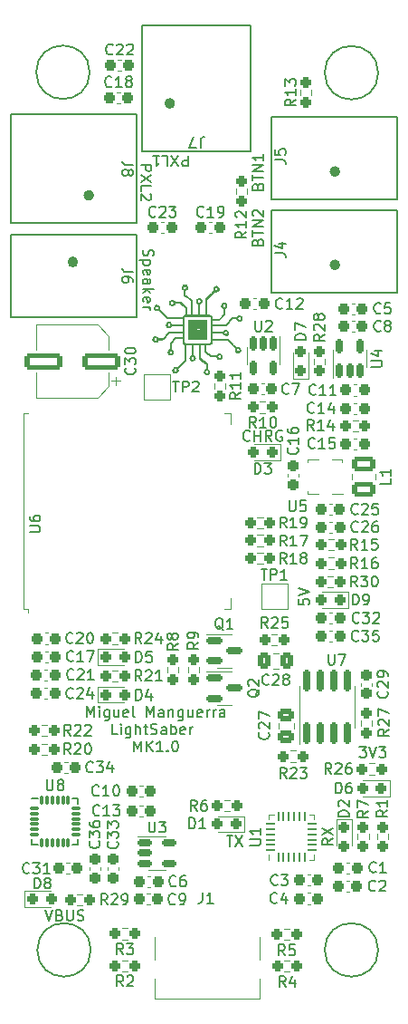
<source format=gto>
G04 #@! TF.GenerationSoftware,KiCad,Pcbnew,7.0.2*
G04 #@! TF.CreationDate,2024-01-31T20:37:37-08:00*
G04 #@! TF.ProjectId,Lightsaber,4c696768-7473-4616-9265-722e6b696361,rev?*
G04 #@! TF.SameCoordinates,Original*
G04 #@! TF.FileFunction,Legend,Top*
G04 #@! TF.FilePolarity,Positive*
%FSLAX46Y46*%
G04 Gerber Fmt 4.6, Leading zero omitted, Abs format (unit mm)*
G04 Created by KiCad (PCBNEW 7.0.2) date 2024-01-31 20:37:37*
%MOMM*%
%LPD*%
G01*
G04 APERTURE LIST*
G04 Aperture macros list*
%AMRoundRect*
0 Rectangle with rounded corners*
0 $1 Rounding radius*
0 $2 $3 $4 $5 $6 $7 $8 $9 X,Y pos of 4 corners*
0 Add a 4 corners polygon primitive as box body*
4,1,4,$2,$3,$4,$5,$6,$7,$8,$9,$2,$3,0*
0 Add four circle primitives for the rounded corners*
1,1,$1+$1,$2,$3*
1,1,$1+$1,$4,$5*
1,1,$1+$1,$6,$7*
1,1,$1+$1,$8,$9*
0 Add four rect primitives between the rounded corners*
20,1,$1+$1,$2,$3,$4,$5,0*
20,1,$1+$1,$4,$5,$6,$7,0*
20,1,$1+$1,$6,$7,$8,$9,0*
20,1,$1+$1,$8,$9,$2,$3,0*%
%AMFreePoly0*
4,1,21,-0.125000,1.200000,0.125000,1.200000,0.125000,1.700000,0.375000,1.700000,0.375000,1.200000,0.825000,1.200000,0.825000,-1.200000,0.375000,-1.200000,0.375000,-1.700000,0.125000,-1.700000,0.125000,-1.200000,-0.125000,-1.200000,-0.125000,-1.700000,-0.375000,-1.700000,-0.375000,-1.200000,-0.825000,-1.200000,-0.825000,1.200000,-0.375000,1.200000,-0.375000,1.700000,-0.125000,1.700000,
-0.125000,1.200000,-0.125000,1.200000,$1*%
G04 Aperture macros list end*
%ADD10C,0.200000*%
%ADD11C,0.150000*%
%ADD12C,0.120000*%
%ADD13C,0.152400*%
%ADD14C,0.508000*%
%ADD15C,3.200000*%
%ADD16RoundRect,0.150000X-0.150000X0.512500X-0.150000X-0.512500X0.150000X-0.512500X0.150000X0.512500X0*%
%ADD17RoundRect,0.237500X-0.237500X0.300000X-0.237500X-0.300000X0.237500X-0.300000X0.237500X0.300000X0*%
%ADD18RoundRect,0.237500X-0.300000X-0.237500X0.300000X-0.237500X0.300000X0.237500X-0.300000X0.237500X0*%
%ADD19RoundRect,0.237500X-0.250000X-0.237500X0.250000X-0.237500X0.250000X0.237500X-0.250000X0.237500X0*%
%ADD20RoundRect,0.250000X-0.337500X-0.475000X0.337500X-0.475000X0.337500X0.475000X-0.337500X0.475000X0*%
%ADD21RoundRect,0.237500X0.237500X-0.300000X0.237500X0.300000X-0.237500X0.300000X-0.237500X-0.300000X0*%
%ADD22RoundRect,0.237500X0.300000X0.237500X-0.300000X0.237500X-0.300000X-0.237500X0.300000X-0.237500X0*%
%ADD23RoundRect,0.062500X0.062500X-0.350000X0.062500X0.350000X-0.062500X0.350000X-0.062500X-0.350000X0*%
%ADD24RoundRect,0.062500X0.350000X-0.062500X0.350000X0.062500X-0.350000X0.062500X-0.350000X-0.062500X0*%
%ADD25R,2.600000X2.600000*%
%ADD26RoundRect,0.250000X0.475000X-0.337500X0.475000X0.337500X-0.475000X0.337500X-0.475000X-0.337500X0*%
%ADD27RoundRect,0.237500X0.237500X-0.250000X0.237500X0.250000X-0.237500X0.250000X-0.237500X-0.250000X0*%
%ADD28C,1.498600*%
%ADD29RoundRect,0.237500X0.250000X0.237500X-0.250000X0.237500X-0.250000X-0.237500X0.250000X-0.237500X0*%
%ADD30RoundRect,0.150000X-0.587500X-0.150000X0.587500X-0.150000X0.587500X0.150000X-0.587500X0.150000X0*%
%ADD31RoundRect,0.237500X-0.237500X0.250000X-0.237500X-0.250000X0.237500X-0.250000X0.237500X0.250000X0*%
%ADD32RoundRect,0.237500X0.287500X0.237500X-0.287500X0.237500X-0.287500X-0.237500X0.287500X-0.237500X0*%
%ADD33C,0.660400*%
%ADD34O,1.200000X2.000000*%
%ADD35O,1.200000X2.300000*%
%ADD36R,0.609600X1.143000*%
%ADD37R,0.304800X1.143000*%
%ADD38RoundRect,0.237500X-0.287500X-0.237500X0.287500X-0.237500X0.287500X0.237500X-0.287500X0.237500X0*%
%ADD39RoundRect,0.150000X-0.512500X-0.150000X0.512500X-0.150000X0.512500X0.150000X-0.512500X0.150000X0*%
%ADD40R,0.600000X0.240000*%
%ADD41FreePoly0,180.000000*%
%ADD42RoundRect,0.075000X-0.350000X-0.075000X0.350000X-0.075000X0.350000X0.075000X-0.350000X0.075000X0*%
%ADD43RoundRect,0.075000X0.075000X-0.350000X0.075000X0.350000X-0.075000X0.350000X-0.075000X-0.350000X0*%
%ADD44R,0.900000X1.500000*%
%ADD45R,1.500000X0.900000*%
%ADD46C,0.600000*%
%ADD47R,3.800000X3.800000*%
%ADD48R,2.000000X2.000000*%
%ADD49RoundRect,0.237500X0.237500X-0.287500X0.237500X0.287500X-0.237500X0.287500X-0.237500X-0.287500X0*%
%ADD50RoundRect,0.150000X0.150000X-0.512500X0.150000X0.512500X-0.150000X0.512500X-0.150000X-0.512500X0*%
%ADD51RoundRect,0.250000X1.500000X0.550000X-1.500000X0.550000X-1.500000X-0.550000X1.500000X-0.550000X0*%
%ADD52RoundRect,0.237500X-0.237500X0.287500X-0.237500X-0.287500X0.237500X-0.287500X0.237500X0.287500X0*%
%ADD53RoundRect,0.250001X-0.849999X0.462499X-0.849999X-0.462499X0.849999X-0.462499X0.849999X0.462499X0*%
%ADD54RoundRect,0.150000X0.150000X-0.825000X0.150000X0.825000X-0.150000X0.825000X-0.150000X-0.825000X0*%
%ADD55R,3.000000X2.290000*%
%ADD56C,3.600000*%
G04 APERTURE END LIST*
D10*
X6500000Y-124000000D02*
G75*
G03*
X6500000Y-124000000I-2500000J0D01*
G01*
X6600000Y-206000000D02*
G75*
G03*
X6600000Y-206000000I-2500000J0D01*
G01*
X33500000Y-124050000D02*
G75*
G03*
X33500000Y-124050000I-2500000J0D01*
G01*
X33500000Y-206000000D02*
G75*
G03*
X33500000Y-206000000I-2500000J0D01*
G01*
D11*
X22238809Y-134659523D02*
X22286428Y-134516666D01*
X22286428Y-134516666D02*
X22334047Y-134469047D01*
X22334047Y-134469047D02*
X22429285Y-134421428D01*
X22429285Y-134421428D02*
X22572142Y-134421428D01*
X22572142Y-134421428D02*
X22667380Y-134469047D01*
X22667380Y-134469047D02*
X22715000Y-134516666D01*
X22715000Y-134516666D02*
X22762619Y-134611904D01*
X22762619Y-134611904D02*
X22762619Y-134992856D01*
X22762619Y-134992856D02*
X21762619Y-134992856D01*
X21762619Y-134992856D02*
X21762619Y-134659523D01*
X21762619Y-134659523D02*
X21810238Y-134564285D01*
X21810238Y-134564285D02*
X21857857Y-134516666D01*
X21857857Y-134516666D02*
X21953095Y-134469047D01*
X21953095Y-134469047D02*
X22048333Y-134469047D01*
X22048333Y-134469047D02*
X22143571Y-134516666D01*
X22143571Y-134516666D02*
X22191190Y-134564285D01*
X22191190Y-134564285D02*
X22238809Y-134659523D01*
X22238809Y-134659523D02*
X22238809Y-134992856D01*
X21762619Y-134135713D02*
X21762619Y-133564285D01*
X22762619Y-133849999D02*
X21762619Y-133849999D01*
X22762619Y-133230951D02*
X21762619Y-133230951D01*
X21762619Y-133230951D02*
X22762619Y-132659523D01*
X22762619Y-132659523D02*
X21762619Y-132659523D01*
X22762619Y-131659523D02*
X22762619Y-132230951D01*
X22762619Y-131945237D02*
X21762619Y-131945237D01*
X21762619Y-131945237D02*
X21905476Y-132040475D01*
X21905476Y-132040475D02*
X22000714Y-132135713D01*
X22000714Y-132135713D02*
X22048333Y-132230951D01*
X29262619Y-195604166D02*
X28786428Y-195937499D01*
X29262619Y-196175594D02*
X28262619Y-196175594D01*
X28262619Y-196175594D02*
X28262619Y-195794642D01*
X28262619Y-195794642D02*
X28310238Y-195699404D01*
X28310238Y-195699404D02*
X28357857Y-195651785D01*
X28357857Y-195651785D02*
X28453095Y-195604166D01*
X28453095Y-195604166D02*
X28595952Y-195604166D01*
X28595952Y-195604166D02*
X28691190Y-195651785D01*
X28691190Y-195651785D02*
X28738809Y-195699404D01*
X28738809Y-195699404D02*
X28786428Y-195794642D01*
X28786428Y-195794642D02*
X28786428Y-196175594D01*
X28262619Y-195270832D02*
X29262619Y-194604166D01*
X28262619Y-194604166D02*
X29262619Y-195270832D01*
X15719047Y-131787380D02*
X15719047Y-132787380D01*
X15719047Y-132787380D02*
X15338095Y-132787380D01*
X15338095Y-132787380D02*
X15242857Y-132739761D01*
X15242857Y-132739761D02*
X15195238Y-132692142D01*
X15195238Y-132692142D02*
X15147619Y-132596904D01*
X15147619Y-132596904D02*
X15147619Y-132454047D01*
X15147619Y-132454047D02*
X15195238Y-132358809D01*
X15195238Y-132358809D02*
X15242857Y-132311190D01*
X15242857Y-132311190D02*
X15338095Y-132263571D01*
X15338095Y-132263571D02*
X15719047Y-132263571D01*
X14814285Y-132787380D02*
X14147619Y-131787380D01*
X14147619Y-132787380D02*
X14814285Y-131787380D01*
X13290476Y-131787380D02*
X13766666Y-131787380D01*
X13766666Y-131787380D02*
X13766666Y-132787380D01*
X12433333Y-131787380D02*
X13004761Y-131787380D01*
X12719047Y-131787380D02*
X12719047Y-132787380D01*
X12719047Y-132787380D02*
X12814285Y-132644523D01*
X12814285Y-132644523D02*
X12909523Y-132549285D01*
X12909523Y-132549285D02*
X13004761Y-132501666D01*
X2366667Y-202262619D02*
X2700000Y-203262619D01*
X2700000Y-203262619D02*
X3033333Y-202262619D01*
X3700000Y-202738809D02*
X3842857Y-202786428D01*
X3842857Y-202786428D02*
X3890476Y-202834047D01*
X3890476Y-202834047D02*
X3938095Y-202929285D01*
X3938095Y-202929285D02*
X3938095Y-203072142D01*
X3938095Y-203072142D02*
X3890476Y-203167380D01*
X3890476Y-203167380D02*
X3842857Y-203215000D01*
X3842857Y-203215000D02*
X3747619Y-203262619D01*
X3747619Y-203262619D02*
X3366667Y-203262619D01*
X3366667Y-203262619D02*
X3366667Y-202262619D01*
X3366667Y-202262619D02*
X3700000Y-202262619D01*
X3700000Y-202262619D02*
X3795238Y-202310238D01*
X3795238Y-202310238D02*
X3842857Y-202357857D01*
X3842857Y-202357857D02*
X3890476Y-202453095D01*
X3890476Y-202453095D02*
X3890476Y-202548333D01*
X3890476Y-202548333D02*
X3842857Y-202643571D01*
X3842857Y-202643571D02*
X3795238Y-202691190D01*
X3795238Y-202691190D02*
X3700000Y-202738809D01*
X3700000Y-202738809D02*
X3366667Y-202738809D01*
X4366667Y-202262619D02*
X4366667Y-203072142D01*
X4366667Y-203072142D02*
X4414286Y-203167380D01*
X4414286Y-203167380D02*
X4461905Y-203215000D01*
X4461905Y-203215000D02*
X4557143Y-203262619D01*
X4557143Y-203262619D02*
X4747619Y-203262619D01*
X4747619Y-203262619D02*
X4842857Y-203215000D01*
X4842857Y-203215000D02*
X4890476Y-203167380D01*
X4890476Y-203167380D02*
X4938095Y-203072142D01*
X4938095Y-203072142D02*
X4938095Y-202262619D01*
X5366667Y-203215000D02*
X5509524Y-203262619D01*
X5509524Y-203262619D02*
X5747619Y-203262619D01*
X5747619Y-203262619D02*
X5842857Y-203215000D01*
X5842857Y-203215000D02*
X5890476Y-203167380D01*
X5890476Y-203167380D02*
X5938095Y-203072142D01*
X5938095Y-203072142D02*
X5938095Y-202976904D01*
X5938095Y-202976904D02*
X5890476Y-202881666D01*
X5890476Y-202881666D02*
X5842857Y-202834047D01*
X5842857Y-202834047D02*
X5747619Y-202786428D01*
X5747619Y-202786428D02*
X5557143Y-202738809D01*
X5557143Y-202738809D02*
X5461905Y-202691190D01*
X5461905Y-202691190D02*
X5414286Y-202643571D01*
X5414286Y-202643571D02*
X5366667Y-202548333D01*
X5366667Y-202548333D02*
X5366667Y-202453095D01*
X5366667Y-202453095D02*
X5414286Y-202357857D01*
X5414286Y-202357857D02*
X5461905Y-202310238D01*
X5461905Y-202310238D02*
X5557143Y-202262619D01*
X5557143Y-202262619D02*
X5795238Y-202262619D01*
X5795238Y-202262619D02*
X5938095Y-202310238D01*
X6271428Y-184242619D02*
X6271428Y-183242619D01*
X6271428Y-183242619D02*
X6604761Y-183956904D01*
X6604761Y-183956904D02*
X6938094Y-183242619D01*
X6938094Y-183242619D02*
X6938094Y-184242619D01*
X7414285Y-184242619D02*
X7414285Y-183575952D01*
X7414285Y-183242619D02*
X7366666Y-183290238D01*
X7366666Y-183290238D02*
X7414285Y-183337857D01*
X7414285Y-183337857D02*
X7461904Y-183290238D01*
X7461904Y-183290238D02*
X7414285Y-183242619D01*
X7414285Y-183242619D02*
X7414285Y-183337857D01*
X8319046Y-183575952D02*
X8319046Y-184385476D01*
X8319046Y-184385476D02*
X8271427Y-184480714D01*
X8271427Y-184480714D02*
X8223808Y-184528333D01*
X8223808Y-184528333D02*
X8128570Y-184575952D01*
X8128570Y-184575952D02*
X7985713Y-184575952D01*
X7985713Y-184575952D02*
X7890475Y-184528333D01*
X8319046Y-184195000D02*
X8223808Y-184242619D01*
X8223808Y-184242619D02*
X8033332Y-184242619D01*
X8033332Y-184242619D02*
X7938094Y-184195000D01*
X7938094Y-184195000D02*
X7890475Y-184147380D01*
X7890475Y-184147380D02*
X7842856Y-184052142D01*
X7842856Y-184052142D02*
X7842856Y-183766428D01*
X7842856Y-183766428D02*
X7890475Y-183671190D01*
X7890475Y-183671190D02*
X7938094Y-183623571D01*
X7938094Y-183623571D02*
X8033332Y-183575952D01*
X8033332Y-183575952D02*
X8223808Y-183575952D01*
X8223808Y-183575952D02*
X8319046Y-183623571D01*
X9223808Y-183575952D02*
X9223808Y-184242619D01*
X8795237Y-183575952D02*
X8795237Y-184099761D01*
X8795237Y-184099761D02*
X8842856Y-184195000D01*
X8842856Y-184195000D02*
X8938094Y-184242619D01*
X8938094Y-184242619D02*
X9080951Y-184242619D01*
X9080951Y-184242619D02*
X9176189Y-184195000D01*
X9176189Y-184195000D02*
X9223808Y-184147380D01*
X10080951Y-184195000D02*
X9985713Y-184242619D01*
X9985713Y-184242619D02*
X9795237Y-184242619D01*
X9795237Y-184242619D02*
X9699999Y-184195000D01*
X9699999Y-184195000D02*
X9652380Y-184099761D01*
X9652380Y-184099761D02*
X9652380Y-183718809D01*
X9652380Y-183718809D02*
X9699999Y-183623571D01*
X9699999Y-183623571D02*
X9795237Y-183575952D01*
X9795237Y-183575952D02*
X9985713Y-183575952D01*
X9985713Y-183575952D02*
X10080951Y-183623571D01*
X10080951Y-183623571D02*
X10128570Y-183718809D01*
X10128570Y-183718809D02*
X10128570Y-183814047D01*
X10128570Y-183814047D02*
X9652380Y-183909285D01*
X10699999Y-184242619D02*
X10604761Y-184195000D01*
X10604761Y-184195000D02*
X10557142Y-184099761D01*
X10557142Y-184099761D02*
X10557142Y-183242619D01*
X11842857Y-184242619D02*
X11842857Y-183242619D01*
X11842857Y-183242619D02*
X12176190Y-183956904D01*
X12176190Y-183956904D02*
X12509523Y-183242619D01*
X12509523Y-183242619D02*
X12509523Y-184242619D01*
X13414285Y-184242619D02*
X13414285Y-183718809D01*
X13414285Y-183718809D02*
X13366666Y-183623571D01*
X13366666Y-183623571D02*
X13271428Y-183575952D01*
X13271428Y-183575952D02*
X13080952Y-183575952D01*
X13080952Y-183575952D02*
X12985714Y-183623571D01*
X13414285Y-184195000D02*
X13319047Y-184242619D01*
X13319047Y-184242619D02*
X13080952Y-184242619D01*
X13080952Y-184242619D02*
X12985714Y-184195000D01*
X12985714Y-184195000D02*
X12938095Y-184099761D01*
X12938095Y-184099761D02*
X12938095Y-184004523D01*
X12938095Y-184004523D02*
X12985714Y-183909285D01*
X12985714Y-183909285D02*
X13080952Y-183861666D01*
X13080952Y-183861666D02*
X13319047Y-183861666D01*
X13319047Y-183861666D02*
X13414285Y-183814047D01*
X13890476Y-183575952D02*
X13890476Y-184242619D01*
X13890476Y-183671190D02*
X13938095Y-183623571D01*
X13938095Y-183623571D02*
X14033333Y-183575952D01*
X14033333Y-183575952D02*
X14176190Y-183575952D01*
X14176190Y-183575952D02*
X14271428Y-183623571D01*
X14271428Y-183623571D02*
X14319047Y-183718809D01*
X14319047Y-183718809D02*
X14319047Y-184242619D01*
X15223809Y-183575952D02*
X15223809Y-184385476D01*
X15223809Y-184385476D02*
X15176190Y-184480714D01*
X15176190Y-184480714D02*
X15128571Y-184528333D01*
X15128571Y-184528333D02*
X15033333Y-184575952D01*
X15033333Y-184575952D02*
X14890476Y-184575952D01*
X14890476Y-184575952D02*
X14795238Y-184528333D01*
X15223809Y-184195000D02*
X15128571Y-184242619D01*
X15128571Y-184242619D02*
X14938095Y-184242619D01*
X14938095Y-184242619D02*
X14842857Y-184195000D01*
X14842857Y-184195000D02*
X14795238Y-184147380D01*
X14795238Y-184147380D02*
X14747619Y-184052142D01*
X14747619Y-184052142D02*
X14747619Y-183766428D01*
X14747619Y-183766428D02*
X14795238Y-183671190D01*
X14795238Y-183671190D02*
X14842857Y-183623571D01*
X14842857Y-183623571D02*
X14938095Y-183575952D01*
X14938095Y-183575952D02*
X15128571Y-183575952D01*
X15128571Y-183575952D02*
X15223809Y-183623571D01*
X16128571Y-183575952D02*
X16128571Y-184242619D01*
X15700000Y-183575952D02*
X15700000Y-184099761D01*
X15700000Y-184099761D02*
X15747619Y-184195000D01*
X15747619Y-184195000D02*
X15842857Y-184242619D01*
X15842857Y-184242619D02*
X15985714Y-184242619D01*
X15985714Y-184242619D02*
X16080952Y-184195000D01*
X16080952Y-184195000D02*
X16128571Y-184147380D01*
X16985714Y-184195000D02*
X16890476Y-184242619D01*
X16890476Y-184242619D02*
X16700000Y-184242619D01*
X16700000Y-184242619D02*
X16604762Y-184195000D01*
X16604762Y-184195000D02*
X16557143Y-184099761D01*
X16557143Y-184099761D02*
X16557143Y-183718809D01*
X16557143Y-183718809D02*
X16604762Y-183623571D01*
X16604762Y-183623571D02*
X16700000Y-183575952D01*
X16700000Y-183575952D02*
X16890476Y-183575952D01*
X16890476Y-183575952D02*
X16985714Y-183623571D01*
X16985714Y-183623571D02*
X17033333Y-183718809D01*
X17033333Y-183718809D02*
X17033333Y-183814047D01*
X17033333Y-183814047D02*
X16557143Y-183909285D01*
X17461905Y-184242619D02*
X17461905Y-183575952D01*
X17461905Y-183766428D02*
X17509524Y-183671190D01*
X17509524Y-183671190D02*
X17557143Y-183623571D01*
X17557143Y-183623571D02*
X17652381Y-183575952D01*
X17652381Y-183575952D02*
X17747619Y-183575952D01*
X18080953Y-184242619D02*
X18080953Y-183575952D01*
X18080953Y-183766428D02*
X18128572Y-183671190D01*
X18128572Y-183671190D02*
X18176191Y-183623571D01*
X18176191Y-183623571D02*
X18271429Y-183575952D01*
X18271429Y-183575952D02*
X18366667Y-183575952D01*
X19128572Y-184242619D02*
X19128572Y-183718809D01*
X19128572Y-183718809D02*
X19080953Y-183623571D01*
X19080953Y-183623571D02*
X18985715Y-183575952D01*
X18985715Y-183575952D02*
X18795239Y-183575952D01*
X18795239Y-183575952D02*
X18700001Y-183623571D01*
X19128572Y-184195000D02*
X19033334Y-184242619D01*
X19033334Y-184242619D02*
X18795239Y-184242619D01*
X18795239Y-184242619D02*
X18700001Y-184195000D01*
X18700001Y-184195000D02*
X18652382Y-184099761D01*
X18652382Y-184099761D02*
X18652382Y-184004523D01*
X18652382Y-184004523D02*
X18700001Y-183909285D01*
X18700001Y-183909285D02*
X18795239Y-183861666D01*
X18795239Y-183861666D02*
X19033334Y-183861666D01*
X19033334Y-183861666D02*
X19128572Y-183814047D01*
X9080951Y-185862619D02*
X8604761Y-185862619D01*
X8604761Y-185862619D02*
X8604761Y-184862619D01*
X9414285Y-185862619D02*
X9414285Y-185195952D01*
X9414285Y-184862619D02*
X9366666Y-184910238D01*
X9366666Y-184910238D02*
X9414285Y-184957857D01*
X9414285Y-184957857D02*
X9461904Y-184910238D01*
X9461904Y-184910238D02*
X9414285Y-184862619D01*
X9414285Y-184862619D02*
X9414285Y-184957857D01*
X10319046Y-185195952D02*
X10319046Y-186005476D01*
X10319046Y-186005476D02*
X10271427Y-186100714D01*
X10271427Y-186100714D02*
X10223808Y-186148333D01*
X10223808Y-186148333D02*
X10128570Y-186195952D01*
X10128570Y-186195952D02*
X9985713Y-186195952D01*
X9985713Y-186195952D02*
X9890475Y-186148333D01*
X10319046Y-185815000D02*
X10223808Y-185862619D01*
X10223808Y-185862619D02*
X10033332Y-185862619D01*
X10033332Y-185862619D02*
X9938094Y-185815000D01*
X9938094Y-185815000D02*
X9890475Y-185767380D01*
X9890475Y-185767380D02*
X9842856Y-185672142D01*
X9842856Y-185672142D02*
X9842856Y-185386428D01*
X9842856Y-185386428D02*
X9890475Y-185291190D01*
X9890475Y-185291190D02*
X9938094Y-185243571D01*
X9938094Y-185243571D02*
X10033332Y-185195952D01*
X10033332Y-185195952D02*
X10223808Y-185195952D01*
X10223808Y-185195952D02*
X10319046Y-185243571D01*
X10795237Y-185862619D02*
X10795237Y-184862619D01*
X11223808Y-185862619D02*
X11223808Y-185338809D01*
X11223808Y-185338809D02*
X11176189Y-185243571D01*
X11176189Y-185243571D02*
X11080951Y-185195952D01*
X11080951Y-185195952D02*
X10938094Y-185195952D01*
X10938094Y-185195952D02*
X10842856Y-185243571D01*
X10842856Y-185243571D02*
X10795237Y-185291190D01*
X11557142Y-185195952D02*
X11938094Y-185195952D01*
X11699999Y-184862619D02*
X11699999Y-185719761D01*
X11699999Y-185719761D02*
X11747618Y-185815000D01*
X11747618Y-185815000D02*
X11842856Y-185862619D01*
X11842856Y-185862619D02*
X11938094Y-185862619D01*
X12223809Y-185815000D02*
X12366666Y-185862619D01*
X12366666Y-185862619D02*
X12604761Y-185862619D01*
X12604761Y-185862619D02*
X12699999Y-185815000D01*
X12699999Y-185815000D02*
X12747618Y-185767380D01*
X12747618Y-185767380D02*
X12795237Y-185672142D01*
X12795237Y-185672142D02*
X12795237Y-185576904D01*
X12795237Y-185576904D02*
X12747618Y-185481666D01*
X12747618Y-185481666D02*
X12699999Y-185434047D01*
X12699999Y-185434047D02*
X12604761Y-185386428D01*
X12604761Y-185386428D02*
X12414285Y-185338809D01*
X12414285Y-185338809D02*
X12319047Y-185291190D01*
X12319047Y-185291190D02*
X12271428Y-185243571D01*
X12271428Y-185243571D02*
X12223809Y-185148333D01*
X12223809Y-185148333D02*
X12223809Y-185053095D01*
X12223809Y-185053095D02*
X12271428Y-184957857D01*
X12271428Y-184957857D02*
X12319047Y-184910238D01*
X12319047Y-184910238D02*
X12414285Y-184862619D01*
X12414285Y-184862619D02*
X12652380Y-184862619D01*
X12652380Y-184862619D02*
X12795237Y-184910238D01*
X13652380Y-185862619D02*
X13652380Y-185338809D01*
X13652380Y-185338809D02*
X13604761Y-185243571D01*
X13604761Y-185243571D02*
X13509523Y-185195952D01*
X13509523Y-185195952D02*
X13319047Y-185195952D01*
X13319047Y-185195952D02*
X13223809Y-185243571D01*
X13652380Y-185815000D02*
X13557142Y-185862619D01*
X13557142Y-185862619D02*
X13319047Y-185862619D01*
X13319047Y-185862619D02*
X13223809Y-185815000D01*
X13223809Y-185815000D02*
X13176190Y-185719761D01*
X13176190Y-185719761D02*
X13176190Y-185624523D01*
X13176190Y-185624523D02*
X13223809Y-185529285D01*
X13223809Y-185529285D02*
X13319047Y-185481666D01*
X13319047Y-185481666D02*
X13557142Y-185481666D01*
X13557142Y-185481666D02*
X13652380Y-185434047D01*
X14128571Y-185862619D02*
X14128571Y-184862619D01*
X14128571Y-185243571D02*
X14223809Y-185195952D01*
X14223809Y-185195952D02*
X14414285Y-185195952D01*
X14414285Y-185195952D02*
X14509523Y-185243571D01*
X14509523Y-185243571D02*
X14557142Y-185291190D01*
X14557142Y-185291190D02*
X14604761Y-185386428D01*
X14604761Y-185386428D02*
X14604761Y-185672142D01*
X14604761Y-185672142D02*
X14557142Y-185767380D01*
X14557142Y-185767380D02*
X14509523Y-185815000D01*
X14509523Y-185815000D02*
X14414285Y-185862619D01*
X14414285Y-185862619D02*
X14223809Y-185862619D01*
X14223809Y-185862619D02*
X14128571Y-185815000D01*
X15414285Y-185815000D02*
X15319047Y-185862619D01*
X15319047Y-185862619D02*
X15128571Y-185862619D01*
X15128571Y-185862619D02*
X15033333Y-185815000D01*
X15033333Y-185815000D02*
X14985714Y-185719761D01*
X14985714Y-185719761D02*
X14985714Y-185338809D01*
X14985714Y-185338809D02*
X15033333Y-185243571D01*
X15033333Y-185243571D02*
X15128571Y-185195952D01*
X15128571Y-185195952D02*
X15319047Y-185195952D01*
X15319047Y-185195952D02*
X15414285Y-185243571D01*
X15414285Y-185243571D02*
X15461904Y-185338809D01*
X15461904Y-185338809D02*
X15461904Y-185434047D01*
X15461904Y-185434047D02*
X14985714Y-185529285D01*
X15890476Y-185862619D02*
X15890476Y-185195952D01*
X15890476Y-185386428D02*
X15938095Y-185291190D01*
X15938095Y-185291190D02*
X15985714Y-185243571D01*
X15985714Y-185243571D02*
X16080952Y-185195952D01*
X16080952Y-185195952D02*
X16176190Y-185195952D01*
X10676191Y-187482619D02*
X10676191Y-186482619D01*
X10676191Y-186482619D02*
X11009524Y-187196904D01*
X11009524Y-187196904D02*
X11342857Y-186482619D01*
X11342857Y-186482619D02*
X11342857Y-187482619D01*
X11819048Y-187482619D02*
X11819048Y-186482619D01*
X12390476Y-187482619D02*
X11961905Y-186911190D01*
X12390476Y-186482619D02*
X11819048Y-187054047D01*
X13342857Y-187482619D02*
X12771429Y-187482619D01*
X13057143Y-187482619D02*
X13057143Y-186482619D01*
X13057143Y-186482619D02*
X12961905Y-186625476D01*
X12961905Y-186625476D02*
X12866667Y-186720714D01*
X12866667Y-186720714D02*
X12771429Y-186768333D01*
X13771429Y-187387380D02*
X13819048Y-187435000D01*
X13819048Y-187435000D02*
X13771429Y-187482619D01*
X13771429Y-187482619D02*
X13723810Y-187435000D01*
X13723810Y-187435000D02*
X13771429Y-187387380D01*
X13771429Y-187387380D02*
X13771429Y-187482619D01*
X14438095Y-186482619D02*
X14533333Y-186482619D01*
X14533333Y-186482619D02*
X14628571Y-186530238D01*
X14628571Y-186530238D02*
X14676190Y-186577857D01*
X14676190Y-186577857D02*
X14723809Y-186673095D01*
X14723809Y-186673095D02*
X14771428Y-186863571D01*
X14771428Y-186863571D02*
X14771428Y-187101666D01*
X14771428Y-187101666D02*
X14723809Y-187292142D01*
X14723809Y-187292142D02*
X14676190Y-187387380D01*
X14676190Y-187387380D02*
X14628571Y-187435000D01*
X14628571Y-187435000D02*
X14533333Y-187482619D01*
X14533333Y-187482619D02*
X14438095Y-187482619D01*
X14438095Y-187482619D02*
X14342857Y-187435000D01*
X14342857Y-187435000D02*
X14295238Y-187387380D01*
X14295238Y-187387380D02*
X14247619Y-187292142D01*
X14247619Y-187292142D02*
X14200000Y-187101666D01*
X14200000Y-187101666D02*
X14200000Y-186863571D01*
X14200000Y-186863571D02*
X14247619Y-186673095D01*
X14247619Y-186673095D02*
X14295238Y-186577857D01*
X14295238Y-186577857D02*
X14342857Y-186530238D01*
X14342857Y-186530238D02*
X14438095Y-186482619D01*
X19338095Y-195312619D02*
X19909523Y-195312619D01*
X19623809Y-196312619D02*
X19623809Y-195312619D01*
X20147619Y-195312619D02*
X20814285Y-196312619D01*
X20814285Y-195312619D02*
X20147619Y-196312619D01*
X11287380Y-132680952D02*
X12287380Y-132680952D01*
X12287380Y-132680952D02*
X12287380Y-133061904D01*
X12287380Y-133061904D02*
X12239761Y-133157142D01*
X12239761Y-133157142D02*
X12192142Y-133204761D01*
X12192142Y-133204761D02*
X12096904Y-133252380D01*
X12096904Y-133252380D02*
X11954047Y-133252380D01*
X11954047Y-133252380D02*
X11858809Y-133204761D01*
X11858809Y-133204761D02*
X11811190Y-133157142D01*
X11811190Y-133157142D02*
X11763571Y-133061904D01*
X11763571Y-133061904D02*
X11763571Y-132680952D01*
X12287380Y-133585714D02*
X11287380Y-134252380D01*
X12287380Y-134252380D02*
X11287380Y-133585714D01*
X11287380Y-135109523D02*
X11287380Y-134633333D01*
X11287380Y-134633333D02*
X12287380Y-134633333D01*
X12192142Y-135395238D02*
X12239761Y-135442857D01*
X12239761Y-135442857D02*
X12287380Y-135538095D01*
X12287380Y-135538095D02*
X12287380Y-135776190D01*
X12287380Y-135776190D02*
X12239761Y-135871428D01*
X12239761Y-135871428D02*
X12192142Y-135919047D01*
X12192142Y-135919047D02*
X12096904Y-135966666D01*
X12096904Y-135966666D02*
X12001666Y-135966666D01*
X12001666Y-135966666D02*
X11858809Y-135919047D01*
X11858809Y-135919047D02*
X11287380Y-135347619D01*
X11287380Y-135347619D02*
X11287380Y-135966666D01*
X22238809Y-139859523D02*
X22286428Y-139716666D01*
X22286428Y-139716666D02*
X22334047Y-139669047D01*
X22334047Y-139669047D02*
X22429285Y-139621428D01*
X22429285Y-139621428D02*
X22572142Y-139621428D01*
X22572142Y-139621428D02*
X22667380Y-139669047D01*
X22667380Y-139669047D02*
X22715000Y-139716666D01*
X22715000Y-139716666D02*
X22762619Y-139811904D01*
X22762619Y-139811904D02*
X22762619Y-140192856D01*
X22762619Y-140192856D02*
X21762619Y-140192856D01*
X21762619Y-140192856D02*
X21762619Y-139859523D01*
X21762619Y-139859523D02*
X21810238Y-139764285D01*
X21810238Y-139764285D02*
X21857857Y-139716666D01*
X21857857Y-139716666D02*
X21953095Y-139669047D01*
X21953095Y-139669047D02*
X22048333Y-139669047D01*
X22048333Y-139669047D02*
X22143571Y-139716666D01*
X22143571Y-139716666D02*
X22191190Y-139764285D01*
X22191190Y-139764285D02*
X22238809Y-139859523D01*
X22238809Y-139859523D02*
X22238809Y-140192856D01*
X21762619Y-139335713D02*
X21762619Y-138764285D01*
X22762619Y-139049999D02*
X21762619Y-139049999D01*
X22762619Y-138430951D02*
X21762619Y-138430951D01*
X21762619Y-138430951D02*
X22762619Y-137859523D01*
X22762619Y-137859523D02*
X21762619Y-137859523D01*
X21857857Y-137430951D02*
X21810238Y-137383332D01*
X21810238Y-137383332D02*
X21762619Y-137288094D01*
X21762619Y-137288094D02*
X21762619Y-137049999D01*
X21762619Y-137049999D02*
X21810238Y-136954761D01*
X21810238Y-136954761D02*
X21857857Y-136907142D01*
X21857857Y-136907142D02*
X21953095Y-136859523D01*
X21953095Y-136859523D02*
X22048333Y-136859523D01*
X22048333Y-136859523D02*
X22191190Y-136907142D01*
X22191190Y-136907142D02*
X22762619Y-137478570D01*
X22762619Y-137478570D02*
X22762619Y-136859523D01*
X11535000Y-140588095D02*
X11487380Y-140730952D01*
X11487380Y-140730952D02*
X11487380Y-140969047D01*
X11487380Y-140969047D02*
X11535000Y-141064285D01*
X11535000Y-141064285D02*
X11582619Y-141111904D01*
X11582619Y-141111904D02*
X11677857Y-141159523D01*
X11677857Y-141159523D02*
X11773095Y-141159523D01*
X11773095Y-141159523D02*
X11868333Y-141111904D01*
X11868333Y-141111904D02*
X11915952Y-141064285D01*
X11915952Y-141064285D02*
X11963571Y-140969047D01*
X11963571Y-140969047D02*
X12011190Y-140778571D01*
X12011190Y-140778571D02*
X12058809Y-140683333D01*
X12058809Y-140683333D02*
X12106428Y-140635714D01*
X12106428Y-140635714D02*
X12201666Y-140588095D01*
X12201666Y-140588095D02*
X12296904Y-140588095D01*
X12296904Y-140588095D02*
X12392142Y-140635714D01*
X12392142Y-140635714D02*
X12439761Y-140683333D01*
X12439761Y-140683333D02*
X12487380Y-140778571D01*
X12487380Y-140778571D02*
X12487380Y-141016666D01*
X12487380Y-141016666D02*
X12439761Y-141159523D01*
X12154047Y-141588095D02*
X11154047Y-141588095D01*
X12106428Y-141588095D02*
X12154047Y-141683333D01*
X12154047Y-141683333D02*
X12154047Y-141873809D01*
X12154047Y-141873809D02*
X12106428Y-141969047D01*
X12106428Y-141969047D02*
X12058809Y-142016666D01*
X12058809Y-142016666D02*
X11963571Y-142064285D01*
X11963571Y-142064285D02*
X11677857Y-142064285D01*
X11677857Y-142064285D02*
X11582619Y-142016666D01*
X11582619Y-142016666D02*
X11535000Y-141969047D01*
X11535000Y-141969047D02*
X11487380Y-141873809D01*
X11487380Y-141873809D02*
X11487380Y-141683333D01*
X11487380Y-141683333D02*
X11535000Y-141588095D01*
X11535000Y-142873809D02*
X11487380Y-142778571D01*
X11487380Y-142778571D02*
X11487380Y-142588095D01*
X11487380Y-142588095D02*
X11535000Y-142492857D01*
X11535000Y-142492857D02*
X11630238Y-142445238D01*
X11630238Y-142445238D02*
X12011190Y-142445238D01*
X12011190Y-142445238D02*
X12106428Y-142492857D01*
X12106428Y-142492857D02*
X12154047Y-142588095D01*
X12154047Y-142588095D02*
X12154047Y-142778571D01*
X12154047Y-142778571D02*
X12106428Y-142873809D01*
X12106428Y-142873809D02*
X12011190Y-142921428D01*
X12011190Y-142921428D02*
X11915952Y-142921428D01*
X11915952Y-142921428D02*
X11820714Y-142445238D01*
X11487380Y-143778571D02*
X12011190Y-143778571D01*
X12011190Y-143778571D02*
X12106428Y-143730952D01*
X12106428Y-143730952D02*
X12154047Y-143635714D01*
X12154047Y-143635714D02*
X12154047Y-143445238D01*
X12154047Y-143445238D02*
X12106428Y-143350000D01*
X11535000Y-143778571D02*
X11487380Y-143683333D01*
X11487380Y-143683333D02*
X11487380Y-143445238D01*
X11487380Y-143445238D02*
X11535000Y-143350000D01*
X11535000Y-143350000D02*
X11630238Y-143302381D01*
X11630238Y-143302381D02*
X11725476Y-143302381D01*
X11725476Y-143302381D02*
X11820714Y-143350000D01*
X11820714Y-143350000D02*
X11868333Y-143445238D01*
X11868333Y-143445238D02*
X11868333Y-143683333D01*
X11868333Y-143683333D02*
X11915952Y-143778571D01*
X11487380Y-144254762D02*
X12487380Y-144254762D01*
X11868333Y-144350000D02*
X11487380Y-144635714D01*
X12154047Y-144635714D02*
X11773095Y-144254762D01*
X11535000Y-145445238D02*
X11487380Y-145350000D01*
X11487380Y-145350000D02*
X11487380Y-145159524D01*
X11487380Y-145159524D02*
X11535000Y-145064286D01*
X11535000Y-145064286D02*
X11630238Y-145016667D01*
X11630238Y-145016667D02*
X12011190Y-145016667D01*
X12011190Y-145016667D02*
X12106428Y-145064286D01*
X12106428Y-145064286D02*
X12154047Y-145159524D01*
X12154047Y-145159524D02*
X12154047Y-145350000D01*
X12154047Y-145350000D02*
X12106428Y-145445238D01*
X12106428Y-145445238D02*
X12011190Y-145492857D01*
X12011190Y-145492857D02*
X11915952Y-145492857D01*
X11915952Y-145492857D02*
X11820714Y-145016667D01*
X11487380Y-145921429D02*
X12154047Y-145921429D01*
X11963571Y-145921429D02*
X12058809Y-145969048D01*
X12058809Y-145969048D02*
X12106428Y-146016667D01*
X12106428Y-146016667D02*
X12154047Y-146111905D01*
X12154047Y-146111905D02*
X12154047Y-146207143D01*
X31761905Y-187012619D02*
X32380952Y-187012619D01*
X32380952Y-187012619D02*
X32047619Y-187393571D01*
X32047619Y-187393571D02*
X32190476Y-187393571D01*
X32190476Y-187393571D02*
X32285714Y-187441190D01*
X32285714Y-187441190D02*
X32333333Y-187488809D01*
X32333333Y-187488809D02*
X32380952Y-187584047D01*
X32380952Y-187584047D02*
X32380952Y-187822142D01*
X32380952Y-187822142D02*
X32333333Y-187917380D01*
X32333333Y-187917380D02*
X32285714Y-187965000D01*
X32285714Y-187965000D02*
X32190476Y-188012619D01*
X32190476Y-188012619D02*
X31904762Y-188012619D01*
X31904762Y-188012619D02*
X31809524Y-187965000D01*
X31809524Y-187965000D02*
X31761905Y-187917380D01*
X32666667Y-187012619D02*
X33000000Y-188012619D01*
X33000000Y-188012619D02*
X33333333Y-187012619D01*
X33571429Y-187012619D02*
X34190476Y-187012619D01*
X34190476Y-187012619D02*
X33857143Y-187393571D01*
X33857143Y-187393571D02*
X34000000Y-187393571D01*
X34000000Y-187393571D02*
X34095238Y-187441190D01*
X34095238Y-187441190D02*
X34142857Y-187488809D01*
X34142857Y-187488809D02*
X34190476Y-187584047D01*
X34190476Y-187584047D02*
X34190476Y-187822142D01*
X34190476Y-187822142D02*
X34142857Y-187917380D01*
X34142857Y-187917380D02*
X34095238Y-187965000D01*
X34095238Y-187965000D02*
X34000000Y-188012619D01*
X34000000Y-188012619D02*
X33714286Y-188012619D01*
X33714286Y-188012619D02*
X33619048Y-187965000D01*
X33619048Y-187965000D02*
X33571429Y-187917380D01*
X26062619Y-173240476D02*
X26062619Y-173716666D01*
X26062619Y-173716666D02*
X26538809Y-173764285D01*
X26538809Y-173764285D02*
X26491190Y-173716666D01*
X26491190Y-173716666D02*
X26443571Y-173621428D01*
X26443571Y-173621428D02*
X26443571Y-173383333D01*
X26443571Y-173383333D02*
X26491190Y-173288095D01*
X26491190Y-173288095D02*
X26538809Y-173240476D01*
X26538809Y-173240476D02*
X26634047Y-173192857D01*
X26634047Y-173192857D02*
X26872142Y-173192857D01*
X26872142Y-173192857D02*
X26967380Y-173240476D01*
X26967380Y-173240476D02*
X27015000Y-173288095D01*
X27015000Y-173288095D02*
X27062619Y-173383333D01*
X27062619Y-173383333D02*
X27062619Y-173621428D01*
X27062619Y-173621428D02*
X27015000Y-173716666D01*
X27015000Y-173716666D02*
X26967380Y-173764285D01*
X26062619Y-172907142D02*
X27062619Y-172573809D01*
X27062619Y-172573809D02*
X26062619Y-172240476D01*
X21485714Y-158367380D02*
X21438095Y-158415000D01*
X21438095Y-158415000D02*
X21295238Y-158462619D01*
X21295238Y-158462619D02*
X21200000Y-158462619D01*
X21200000Y-158462619D02*
X21057143Y-158415000D01*
X21057143Y-158415000D02*
X20961905Y-158319761D01*
X20961905Y-158319761D02*
X20914286Y-158224523D01*
X20914286Y-158224523D02*
X20866667Y-158034047D01*
X20866667Y-158034047D02*
X20866667Y-157891190D01*
X20866667Y-157891190D02*
X20914286Y-157700714D01*
X20914286Y-157700714D02*
X20961905Y-157605476D01*
X20961905Y-157605476D02*
X21057143Y-157510238D01*
X21057143Y-157510238D02*
X21200000Y-157462619D01*
X21200000Y-157462619D02*
X21295238Y-157462619D01*
X21295238Y-157462619D02*
X21438095Y-157510238D01*
X21438095Y-157510238D02*
X21485714Y-157557857D01*
X21914286Y-158462619D02*
X21914286Y-157462619D01*
X21914286Y-157938809D02*
X22485714Y-157938809D01*
X22485714Y-158462619D02*
X22485714Y-157462619D01*
X23533333Y-158462619D02*
X23200000Y-157986428D01*
X22961905Y-158462619D02*
X22961905Y-157462619D01*
X22961905Y-157462619D02*
X23342857Y-157462619D01*
X23342857Y-157462619D02*
X23438095Y-157510238D01*
X23438095Y-157510238D02*
X23485714Y-157557857D01*
X23485714Y-157557857D02*
X23533333Y-157653095D01*
X23533333Y-157653095D02*
X23533333Y-157795952D01*
X23533333Y-157795952D02*
X23485714Y-157891190D01*
X23485714Y-157891190D02*
X23438095Y-157938809D01*
X23438095Y-157938809D02*
X23342857Y-157986428D01*
X23342857Y-157986428D02*
X22961905Y-157986428D01*
X24485714Y-157510238D02*
X24390476Y-157462619D01*
X24390476Y-157462619D02*
X24247619Y-157462619D01*
X24247619Y-157462619D02*
X24104762Y-157510238D01*
X24104762Y-157510238D02*
X24009524Y-157605476D01*
X24009524Y-157605476D02*
X23961905Y-157700714D01*
X23961905Y-157700714D02*
X23914286Y-157891190D01*
X23914286Y-157891190D02*
X23914286Y-158034047D01*
X23914286Y-158034047D02*
X23961905Y-158224523D01*
X23961905Y-158224523D02*
X24009524Y-158319761D01*
X24009524Y-158319761D02*
X24104762Y-158415000D01*
X24104762Y-158415000D02*
X24247619Y-158462619D01*
X24247619Y-158462619D02*
X24342857Y-158462619D01*
X24342857Y-158462619D02*
X24485714Y-158415000D01*
X24485714Y-158415000D02*
X24533333Y-158367380D01*
X24533333Y-158367380D02*
X24533333Y-158034047D01*
X24533333Y-158034047D02*
X24342857Y-158034047D01*
X21988095Y-147212619D02*
X21988095Y-148022142D01*
X21988095Y-148022142D02*
X22035714Y-148117380D01*
X22035714Y-148117380D02*
X22083333Y-148165000D01*
X22083333Y-148165000D02*
X22178571Y-148212619D01*
X22178571Y-148212619D02*
X22369047Y-148212619D01*
X22369047Y-148212619D02*
X22464285Y-148165000D01*
X22464285Y-148165000D02*
X22511904Y-148117380D01*
X22511904Y-148117380D02*
X22559523Y-148022142D01*
X22559523Y-148022142D02*
X22559523Y-147212619D01*
X22988095Y-147307857D02*
X23035714Y-147260238D01*
X23035714Y-147260238D02*
X23130952Y-147212619D01*
X23130952Y-147212619D02*
X23369047Y-147212619D01*
X23369047Y-147212619D02*
X23464285Y-147260238D01*
X23464285Y-147260238D02*
X23511904Y-147307857D01*
X23511904Y-147307857D02*
X23559523Y-147403095D01*
X23559523Y-147403095D02*
X23559523Y-147498333D01*
X23559523Y-147498333D02*
X23511904Y-147641190D01*
X23511904Y-147641190D02*
X22940476Y-148212619D01*
X22940476Y-148212619D02*
X23559523Y-148212619D01*
X34317380Y-181842857D02*
X34365000Y-181890476D01*
X34365000Y-181890476D02*
X34412619Y-182033333D01*
X34412619Y-182033333D02*
X34412619Y-182128571D01*
X34412619Y-182128571D02*
X34365000Y-182271428D01*
X34365000Y-182271428D02*
X34269761Y-182366666D01*
X34269761Y-182366666D02*
X34174523Y-182414285D01*
X34174523Y-182414285D02*
X33984047Y-182461904D01*
X33984047Y-182461904D02*
X33841190Y-182461904D01*
X33841190Y-182461904D02*
X33650714Y-182414285D01*
X33650714Y-182414285D02*
X33555476Y-182366666D01*
X33555476Y-182366666D02*
X33460238Y-182271428D01*
X33460238Y-182271428D02*
X33412619Y-182128571D01*
X33412619Y-182128571D02*
X33412619Y-182033333D01*
X33412619Y-182033333D02*
X33460238Y-181890476D01*
X33460238Y-181890476D02*
X33507857Y-181842857D01*
X33507857Y-181461904D02*
X33460238Y-181414285D01*
X33460238Y-181414285D02*
X33412619Y-181319047D01*
X33412619Y-181319047D02*
X33412619Y-181080952D01*
X33412619Y-181080952D02*
X33460238Y-180985714D01*
X33460238Y-180985714D02*
X33507857Y-180938095D01*
X33507857Y-180938095D02*
X33603095Y-180890476D01*
X33603095Y-180890476D02*
X33698333Y-180890476D01*
X33698333Y-180890476D02*
X33841190Y-180938095D01*
X33841190Y-180938095D02*
X34412619Y-181509523D01*
X34412619Y-181509523D02*
X34412619Y-180890476D01*
X34412619Y-180414285D02*
X34412619Y-180223809D01*
X34412619Y-180223809D02*
X34365000Y-180128571D01*
X34365000Y-180128571D02*
X34317380Y-180080952D01*
X34317380Y-180080952D02*
X34174523Y-179985714D01*
X34174523Y-179985714D02*
X33984047Y-179938095D01*
X33984047Y-179938095D02*
X33603095Y-179938095D01*
X33603095Y-179938095D02*
X33507857Y-179985714D01*
X33507857Y-179985714D02*
X33460238Y-180033333D01*
X33460238Y-180033333D02*
X33412619Y-180128571D01*
X33412619Y-180128571D02*
X33412619Y-180319047D01*
X33412619Y-180319047D02*
X33460238Y-180414285D01*
X33460238Y-180414285D02*
X33507857Y-180461904D01*
X33507857Y-180461904D02*
X33603095Y-180509523D01*
X33603095Y-180509523D02*
X33841190Y-180509523D01*
X33841190Y-180509523D02*
X33936428Y-180461904D01*
X33936428Y-180461904D02*
X33984047Y-180414285D01*
X33984047Y-180414285D02*
X34031666Y-180319047D01*
X34031666Y-180319047D02*
X34031666Y-180128571D01*
X34031666Y-180128571D02*
X33984047Y-180033333D01*
X33984047Y-180033333D02*
X33936428Y-179985714D01*
X33936428Y-179985714D02*
X33841190Y-179938095D01*
X8657142Y-122267380D02*
X8609523Y-122315000D01*
X8609523Y-122315000D02*
X8466666Y-122362619D01*
X8466666Y-122362619D02*
X8371428Y-122362619D01*
X8371428Y-122362619D02*
X8228571Y-122315000D01*
X8228571Y-122315000D02*
X8133333Y-122219761D01*
X8133333Y-122219761D02*
X8085714Y-122124523D01*
X8085714Y-122124523D02*
X8038095Y-121934047D01*
X8038095Y-121934047D02*
X8038095Y-121791190D01*
X8038095Y-121791190D02*
X8085714Y-121600714D01*
X8085714Y-121600714D02*
X8133333Y-121505476D01*
X8133333Y-121505476D02*
X8228571Y-121410238D01*
X8228571Y-121410238D02*
X8371428Y-121362619D01*
X8371428Y-121362619D02*
X8466666Y-121362619D01*
X8466666Y-121362619D02*
X8609523Y-121410238D01*
X8609523Y-121410238D02*
X8657142Y-121457857D01*
X9038095Y-121457857D02*
X9085714Y-121410238D01*
X9085714Y-121410238D02*
X9180952Y-121362619D01*
X9180952Y-121362619D02*
X9419047Y-121362619D01*
X9419047Y-121362619D02*
X9514285Y-121410238D01*
X9514285Y-121410238D02*
X9561904Y-121457857D01*
X9561904Y-121457857D02*
X9609523Y-121553095D01*
X9609523Y-121553095D02*
X9609523Y-121648333D01*
X9609523Y-121648333D02*
X9561904Y-121791190D01*
X9561904Y-121791190D02*
X8990476Y-122362619D01*
X8990476Y-122362619D02*
X9609523Y-122362619D01*
X9990476Y-121457857D02*
X10038095Y-121410238D01*
X10038095Y-121410238D02*
X10133333Y-121362619D01*
X10133333Y-121362619D02*
X10371428Y-121362619D01*
X10371428Y-121362619D02*
X10466666Y-121410238D01*
X10466666Y-121410238D02*
X10514285Y-121457857D01*
X10514285Y-121457857D02*
X10561904Y-121553095D01*
X10561904Y-121553095D02*
X10561904Y-121648333D01*
X10561904Y-121648333D02*
X10514285Y-121791190D01*
X10514285Y-121791190D02*
X9942857Y-122362619D01*
X9942857Y-122362619D02*
X10561904Y-122362619D01*
X31557142Y-170362619D02*
X31223809Y-169886428D01*
X30985714Y-170362619D02*
X30985714Y-169362619D01*
X30985714Y-169362619D02*
X31366666Y-169362619D01*
X31366666Y-169362619D02*
X31461904Y-169410238D01*
X31461904Y-169410238D02*
X31509523Y-169457857D01*
X31509523Y-169457857D02*
X31557142Y-169553095D01*
X31557142Y-169553095D02*
X31557142Y-169695952D01*
X31557142Y-169695952D02*
X31509523Y-169791190D01*
X31509523Y-169791190D02*
X31461904Y-169838809D01*
X31461904Y-169838809D02*
X31366666Y-169886428D01*
X31366666Y-169886428D02*
X30985714Y-169886428D01*
X32509523Y-170362619D02*
X31938095Y-170362619D01*
X32223809Y-170362619D02*
X32223809Y-169362619D01*
X32223809Y-169362619D02*
X32128571Y-169505476D01*
X32128571Y-169505476D02*
X32033333Y-169600714D01*
X32033333Y-169600714D02*
X31938095Y-169648333D01*
X33366666Y-169362619D02*
X33176190Y-169362619D01*
X33176190Y-169362619D02*
X33080952Y-169410238D01*
X33080952Y-169410238D02*
X33033333Y-169457857D01*
X33033333Y-169457857D02*
X32938095Y-169600714D01*
X32938095Y-169600714D02*
X32890476Y-169791190D01*
X32890476Y-169791190D02*
X32890476Y-170172142D01*
X32890476Y-170172142D02*
X32938095Y-170267380D01*
X32938095Y-170267380D02*
X32985714Y-170315000D01*
X32985714Y-170315000D02*
X33080952Y-170362619D01*
X33080952Y-170362619D02*
X33271428Y-170362619D01*
X33271428Y-170362619D02*
X33366666Y-170315000D01*
X33366666Y-170315000D02*
X33414285Y-170267380D01*
X33414285Y-170267380D02*
X33461904Y-170172142D01*
X33461904Y-170172142D02*
X33461904Y-169934047D01*
X33461904Y-169934047D02*
X33414285Y-169838809D01*
X33414285Y-169838809D02*
X33366666Y-169791190D01*
X33366666Y-169791190D02*
X33271428Y-169743571D01*
X33271428Y-169743571D02*
X33080952Y-169743571D01*
X33080952Y-169743571D02*
X32985714Y-169791190D01*
X32985714Y-169791190D02*
X32938095Y-169838809D01*
X32938095Y-169838809D02*
X32890476Y-169934047D01*
X23257142Y-181167380D02*
X23209523Y-181215000D01*
X23209523Y-181215000D02*
X23066666Y-181262619D01*
X23066666Y-181262619D02*
X22971428Y-181262619D01*
X22971428Y-181262619D02*
X22828571Y-181215000D01*
X22828571Y-181215000D02*
X22733333Y-181119761D01*
X22733333Y-181119761D02*
X22685714Y-181024523D01*
X22685714Y-181024523D02*
X22638095Y-180834047D01*
X22638095Y-180834047D02*
X22638095Y-180691190D01*
X22638095Y-180691190D02*
X22685714Y-180500714D01*
X22685714Y-180500714D02*
X22733333Y-180405476D01*
X22733333Y-180405476D02*
X22828571Y-180310238D01*
X22828571Y-180310238D02*
X22971428Y-180262619D01*
X22971428Y-180262619D02*
X23066666Y-180262619D01*
X23066666Y-180262619D02*
X23209523Y-180310238D01*
X23209523Y-180310238D02*
X23257142Y-180357857D01*
X23638095Y-180357857D02*
X23685714Y-180310238D01*
X23685714Y-180310238D02*
X23780952Y-180262619D01*
X23780952Y-180262619D02*
X24019047Y-180262619D01*
X24019047Y-180262619D02*
X24114285Y-180310238D01*
X24114285Y-180310238D02*
X24161904Y-180357857D01*
X24161904Y-180357857D02*
X24209523Y-180453095D01*
X24209523Y-180453095D02*
X24209523Y-180548333D01*
X24209523Y-180548333D02*
X24161904Y-180691190D01*
X24161904Y-180691190D02*
X23590476Y-181262619D01*
X23590476Y-181262619D02*
X24209523Y-181262619D01*
X24780952Y-180691190D02*
X24685714Y-180643571D01*
X24685714Y-180643571D02*
X24638095Y-180595952D01*
X24638095Y-180595952D02*
X24590476Y-180500714D01*
X24590476Y-180500714D02*
X24590476Y-180453095D01*
X24590476Y-180453095D02*
X24638095Y-180357857D01*
X24638095Y-180357857D02*
X24685714Y-180310238D01*
X24685714Y-180310238D02*
X24780952Y-180262619D01*
X24780952Y-180262619D02*
X24971428Y-180262619D01*
X24971428Y-180262619D02*
X25066666Y-180310238D01*
X25066666Y-180310238D02*
X25114285Y-180357857D01*
X25114285Y-180357857D02*
X25161904Y-180453095D01*
X25161904Y-180453095D02*
X25161904Y-180500714D01*
X25161904Y-180500714D02*
X25114285Y-180595952D01*
X25114285Y-180595952D02*
X25066666Y-180643571D01*
X25066666Y-180643571D02*
X24971428Y-180691190D01*
X24971428Y-180691190D02*
X24780952Y-180691190D01*
X24780952Y-180691190D02*
X24685714Y-180738809D01*
X24685714Y-180738809D02*
X24638095Y-180786428D01*
X24638095Y-180786428D02*
X24590476Y-180881666D01*
X24590476Y-180881666D02*
X24590476Y-181072142D01*
X24590476Y-181072142D02*
X24638095Y-181167380D01*
X24638095Y-181167380D02*
X24685714Y-181215000D01*
X24685714Y-181215000D02*
X24780952Y-181262619D01*
X24780952Y-181262619D02*
X24971428Y-181262619D01*
X24971428Y-181262619D02*
X25066666Y-181215000D01*
X25066666Y-181215000D02*
X25114285Y-181167380D01*
X25114285Y-181167380D02*
X25161904Y-181072142D01*
X25161904Y-181072142D02*
X25161904Y-180881666D01*
X25161904Y-180881666D02*
X25114285Y-180786428D01*
X25114285Y-180786428D02*
X25066666Y-180738809D01*
X25066666Y-180738809D02*
X24971428Y-180691190D01*
X24907142Y-189975119D02*
X24573809Y-189498928D01*
X24335714Y-189975119D02*
X24335714Y-188975119D01*
X24335714Y-188975119D02*
X24716666Y-188975119D01*
X24716666Y-188975119D02*
X24811904Y-189022738D01*
X24811904Y-189022738D02*
X24859523Y-189070357D01*
X24859523Y-189070357D02*
X24907142Y-189165595D01*
X24907142Y-189165595D02*
X24907142Y-189308452D01*
X24907142Y-189308452D02*
X24859523Y-189403690D01*
X24859523Y-189403690D02*
X24811904Y-189451309D01*
X24811904Y-189451309D02*
X24716666Y-189498928D01*
X24716666Y-189498928D02*
X24335714Y-189498928D01*
X25288095Y-189070357D02*
X25335714Y-189022738D01*
X25335714Y-189022738D02*
X25430952Y-188975119D01*
X25430952Y-188975119D02*
X25669047Y-188975119D01*
X25669047Y-188975119D02*
X25764285Y-189022738D01*
X25764285Y-189022738D02*
X25811904Y-189070357D01*
X25811904Y-189070357D02*
X25859523Y-189165595D01*
X25859523Y-189165595D02*
X25859523Y-189260833D01*
X25859523Y-189260833D02*
X25811904Y-189403690D01*
X25811904Y-189403690D02*
X25240476Y-189975119D01*
X25240476Y-189975119D02*
X25859523Y-189975119D01*
X26192857Y-188975119D02*
X26811904Y-188975119D01*
X26811904Y-188975119D02*
X26478571Y-189356071D01*
X26478571Y-189356071D02*
X26621428Y-189356071D01*
X26621428Y-189356071D02*
X26716666Y-189403690D01*
X26716666Y-189403690D02*
X26764285Y-189451309D01*
X26764285Y-189451309D02*
X26811904Y-189546547D01*
X26811904Y-189546547D02*
X26811904Y-189784642D01*
X26811904Y-189784642D02*
X26764285Y-189879880D01*
X26764285Y-189879880D02*
X26716666Y-189927500D01*
X26716666Y-189927500D02*
X26621428Y-189975119D01*
X26621428Y-189975119D02*
X26335714Y-189975119D01*
X26335714Y-189975119D02*
X26240476Y-189927500D01*
X26240476Y-189927500D02*
X26192857Y-189879880D01*
X7367380Y-195855357D02*
X7415000Y-195902976D01*
X7415000Y-195902976D02*
X7462619Y-196045833D01*
X7462619Y-196045833D02*
X7462619Y-196141071D01*
X7462619Y-196141071D02*
X7415000Y-196283928D01*
X7415000Y-196283928D02*
X7319761Y-196379166D01*
X7319761Y-196379166D02*
X7224523Y-196426785D01*
X7224523Y-196426785D02*
X7034047Y-196474404D01*
X7034047Y-196474404D02*
X6891190Y-196474404D01*
X6891190Y-196474404D02*
X6700714Y-196426785D01*
X6700714Y-196426785D02*
X6605476Y-196379166D01*
X6605476Y-196379166D02*
X6510238Y-196283928D01*
X6510238Y-196283928D02*
X6462619Y-196141071D01*
X6462619Y-196141071D02*
X6462619Y-196045833D01*
X6462619Y-196045833D02*
X6510238Y-195902976D01*
X6510238Y-195902976D02*
X6557857Y-195855357D01*
X6462619Y-195522023D02*
X6462619Y-194902976D01*
X6462619Y-194902976D02*
X6843571Y-195236309D01*
X6843571Y-195236309D02*
X6843571Y-195093452D01*
X6843571Y-195093452D02*
X6891190Y-194998214D01*
X6891190Y-194998214D02*
X6938809Y-194950595D01*
X6938809Y-194950595D02*
X7034047Y-194902976D01*
X7034047Y-194902976D02*
X7272142Y-194902976D01*
X7272142Y-194902976D02*
X7367380Y-194950595D01*
X7367380Y-194950595D02*
X7415000Y-194998214D01*
X7415000Y-194998214D02*
X7462619Y-195093452D01*
X7462619Y-195093452D02*
X7462619Y-195379166D01*
X7462619Y-195379166D02*
X7415000Y-195474404D01*
X7415000Y-195474404D02*
X7367380Y-195522023D01*
X6462619Y-194045833D02*
X6462619Y-194236309D01*
X6462619Y-194236309D02*
X6510238Y-194331547D01*
X6510238Y-194331547D02*
X6557857Y-194379166D01*
X6557857Y-194379166D02*
X6700714Y-194474404D01*
X6700714Y-194474404D02*
X6891190Y-194522023D01*
X6891190Y-194522023D02*
X7272142Y-194522023D01*
X7272142Y-194522023D02*
X7367380Y-194474404D01*
X7367380Y-194474404D02*
X7415000Y-194426785D01*
X7415000Y-194426785D02*
X7462619Y-194331547D01*
X7462619Y-194331547D02*
X7462619Y-194141071D01*
X7462619Y-194141071D02*
X7415000Y-194045833D01*
X7415000Y-194045833D02*
X7367380Y-193998214D01*
X7367380Y-193998214D02*
X7272142Y-193950595D01*
X7272142Y-193950595D02*
X7034047Y-193950595D01*
X7034047Y-193950595D02*
X6938809Y-193998214D01*
X6938809Y-193998214D02*
X6891190Y-194045833D01*
X6891190Y-194045833D02*
X6843571Y-194141071D01*
X6843571Y-194141071D02*
X6843571Y-194331547D01*
X6843571Y-194331547D02*
X6891190Y-194426785D01*
X6891190Y-194426785D02*
X6938809Y-194474404D01*
X6938809Y-194474404D02*
X7034047Y-194522023D01*
X24907142Y-168262619D02*
X24573809Y-167786428D01*
X24335714Y-168262619D02*
X24335714Y-167262619D01*
X24335714Y-167262619D02*
X24716666Y-167262619D01*
X24716666Y-167262619D02*
X24811904Y-167310238D01*
X24811904Y-167310238D02*
X24859523Y-167357857D01*
X24859523Y-167357857D02*
X24907142Y-167453095D01*
X24907142Y-167453095D02*
X24907142Y-167595952D01*
X24907142Y-167595952D02*
X24859523Y-167691190D01*
X24859523Y-167691190D02*
X24811904Y-167738809D01*
X24811904Y-167738809D02*
X24716666Y-167786428D01*
X24716666Y-167786428D02*
X24335714Y-167786428D01*
X25859523Y-168262619D02*
X25288095Y-168262619D01*
X25573809Y-168262619D02*
X25573809Y-167262619D01*
X25573809Y-167262619D02*
X25478571Y-167405476D01*
X25478571Y-167405476D02*
X25383333Y-167500714D01*
X25383333Y-167500714D02*
X25288095Y-167548333D01*
X26192857Y-167262619D02*
X26859523Y-167262619D01*
X26859523Y-167262619D02*
X26430952Y-168262619D01*
X33733333Y-146467380D02*
X33685714Y-146515000D01*
X33685714Y-146515000D02*
X33542857Y-146562619D01*
X33542857Y-146562619D02*
X33447619Y-146562619D01*
X33447619Y-146562619D02*
X33304762Y-146515000D01*
X33304762Y-146515000D02*
X33209524Y-146419761D01*
X33209524Y-146419761D02*
X33161905Y-146324523D01*
X33161905Y-146324523D02*
X33114286Y-146134047D01*
X33114286Y-146134047D02*
X33114286Y-145991190D01*
X33114286Y-145991190D02*
X33161905Y-145800714D01*
X33161905Y-145800714D02*
X33209524Y-145705476D01*
X33209524Y-145705476D02*
X33304762Y-145610238D01*
X33304762Y-145610238D02*
X33447619Y-145562619D01*
X33447619Y-145562619D02*
X33542857Y-145562619D01*
X33542857Y-145562619D02*
X33685714Y-145610238D01*
X33685714Y-145610238D02*
X33733333Y-145657857D01*
X34638095Y-145562619D02*
X34161905Y-145562619D01*
X34161905Y-145562619D02*
X34114286Y-146038809D01*
X34114286Y-146038809D02*
X34161905Y-145991190D01*
X34161905Y-145991190D02*
X34257143Y-145943571D01*
X34257143Y-145943571D02*
X34495238Y-145943571D01*
X34495238Y-145943571D02*
X34590476Y-145991190D01*
X34590476Y-145991190D02*
X34638095Y-146038809D01*
X34638095Y-146038809D02*
X34685714Y-146134047D01*
X34685714Y-146134047D02*
X34685714Y-146372142D01*
X34685714Y-146372142D02*
X34638095Y-146467380D01*
X34638095Y-146467380D02*
X34590476Y-146515000D01*
X34590476Y-146515000D02*
X34495238Y-146562619D01*
X34495238Y-146562619D02*
X34257143Y-146562619D01*
X34257143Y-146562619D02*
X34161905Y-146515000D01*
X34161905Y-146515000D02*
X34114286Y-146467380D01*
X31607142Y-166867380D02*
X31559523Y-166915000D01*
X31559523Y-166915000D02*
X31416666Y-166962619D01*
X31416666Y-166962619D02*
X31321428Y-166962619D01*
X31321428Y-166962619D02*
X31178571Y-166915000D01*
X31178571Y-166915000D02*
X31083333Y-166819761D01*
X31083333Y-166819761D02*
X31035714Y-166724523D01*
X31035714Y-166724523D02*
X30988095Y-166534047D01*
X30988095Y-166534047D02*
X30988095Y-166391190D01*
X30988095Y-166391190D02*
X31035714Y-166200714D01*
X31035714Y-166200714D02*
X31083333Y-166105476D01*
X31083333Y-166105476D02*
X31178571Y-166010238D01*
X31178571Y-166010238D02*
X31321428Y-165962619D01*
X31321428Y-165962619D02*
X31416666Y-165962619D01*
X31416666Y-165962619D02*
X31559523Y-166010238D01*
X31559523Y-166010238D02*
X31607142Y-166057857D01*
X31988095Y-166057857D02*
X32035714Y-166010238D01*
X32035714Y-166010238D02*
X32130952Y-165962619D01*
X32130952Y-165962619D02*
X32369047Y-165962619D01*
X32369047Y-165962619D02*
X32464285Y-166010238D01*
X32464285Y-166010238D02*
X32511904Y-166057857D01*
X32511904Y-166057857D02*
X32559523Y-166153095D01*
X32559523Y-166153095D02*
X32559523Y-166248333D01*
X32559523Y-166248333D02*
X32511904Y-166391190D01*
X32511904Y-166391190D02*
X31940476Y-166962619D01*
X31940476Y-166962619D02*
X32559523Y-166962619D01*
X33416666Y-165962619D02*
X33226190Y-165962619D01*
X33226190Y-165962619D02*
X33130952Y-166010238D01*
X33130952Y-166010238D02*
X33083333Y-166057857D01*
X33083333Y-166057857D02*
X32988095Y-166200714D01*
X32988095Y-166200714D02*
X32940476Y-166391190D01*
X32940476Y-166391190D02*
X32940476Y-166772142D01*
X32940476Y-166772142D02*
X32988095Y-166867380D01*
X32988095Y-166867380D02*
X33035714Y-166915000D01*
X33035714Y-166915000D02*
X33130952Y-166962619D01*
X33130952Y-166962619D02*
X33321428Y-166962619D01*
X33321428Y-166962619D02*
X33416666Y-166915000D01*
X33416666Y-166915000D02*
X33464285Y-166867380D01*
X33464285Y-166867380D02*
X33511904Y-166772142D01*
X33511904Y-166772142D02*
X33511904Y-166534047D01*
X33511904Y-166534047D02*
X33464285Y-166438809D01*
X33464285Y-166438809D02*
X33416666Y-166391190D01*
X33416666Y-166391190D02*
X33321428Y-166343571D01*
X33321428Y-166343571D02*
X33130952Y-166343571D01*
X33130952Y-166343571D02*
X33035714Y-166391190D01*
X33035714Y-166391190D02*
X32988095Y-166438809D01*
X32988095Y-166438809D02*
X32940476Y-166534047D01*
X21512619Y-196211904D02*
X22322142Y-196211904D01*
X22322142Y-196211904D02*
X22417380Y-196164285D01*
X22417380Y-196164285D02*
X22465000Y-196116666D01*
X22465000Y-196116666D02*
X22512619Y-196021428D01*
X22512619Y-196021428D02*
X22512619Y-195830952D01*
X22512619Y-195830952D02*
X22465000Y-195735714D01*
X22465000Y-195735714D02*
X22417380Y-195688095D01*
X22417380Y-195688095D02*
X22322142Y-195640476D01*
X22322142Y-195640476D02*
X21512619Y-195640476D01*
X22512619Y-194640476D02*
X22512619Y-195211904D01*
X22512619Y-194926190D02*
X21512619Y-194926190D01*
X21512619Y-194926190D02*
X21655476Y-195021428D01*
X21655476Y-195021428D02*
X21750714Y-195116666D01*
X21750714Y-195116666D02*
X21798333Y-195211904D01*
X23217380Y-185692857D02*
X23265000Y-185740476D01*
X23265000Y-185740476D02*
X23312619Y-185883333D01*
X23312619Y-185883333D02*
X23312619Y-185978571D01*
X23312619Y-185978571D02*
X23265000Y-186121428D01*
X23265000Y-186121428D02*
X23169761Y-186216666D01*
X23169761Y-186216666D02*
X23074523Y-186264285D01*
X23074523Y-186264285D02*
X22884047Y-186311904D01*
X22884047Y-186311904D02*
X22741190Y-186311904D01*
X22741190Y-186311904D02*
X22550714Y-186264285D01*
X22550714Y-186264285D02*
X22455476Y-186216666D01*
X22455476Y-186216666D02*
X22360238Y-186121428D01*
X22360238Y-186121428D02*
X22312619Y-185978571D01*
X22312619Y-185978571D02*
X22312619Y-185883333D01*
X22312619Y-185883333D02*
X22360238Y-185740476D01*
X22360238Y-185740476D02*
X22407857Y-185692857D01*
X22407857Y-185311904D02*
X22360238Y-185264285D01*
X22360238Y-185264285D02*
X22312619Y-185169047D01*
X22312619Y-185169047D02*
X22312619Y-184930952D01*
X22312619Y-184930952D02*
X22360238Y-184835714D01*
X22360238Y-184835714D02*
X22407857Y-184788095D01*
X22407857Y-184788095D02*
X22503095Y-184740476D01*
X22503095Y-184740476D02*
X22598333Y-184740476D01*
X22598333Y-184740476D02*
X22741190Y-184788095D01*
X22741190Y-184788095D02*
X23312619Y-185359523D01*
X23312619Y-185359523D02*
X23312619Y-184740476D01*
X22312619Y-184407142D02*
X22312619Y-183740476D01*
X22312619Y-183740476D02*
X23312619Y-184169047D01*
X27557142Y-159067380D02*
X27509523Y-159115000D01*
X27509523Y-159115000D02*
X27366666Y-159162619D01*
X27366666Y-159162619D02*
X27271428Y-159162619D01*
X27271428Y-159162619D02*
X27128571Y-159115000D01*
X27128571Y-159115000D02*
X27033333Y-159019761D01*
X27033333Y-159019761D02*
X26985714Y-158924523D01*
X26985714Y-158924523D02*
X26938095Y-158734047D01*
X26938095Y-158734047D02*
X26938095Y-158591190D01*
X26938095Y-158591190D02*
X26985714Y-158400714D01*
X26985714Y-158400714D02*
X27033333Y-158305476D01*
X27033333Y-158305476D02*
X27128571Y-158210238D01*
X27128571Y-158210238D02*
X27271428Y-158162619D01*
X27271428Y-158162619D02*
X27366666Y-158162619D01*
X27366666Y-158162619D02*
X27509523Y-158210238D01*
X27509523Y-158210238D02*
X27557142Y-158257857D01*
X28509523Y-159162619D02*
X27938095Y-159162619D01*
X28223809Y-159162619D02*
X28223809Y-158162619D01*
X28223809Y-158162619D02*
X28128571Y-158305476D01*
X28128571Y-158305476D02*
X28033333Y-158400714D01*
X28033333Y-158400714D02*
X27938095Y-158448333D01*
X29414285Y-158162619D02*
X28938095Y-158162619D01*
X28938095Y-158162619D02*
X28890476Y-158638809D01*
X28890476Y-158638809D02*
X28938095Y-158591190D01*
X28938095Y-158591190D02*
X29033333Y-158543571D01*
X29033333Y-158543571D02*
X29271428Y-158543571D01*
X29271428Y-158543571D02*
X29366666Y-158591190D01*
X29366666Y-158591190D02*
X29414285Y-158638809D01*
X29414285Y-158638809D02*
X29461904Y-158734047D01*
X29461904Y-158734047D02*
X29461904Y-158972142D01*
X29461904Y-158972142D02*
X29414285Y-159067380D01*
X29414285Y-159067380D02*
X29366666Y-159115000D01*
X29366666Y-159115000D02*
X29271428Y-159162619D01*
X29271428Y-159162619D02*
X29033333Y-159162619D01*
X29033333Y-159162619D02*
X28938095Y-159115000D01*
X28938095Y-159115000D02*
X28890476Y-159067380D01*
X14495833Y-201667380D02*
X14448214Y-201715000D01*
X14448214Y-201715000D02*
X14305357Y-201762619D01*
X14305357Y-201762619D02*
X14210119Y-201762619D01*
X14210119Y-201762619D02*
X14067262Y-201715000D01*
X14067262Y-201715000D02*
X13972024Y-201619761D01*
X13972024Y-201619761D02*
X13924405Y-201524523D01*
X13924405Y-201524523D02*
X13876786Y-201334047D01*
X13876786Y-201334047D02*
X13876786Y-201191190D01*
X13876786Y-201191190D02*
X13924405Y-201000714D01*
X13924405Y-201000714D02*
X13972024Y-200905476D01*
X13972024Y-200905476D02*
X14067262Y-200810238D01*
X14067262Y-200810238D02*
X14210119Y-200762619D01*
X14210119Y-200762619D02*
X14305357Y-200762619D01*
X14305357Y-200762619D02*
X14448214Y-200810238D01*
X14448214Y-200810238D02*
X14495833Y-200857857D01*
X14972024Y-201762619D02*
X15162500Y-201762619D01*
X15162500Y-201762619D02*
X15257738Y-201715000D01*
X15257738Y-201715000D02*
X15305357Y-201667380D01*
X15305357Y-201667380D02*
X15400595Y-201524523D01*
X15400595Y-201524523D02*
X15448214Y-201334047D01*
X15448214Y-201334047D02*
X15448214Y-200953095D01*
X15448214Y-200953095D02*
X15400595Y-200857857D01*
X15400595Y-200857857D02*
X15352976Y-200810238D01*
X15352976Y-200810238D02*
X15257738Y-200762619D01*
X15257738Y-200762619D02*
X15067262Y-200762619D01*
X15067262Y-200762619D02*
X14972024Y-200810238D01*
X14972024Y-200810238D02*
X14924405Y-200857857D01*
X14924405Y-200857857D02*
X14876786Y-200953095D01*
X14876786Y-200953095D02*
X14876786Y-201191190D01*
X14876786Y-201191190D02*
X14924405Y-201286428D01*
X14924405Y-201286428D02*
X14972024Y-201334047D01*
X14972024Y-201334047D02*
X15067262Y-201381666D01*
X15067262Y-201381666D02*
X15257738Y-201381666D01*
X15257738Y-201381666D02*
X15352976Y-201334047D01*
X15352976Y-201334047D02*
X15400595Y-201286428D01*
X15400595Y-201286428D02*
X15448214Y-201191190D01*
X17157142Y-137437380D02*
X17109523Y-137485000D01*
X17109523Y-137485000D02*
X16966666Y-137532619D01*
X16966666Y-137532619D02*
X16871428Y-137532619D01*
X16871428Y-137532619D02*
X16728571Y-137485000D01*
X16728571Y-137485000D02*
X16633333Y-137389761D01*
X16633333Y-137389761D02*
X16585714Y-137294523D01*
X16585714Y-137294523D02*
X16538095Y-137104047D01*
X16538095Y-137104047D02*
X16538095Y-136961190D01*
X16538095Y-136961190D02*
X16585714Y-136770714D01*
X16585714Y-136770714D02*
X16633333Y-136675476D01*
X16633333Y-136675476D02*
X16728571Y-136580238D01*
X16728571Y-136580238D02*
X16871428Y-136532619D01*
X16871428Y-136532619D02*
X16966666Y-136532619D01*
X16966666Y-136532619D02*
X17109523Y-136580238D01*
X17109523Y-136580238D02*
X17157142Y-136627857D01*
X18109523Y-137532619D02*
X17538095Y-137532619D01*
X17823809Y-137532619D02*
X17823809Y-136532619D01*
X17823809Y-136532619D02*
X17728571Y-136675476D01*
X17728571Y-136675476D02*
X17633333Y-136770714D01*
X17633333Y-136770714D02*
X17538095Y-136818333D01*
X18585714Y-137532619D02*
X18776190Y-137532619D01*
X18776190Y-137532619D02*
X18871428Y-137485000D01*
X18871428Y-137485000D02*
X18919047Y-137437380D01*
X18919047Y-137437380D02*
X19014285Y-137294523D01*
X19014285Y-137294523D02*
X19061904Y-137104047D01*
X19061904Y-137104047D02*
X19061904Y-136723095D01*
X19061904Y-136723095D02*
X19014285Y-136627857D01*
X19014285Y-136627857D02*
X18966666Y-136580238D01*
X18966666Y-136580238D02*
X18871428Y-136532619D01*
X18871428Y-136532619D02*
X18680952Y-136532619D01*
X18680952Y-136532619D02*
X18585714Y-136580238D01*
X18585714Y-136580238D02*
X18538095Y-136627857D01*
X18538095Y-136627857D02*
X18490476Y-136723095D01*
X18490476Y-136723095D02*
X18490476Y-136961190D01*
X18490476Y-136961190D02*
X18538095Y-137056428D01*
X18538095Y-137056428D02*
X18585714Y-137104047D01*
X18585714Y-137104047D02*
X18680952Y-137151666D01*
X18680952Y-137151666D02*
X18871428Y-137151666D01*
X18871428Y-137151666D02*
X18966666Y-137104047D01*
X18966666Y-137104047D02*
X19014285Y-137056428D01*
X19014285Y-137056428D02*
X19061904Y-136961190D01*
X34512619Y-185392857D02*
X34036428Y-185726190D01*
X34512619Y-185964285D02*
X33512619Y-185964285D01*
X33512619Y-185964285D02*
X33512619Y-185583333D01*
X33512619Y-185583333D02*
X33560238Y-185488095D01*
X33560238Y-185488095D02*
X33607857Y-185440476D01*
X33607857Y-185440476D02*
X33703095Y-185392857D01*
X33703095Y-185392857D02*
X33845952Y-185392857D01*
X33845952Y-185392857D02*
X33941190Y-185440476D01*
X33941190Y-185440476D02*
X33988809Y-185488095D01*
X33988809Y-185488095D02*
X34036428Y-185583333D01*
X34036428Y-185583333D02*
X34036428Y-185964285D01*
X33607857Y-185011904D02*
X33560238Y-184964285D01*
X33560238Y-184964285D02*
X33512619Y-184869047D01*
X33512619Y-184869047D02*
X33512619Y-184630952D01*
X33512619Y-184630952D02*
X33560238Y-184535714D01*
X33560238Y-184535714D02*
X33607857Y-184488095D01*
X33607857Y-184488095D02*
X33703095Y-184440476D01*
X33703095Y-184440476D02*
X33798333Y-184440476D01*
X33798333Y-184440476D02*
X33941190Y-184488095D01*
X33941190Y-184488095D02*
X34512619Y-185059523D01*
X34512619Y-185059523D02*
X34512619Y-184440476D01*
X33512619Y-184107142D02*
X33512619Y-183440476D01*
X33512619Y-183440476D02*
X34512619Y-183869047D01*
X23844119Y-132168233D02*
X24558404Y-132168233D01*
X24558404Y-132168233D02*
X24701261Y-132215852D01*
X24701261Y-132215852D02*
X24796500Y-132311090D01*
X24796500Y-132311090D02*
X24844119Y-132453947D01*
X24844119Y-132453947D02*
X24844119Y-132549185D01*
X23844119Y-131215852D02*
X23844119Y-131692042D01*
X23844119Y-131692042D02*
X24320309Y-131739661D01*
X24320309Y-131739661D02*
X24272690Y-131692042D01*
X24272690Y-131692042D02*
X24225071Y-131596804D01*
X24225071Y-131596804D02*
X24225071Y-131358709D01*
X24225071Y-131358709D02*
X24272690Y-131263471D01*
X24272690Y-131263471D02*
X24320309Y-131215852D01*
X24320309Y-131215852D02*
X24415547Y-131168233D01*
X24415547Y-131168233D02*
X24653642Y-131168233D01*
X24653642Y-131168233D02*
X24748880Y-131215852D01*
X24748880Y-131215852D02*
X24796500Y-131263471D01*
X24796500Y-131263471D02*
X24844119Y-131358709D01*
X24844119Y-131358709D02*
X24844119Y-131596804D01*
X24844119Y-131596804D02*
X24796500Y-131692042D01*
X24796500Y-131692042D02*
X24748880Y-131739661D01*
X31607142Y-165217380D02*
X31559523Y-165265000D01*
X31559523Y-165265000D02*
X31416666Y-165312619D01*
X31416666Y-165312619D02*
X31321428Y-165312619D01*
X31321428Y-165312619D02*
X31178571Y-165265000D01*
X31178571Y-165265000D02*
X31083333Y-165169761D01*
X31083333Y-165169761D02*
X31035714Y-165074523D01*
X31035714Y-165074523D02*
X30988095Y-164884047D01*
X30988095Y-164884047D02*
X30988095Y-164741190D01*
X30988095Y-164741190D02*
X31035714Y-164550714D01*
X31035714Y-164550714D02*
X31083333Y-164455476D01*
X31083333Y-164455476D02*
X31178571Y-164360238D01*
X31178571Y-164360238D02*
X31321428Y-164312619D01*
X31321428Y-164312619D02*
X31416666Y-164312619D01*
X31416666Y-164312619D02*
X31559523Y-164360238D01*
X31559523Y-164360238D02*
X31607142Y-164407857D01*
X31988095Y-164407857D02*
X32035714Y-164360238D01*
X32035714Y-164360238D02*
X32130952Y-164312619D01*
X32130952Y-164312619D02*
X32369047Y-164312619D01*
X32369047Y-164312619D02*
X32464285Y-164360238D01*
X32464285Y-164360238D02*
X32511904Y-164407857D01*
X32511904Y-164407857D02*
X32559523Y-164503095D01*
X32559523Y-164503095D02*
X32559523Y-164598333D01*
X32559523Y-164598333D02*
X32511904Y-164741190D01*
X32511904Y-164741190D02*
X31940476Y-165312619D01*
X31940476Y-165312619D02*
X32559523Y-165312619D01*
X33464285Y-164312619D02*
X32988095Y-164312619D01*
X32988095Y-164312619D02*
X32940476Y-164788809D01*
X32940476Y-164788809D02*
X32988095Y-164741190D01*
X32988095Y-164741190D02*
X33083333Y-164693571D01*
X33083333Y-164693571D02*
X33321428Y-164693571D01*
X33321428Y-164693571D02*
X33416666Y-164741190D01*
X33416666Y-164741190D02*
X33464285Y-164788809D01*
X33464285Y-164788809D02*
X33511904Y-164884047D01*
X33511904Y-164884047D02*
X33511904Y-165122142D01*
X33511904Y-165122142D02*
X33464285Y-165217380D01*
X33464285Y-165217380D02*
X33416666Y-165265000D01*
X33416666Y-165265000D02*
X33321428Y-165312619D01*
X33321428Y-165312619D02*
X33083333Y-165312619D01*
X33083333Y-165312619D02*
X32988095Y-165265000D01*
X32988095Y-165265000D02*
X32940476Y-165217380D01*
X33293333Y-198692380D02*
X33245714Y-198740000D01*
X33245714Y-198740000D02*
X33102857Y-198787619D01*
X33102857Y-198787619D02*
X33007619Y-198787619D01*
X33007619Y-198787619D02*
X32864762Y-198740000D01*
X32864762Y-198740000D02*
X32769524Y-198644761D01*
X32769524Y-198644761D02*
X32721905Y-198549523D01*
X32721905Y-198549523D02*
X32674286Y-198359047D01*
X32674286Y-198359047D02*
X32674286Y-198216190D01*
X32674286Y-198216190D02*
X32721905Y-198025714D01*
X32721905Y-198025714D02*
X32769524Y-197930476D01*
X32769524Y-197930476D02*
X32864762Y-197835238D01*
X32864762Y-197835238D02*
X33007619Y-197787619D01*
X33007619Y-197787619D02*
X33102857Y-197787619D01*
X33102857Y-197787619D02*
X33245714Y-197835238D01*
X33245714Y-197835238D02*
X33293333Y-197882857D01*
X34245714Y-198787619D02*
X33674286Y-198787619D01*
X33960000Y-198787619D02*
X33960000Y-197787619D01*
X33960000Y-197787619D02*
X33864762Y-197930476D01*
X33864762Y-197930476D02*
X33769524Y-198025714D01*
X33769524Y-198025714D02*
X33674286Y-198073333D01*
X9633333Y-209392619D02*
X9300000Y-208916428D01*
X9061905Y-209392619D02*
X9061905Y-208392619D01*
X9061905Y-208392619D02*
X9442857Y-208392619D01*
X9442857Y-208392619D02*
X9538095Y-208440238D01*
X9538095Y-208440238D02*
X9585714Y-208487857D01*
X9585714Y-208487857D02*
X9633333Y-208583095D01*
X9633333Y-208583095D02*
X9633333Y-208725952D01*
X9633333Y-208725952D02*
X9585714Y-208821190D01*
X9585714Y-208821190D02*
X9538095Y-208868809D01*
X9538095Y-208868809D02*
X9442857Y-208916428D01*
X9442857Y-208916428D02*
X9061905Y-208916428D01*
X10014286Y-208487857D02*
X10061905Y-208440238D01*
X10061905Y-208440238D02*
X10157143Y-208392619D01*
X10157143Y-208392619D02*
X10395238Y-208392619D01*
X10395238Y-208392619D02*
X10490476Y-208440238D01*
X10490476Y-208440238D02*
X10538095Y-208487857D01*
X10538095Y-208487857D02*
X10585714Y-208583095D01*
X10585714Y-208583095D02*
X10585714Y-208678333D01*
X10585714Y-208678333D02*
X10538095Y-208821190D01*
X10538095Y-208821190D02*
X9966667Y-209392619D01*
X9966667Y-209392619D02*
X10585714Y-209392619D01*
X857142Y-198767380D02*
X809523Y-198815000D01*
X809523Y-198815000D02*
X666666Y-198862619D01*
X666666Y-198862619D02*
X571428Y-198862619D01*
X571428Y-198862619D02*
X428571Y-198815000D01*
X428571Y-198815000D02*
X333333Y-198719761D01*
X333333Y-198719761D02*
X285714Y-198624523D01*
X285714Y-198624523D02*
X238095Y-198434047D01*
X238095Y-198434047D02*
X238095Y-198291190D01*
X238095Y-198291190D02*
X285714Y-198100714D01*
X285714Y-198100714D02*
X333333Y-198005476D01*
X333333Y-198005476D02*
X428571Y-197910238D01*
X428571Y-197910238D02*
X571428Y-197862619D01*
X571428Y-197862619D02*
X666666Y-197862619D01*
X666666Y-197862619D02*
X809523Y-197910238D01*
X809523Y-197910238D02*
X857142Y-197957857D01*
X1190476Y-197862619D02*
X1809523Y-197862619D01*
X1809523Y-197862619D02*
X1476190Y-198243571D01*
X1476190Y-198243571D02*
X1619047Y-198243571D01*
X1619047Y-198243571D02*
X1714285Y-198291190D01*
X1714285Y-198291190D02*
X1761904Y-198338809D01*
X1761904Y-198338809D02*
X1809523Y-198434047D01*
X1809523Y-198434047D02*
X1809523Y-198672142D01*
X1809523Y-198672142D02*
X1761904Y-198767380D01*
X1761904Y-198767380D02*
X1714285Y-198815000D01*
X1714285Y-198815000D02*
X1619047Y-198862619D01*
X1619047Y-198862619D02*
X1333333Y-198862619D01*
X1333333Y-198862619D02*
X1238095Y-198815000D01*
X1238095Y-198815000D02*
X1190476Y-198767380D01*
X2761904Y-198862619D02*
X2190476Y-198862619D01*
X2476190Y-198862619D02*
X2476190Y-197862619D01*
X2476190Y-197862619D02*
X2380952Y-198005476D01*
X2380952Y-198005476D02*
X2285714Y-198100714D01*
X2285714Y-198100714D02*
X2190476Y-198148333D01*
X33243333Y-200417380D02*
X33195714Y-200465000D01*
X33195714Y-200465000D02*
X33052857Y-200512619D01*
X33052857Y-200512619D02*
X32957619Y-200512619D01*
X32957619Y-200512619D02*
X32814762Y-200465000D01*
X32814762Y-200465000D02*
X32719524Y-200369761D01*
X32719524Y-200369761D02*
X32671905Y-200274523D01*
X32671905Y-200274523D02*
X32624286Y-200084047D01*
X32624286Y-200084047D02*
X32624286Y-199941190D01*
X32624286Y-199941190D02*
X32671905Y-199750714D01*
X32671905Y-199750714D02*
X32719524Y-199655476D01*
X32719524Y-199655476D02*
X32814762Y-199560238D01*
X32814762Y-199560238D02*
X32957619Y-199512619D01*
X32957619Y-199512619D02*
X33052857Y-199512619D01*
X33052857Y-199512619D02*
X33195714Y-199560238D01*
X33195714Y-199560238D02*
X33243333Y-199607857D01*
X33624286Y-199607857D02*
X33671905Y-199560238D01*
X33671905Y-199560238D02*
X33767143Y-199512619D01*
X33767143Y-199512619D02*
X34005238Y-199512619D01*
X34005238Y-199512619D02*
X34100476Y-199560238D01*
X34100476Y-199560238D02*
X34148095Y-199607857D01*
X34148095Y-199607857D02*
X34195714Y-199703095D01*
X34195714Y-199703095D02*
X34195714Y-199798333D01*
X34195714Y-199798333D02*
X34148095Y-199941190D01*
X34148095Y-199941190D02*
X33576667Y-200512619D01*
X33576667Y-200512619D02*
X34195714Y-200512619D01*
X22407857Y-181645238D02*
X22360238Y-181740476D01*
X22360238Y-181740476D02*
X22265000Y-181835714D01*
X22265000Y-181835714D02*
X22122142Y-181978571D01*
X22122142Y-181978571D02*
X22074523Y-182073809D01*
X22074523Y-182073809D02*
X22074523Y-182169047D01*
X22312619Y-182121428D02*
X22265000Y-182216666D01*
X22265000Y-182216666D02*
X22169761Y-182311904D01*
X22169761Y-182311904D02*
X21979285Y-182359523D01*
X21979285Y-182359523D02*
X21645952Y-182359523D01*
X21645952Y-182359523D02*
X21455476Y-182311904D01*
X21455476Y-182311904D02*
X21360238Y-182216666D01*
X21360238Y-182216666D02*
X21312619Y-182121428D01*
X21312619Y-182121428D02*
X21312619Y-181930952D01*
X21312619Y-181930952D02*
X21360238Y-181835714D01*
X21360238Y-181835714D02*
X21455476Y-181740476D01*
X21455476Y-181740476D02*
X21645952Y-181692857D01*
X21645952Y-181692857D02*
X21979285Y-181692857D01*
X21979285Y-181692857D02*
X22169761Y-181740476D01*
X22169761Y-181740476D02*
X22265000Y-181835714D01*
X22265000Y-181835714D02*
X22312619Y-181930952D01*
X22312619Y-181930952D02*
X22312619Y-182121428D01*
X21407857Y-181311904D02*
X21360238Y-181264285D01*
X21360238Y-181264285D02*
X21312619Y-181169047D01*
X21312619Y-181169047D02*
X21312619Y-180930952D01*
X21312619Y-180930952D02*
X21360238Y-180835714D01*
X21360238Y-180835714D02*
X21407857Y-180788095D01*
X21407857Y-180788095D02*
X21503095Y-180740476D01*
X21503095Y-180740476D02*
X21598333Y-180740476D01*
X21598333Y-180740476D02*
X21741190Y-180788095D01*
X21741190Y-180788095D02*
X22312619Y-181359523D01*
X22312619Y-181359523D02*
X22312619Y-180740476D01*
X4957142Y-178967380D02*
X4909523Y-179015000D01*
X4909523Y-179015000D02*
X4766666Y-179062619D01*
X4766666Y-179062619D02*
X4671428Y-179062619D01*
X4671428Y-179062619D02*
X4528571Y-179015000D01*
X4528571Y-179015000D02*
X4433333Y-178919761D01*
X4433333Y-178919761D02*
X4385714Y-178824523D01*
X4385714Y-178824523D02*
X4338095Y-178634047D01*
X4338095Y-178634047D02*
X4338095Y-178491190D01*
X4338095Y-178491190D02*
X4385714Y-178300714D01*
X4385714Y-178300714D02*
X4433333Y-178205476D01*
X4433333Y-178205476D02*
X4528571Y-178110238D01*
X4528571Y-178110238D02*
X4671428Y-178062619D01*
X4671428Y-178062619D02*
X4766666Y-178062619D01*
X4766666Y-178062619D02*
X4909523Y-178110238D01*
X4909523Y-178110238D02*
X4957142Y-178157857D01*
X5909523Y-179062619D02*
X5338095Y-179062619D01*
X5623809Y-179062619D02*
X5623809Y-178062619D01*
X5623809Y-178062619D02*
X5528571Y-178205476D01*
X5528571Y-178205476D02*
X5433333Y-178300714D01*
X5433333Y-178300714D02*
X5338095Y-178348333D01*
X6242857Y-178062619D02*
X6909523Y-178062619D01*
X6909523Y-178062619D02*
X6480952Y-179062619D01*
X16873211Y-131037380D02*
X16873211Y-130323095D01*
X16873211Y-130323095D02*
X16920830Y-130180238D01*
X16920830Y-130180238D02*
X17016068Y-130085000D01*
X17016068Y-130085000D02*
X17158925Y-130037380D01*
X17158925Y-130037380D02*
X17254163Y-130037380D01*
X16492258Y-131037380D02*
X15825592Y-131037380D01*
X15825592Y-131037380D02*
X16254163Y-130037380D01*
X34362619Y-192954166D02*
X33886428Y-193287499D01*
X34362619Y-193525594D02*
X33362619Y-193525594D01*
X33362619Y-193525594D02*
X33362619Y-193144642D01*
X33362619Y-193144642D02*
X33410238Y-193049404D01*
X33410238Y-193049404D02*
X33457857Y-193001785D01*
X33457857Y-193001785D02*
X33553095Y-192954166D01*
X33553095Y-192954166D02*
X33695952Y-192954166D01*
X33695952Y-192954166D02*
X33791190Y-193001785D01*
X33791190Y-193001785D02*
X33838809Y-193049404D01*
X33838809Y-193049404D02*
X33886428Y-193144642D01*
X33886428Y-193144642D02*
X33886428Y-193525594D01*
X34362619Y-192001785D02*
X34362619Y-192573213D01*
X34362619Y-192287499D02*
X33362619Y-192287499D01*
X33362619Y-192287499D02*
X33505476Y-192382737D01*
X33505476Y-192382737D02*
X33600714Y-192477975D01*
X33600714Y-192477975D02*
X33648333Y-192573213D01*
X21162619Y-138892857D02*
X20686428Y-139226190D01*
X21162619Y-139464285D02*
X20162619Y-139464285D01*
X20162619Y-139464285D02*
X20162619Y-139083333D01*
X20162619Y-139083333D02*
X20210238Y-138988095D01*
X20210238Y-138988095D02*
X20257857Y-138940476D01*
X20257857Y-138940476D02*
X20353095Y-138892857D01*
X20353095Y-138892857D02*
X20495952Y-138892857D01*
X20495952Y-138892857D02*
X20591190Y-138940476D01*
X20591190Y-138940476D02*
X20638809Y-138988095D01*
X20638809Y-138988095D02*
X20686428Y-139083333D01*
X20686428Y-139083333D02*
X20686428Y-139464285D01*
X21162619Y-137940476D02*
X21162619Y-138511904D01*
X21162619Y-138226190D02*
X20162619Y-138226190D01*
X20162619Y-138226190D02*
X20305476Y-138321428D01*
X20305476Y-138321428D02*
X20400714Y-138416666D01*
X20400714Y-138416666D02*
X20448333Y-138511904D01*
X20257857Y-137559523D02*
X20210238Y-137511904D01*
X20210238Y-137511904D02*
X20162619Y-137416666D01*
X20162619Y-137416666D02*
X20162619Y-137178571D01*
X20162619Y-137178571D02*
X20210238Y-137083333D01*
X20210238Y-137083333D02*
X20257857Y-137035714D01*
X20257857Y-137035714D02*
X20353095Y-136988095D01*
X20353095Y-136988095D02*
X20448333Y-136988095D01*
X20448333Y-136988095D02*
X20591190Y-137035714D01*
X20591190Y-137035714D02*
X21162619Y-137607142D01*
X21162619Y-137607142D02*
X21162619Y-136988095D01*
X29524405Y-191362619D02*
X29524405Y-190362619D01*
X29524405Y-190362619D02*
X29762500Y-190362619D01*
X29762500Y-190362619D02*
X29905357Y-190410238D01*
X29905357Y-190410238D02*
X30000595Y-190505476D01*
X30000595Y-190505476D02*
X30048214Y-190600714D01*
X30048214Y-190600714D02*
X30095833Y-190791190D01*
X30095833Y-190791190D02*
X30095833Y-190934047D01*
X30095833Y-190934047D02*
X30048214Y-191124523D01*
X30048214Y-191124523D02*
X30000595Y-191219761D01*
X30000595Y-191219761D02*
X29905357Y-191315000D01*
X29905357Y-191315000D02*
X29762500Y-191362619D01*
X29762500Y-191362619D02*
X29524405Y-191362619D01*
X30952976Y-190362619D02*
X30762500Y-190362619D01*
X30762500Y-190362619D02*
X30667262Y-190410238D01*
X30667262Y-190410238D02*
X30619643Y-190457857D01*
X30619643Y-190457857D02*
X30524405Y-190600714D01*
X30524405Y-190600714D02*
X30476786Y-190791190D01*
X30476786Y-190791190D02*
X30476786Y-191172142D01*
X30476786Y-191172142D02*
X30524405Y-191267380D01*
X30524405Y-191267380D02*
X30572024Y-191315000D01*
X30572024Y-191315000D02*
X30667262Y-191362619D01*
X30667262Y-191362619D02*
X30857738Y-191362619D01*
X30857738Y-191362619D02*
X30952976Y-191315000D01*
X30952976Y-191315000D02*
X31000595Y-191267380D01*
X31000595Y-191267380D02*
X31048214Y-191172142D01*
X31048214Y-191172142D02*
X31048214Y-190934047D01*
X31048214Y-190934047D02*
X31000595Y-190838809D01*
X31000595Y-190838809D02*
X30952976Y-190791190D01*
X30952976Y-190791190D02*
X30857738Y-190743571D01*
X30857738Y-190743571D02*
X30667262Y-190743571D01*
X30667262Y-190743571D02*
X30572024Y-190791190D01*
X30572024Y-190791190D02*
X30524405Y-190838809D01*
X30524405Y-190838809D02*
X30476786Y-190934047D01*
X17056666Y-200631419D02*
X17056666Y-201345704D01*
X17056666Y-201345704D02*
X17009047Y-201488561D01*
X17009047Y-201488561D02*
X16913809Y-201583800D01*
X16913809Y-201583800D02*
X16770952Y-201631419D01*
X16770952Y-201631419D02*
X16675714Y-201631419D01*
X18056666Y-201631419D02*
X17485238Y-201631419D01*
X17770952Y-201631419D02*
X17770952Y-200631419D01*
X17770952Y-200631419D02*
X17675714Y-200774276D01*
X17675714Y-200774276D02*
X17580476Y-200869514D01*
X17580476Y-200869514D02*
X17485238Y-200917133D01*
X33733333Y-148117380D02*
X33685714Y-148165000D01*
X33685714Y-148165000D02*
X33542857Y-148212619D01*
X33542857Y-148212619D02*
X33447619Y-148212619D01*
X33447619Y-148212619D02*
X33304762Y-148165000D01*
X33304762Y-148165000D02*
X33209524Y-148069761D01*
X33209524Y-148069761D02*
X33161905Y-147974523D01*
X33161905Y-147974523D02*
X33114286Y-147784047D01*
X33114286Y-147784047D02*
X33114286Y-147641190D01*
X33114286Y-147641190D02*
X33161905Y-147450714D01*
X33161905Y-147450714D02*
X33209524Y-147355476D01*
X33209524Y-147355476D02*
X33304762Y-147260238D01*
X33304762Y-147260238D02*
X33447619Y-147212619D01*
X33447619Y-147212619D02*
X33542857Y-147212619D01*
X33542857Y-147212619D02*
X33685714Y-147260238D01*
X33685714Y-147260238D02*
X33733333Y-147307857D01*
X34304762Y-147641190D02*
X34209524Y-147593571D01*
X34209524Y-147593571D02*
X34161905Y-147545952D01*
X34161905Y-147545952D02*
X34114286Y-147450714D01*
X34114286Y-147450714D02*
X34114286Y-147403095D01*
X34114286Y-147403095D02*
X34161905Y-147307857D01*
X34161905Y-147307857D02*
X34209524Y-147260238D01*
X34209524Y-147260238D02*
X34304762Y-147212619D01*
X34304762Y-147212619D02*
X34495238Y-147212619D01*
X34495238Y-147212619D02*
X34590476Y-147260238D01*
X34590476Y-147260238D02*
X34638095Y-147307857D01*
X34638095Y-147307857D02*
X34685714Y-147403095D01*
X34685714Y-147403095D02*
X34685714Y-147450714D01*
X34685714Y-147450714D02*
X34638095Y-147545952D01*
X34638095Y-147545952D02*
X34590476Y-147593571D01*
X34590476Y-147593571D02*
X34495238Y-147641190D01*
X34495238Y-147641190D02*
X34304762Y-147641190D01*
X34304762Y-147641190D02*
X34209524Y-147688809D01*
X34209524Y-147688809D02*
X34161905Y-147736428D01*
X34161905Y-147736428D02*
X34114286Y-147831666D01*
X34114286Y-147831666D02*
X34114286Y-148022142D01*
X34114286Y-148022142D02*
X34161905Y-148117380D01*
X34161905Y-148117380D02*
X34209524Y-148165000D01*
X34209524Y-148165000D02*
X34304762Y-148212619D01*
X34304762Y-148212619D02*
X34495238Y-148212619D01*
X34495238Y-148212619D02*
X34590476Y-148165000D01*
X34590476Y-148165000D02*
X34638095Y-148117380D01*
X34638095Y-148117380D02*
X34685714Y-148022142D01*
X34685714Y-148022142D02*
X34685714Y-147831666D01*
X34685714Y-147831666D02*
X34638095Y-147736428D01*
X34638095Y-147736428D02*
X34590476Y-147688809D01*
X34590476Y-147688809D02*
X34495238Y-147641190D01*
X27657142Y-154067380D02*
X27609523Y-154115000D01*
X27609523Y-154115000D02*
X27466666Y-154162619D01*
X27466666Y-154162619D02*
X27371428Y-154162619D01*
X27371428Y-154162619D02*
X27228571Y-154115000D01*
X27228571Y-154115000D02*
X27133333Y-154019761D01*
X27133333Y-154019761D02*
X27085714Y-153924523D01*
X27085714Y-153924523D02*
X27038095Y-153734047D01*
X27038095Y-153734047D02*
X27038095Y-153591190D01*
X27038095Y-153591190D02*
X27085714Y-153400714D01*
X27085714Y-153400714D02*
X27133333Y-153305476D01*
X27133333Y-153305476D02*
X27228571Y-153210238D01*
X27228571Y-153210238D02*
X27371428Y-153162619D01*
X27371428Y-153162619D02*
X27466666Y-153162619D01*
X27466666Y-153162619D02*
X27609523Y-153210238D01*
X27609523Y-153210238D02*
X27657142Y-153257857D01*
X28609523Y-154162619D02*
X28038095Y-154162619D01*
X28323809Y-154162619D02*
X28323809Y-153162619D01*
X28323809Y-153162619D02*
X28228571Y-153305476D01*
X28228571Y-153305476D02*
X28133333Y-153400714D01*
X28133333Y-153400714D02*
X28038095Y-153448333D01*
X29561904Y-154162619D02*
X28990476Y-154162619D01*
X29276190Y-154162619D02*
X29276190Y-153162619D01*
X29276190Y-153162619D02*
X29180952Y-153305476D01*
X29180952Y-153305476D02*
X29085714Y-153400714D01*
X29085714Y-153400714D02*
X28990476Y-153448333D01*
X1311905Y-200262619D02*
X1311905Y-199262619D01*
X1311905Y-199262619D02*
X1550000Y-199262619D01*
X1550000Y-199262619D02*
X1692857Y-199310238D01*
X1692857Y-199310238D02*
X1788095Y-199405476D01*
X1788095Y-199405476D02*
X1835714Y-199500714D01*
X1835714Y-199500714D02*
X1883333Y-199691190D01*
X1883333Y-199691190D02*
X1883333Y-199834047D01*
X1883333Y-199834047D02*
X1835714Y-200024523D01*
X1835714Y-200024523D02*
X1788095Y-200119761D01*
X1788095Y-200119761D02*
X1692857Y-200215000D01*
X1692857Y-200215000D02*
X1550000Y-200262619D01*
X1550000Y-200262619D02*
X1311905Y-200262619D01*
X2454762Y-199691190D02*
X2359524Y-199643571D01*
X2359524Y-199643571D02*
X2311905Y-199595952D01*
X2311905Y-199595952D02*
X2264286Y-199500714D01*
X2264286Y-199500714D02*
X2264286Y-199453095D01*
X2264286Y-199453095D02*
X2311905Y-199357857D01*
X2311905Y-199357857D02*
X2359524Y-199310238D01*
X2359524Y-199310238D02*
X2454762Y-199262619D01*
X2454762Y-199262619D02*
X2645238Y-199262619D01*
X2645238Y-199262619D02*
X2740476Y-199310238D01*
X2740476Y-199310238D02*
X2788095Y-199357857D01*
X2788095Y-199357857D02*
X2835714Y-199453095D01*
X2835714Y-199453095D02*
X2835714Y-199500714D01*
X2835714Y-199500714D02*
X2788095Y-199595952D01*
X2788095Y-199595952D02*
X2740476Y-199643571D01*
X2740476Y-199643571D02*
X2645238Y-199691190D01*
X2645238Y-199691190D02*
X2454762Y-199691190D01*
X2454762Y-199691190D02*
X2359524Y-199738809D01*
X2359524Y-199738809D02*
X2311905Y-199786428D01*
X2311905Y-199786428D02*
X2264286Y-199881666D01*
X2264286Y-199881666D02*
X2264286Y-200072142D01*
X2264286Y-200072142D02*
X2311905Y-200167380D01*
X2311905Y-200167380D02*
X2359524Y-200215000D01*
X2359524Y-200215000D02*
X2454762Y-200262619D01*
X2454762Y-200262619D02*
X2645238Y-200262619D01*
X2645238Y-200262619D02*
X2740476Y-200215000D01*
X2740476Y-200215000D02*
X2788095Y-200167380D01*
X2788095Y-200167380D02*
X2835714Y-200072142D01*
X2835714Y-200072142D02*
X2835714Y-199881666D01*
X2835714Y-199881666D02*
X2788095Y-199786428D01*
X2788095Y-199786428D02*
X2740476Y-199738809D01*
X2740476Y-199738809D02*
X2645238Y-199691190D01*
X23844119Y-140893232D02*
X24558404Y-140893232D01*
X24558404Y-140893232D02*
X24701261Y-140940851D01*
X24701261Y-140940851D02*
X24796500Y-141036089D01*
X24796500Y-141036089D02*
X24844119Y-141178946D01*
X24844119Y-141178946D02*
X24844119Y-141274184D01*
X24177452Y-139988470D02*
X24844119Y-139988470D01*
X23796500Y-140226565D02*
X24510785Y-140464660D01*
X24510785Y-140464660D02*
X24510785Y-139845613D01*
X12038095Y-194012619D02*
X12038095Y-194822142D01*
X12038095Y-194822142D02*
X12085714Y-194917380D01*
X12085714Y-194917380D02*
X12133333Y-194965000D01*
X12133333Y-194965000D02*
X12228571Y-195012619D01*
X12228571Y-195012619D02*
X12419047Y-195012619D01*
X12419047Y-195012619D02*
X12514285Y-194965000D01*
X12514285Y-194965000D02*
X12561904Y-194917380D01*
X12561904Y-194917380D02*
X12609523Y-194822142D01*
X12609523Y-194822142D02*
X12609523Y-194012619D01*
X12990476Y-194012619D02*
X13609523Y-194012619D01*
X13609523Y-194012619D02*
X13276190Y-194393571D01*
X13276190Y-194393571D02*
X13419047Y-194393571D01*
X13419047Y-194393571D02*
X13514285Y-194441190D01*
X13514285Y-194441190D02*
X13561904Y-194488809D01*
X13561904Y-194488809D02*
X13609523Y-194584047D01*
X13609523Y-194584047D02*
X13609523Y-194822142D01*
X13609523Y-194822142D02*
X13561904Y-194917380D01*
X13561904Y-194917380D02*
X13514285Y-194965000D01*
X13514285Y-194965000D02*
X13419047Y-195012619D01*
X13419047Y-195012619D02*
X13133333Y-195012619D01*
X13133333Y-195012619D02*
X13038095Y-194965000D01*
X13038095Y-194965000D02*
X12990476Y-194917380D01*
X25188095Y-164012619D02*
X25188095Y-164822142D01*
X25188095Y-164822142D02*
X25235714Y-164917380D01*
X25235714Y-164917380D02*
X25283333Y-164965000D01*
X25283333Y-164965000D02*
X25378571Y-165012619D01*
X25378571Y-165012619D02*
X25569047Y-165012619D01*
X25569047Y-165012619D02*
X25664285Y-164965000D01*
X25664285Y-164965000D02*
X25711904Y-164917380D01*
X25711904Y-164917380D02*
X25759523Y-164822142D01*
X25759523Y-164822142D02*
X25759523Y-164012619D01*
X26711904Y-164012619D02*
X26235714Y-164012619D01*
X26235714Y-164012619D02*
X26188095Y-164488809D01*
X26188095Y-164488809D02*
X26235714Y-164441190D01*
X26235714Y-164441190D02*
X26330952Y-164393571D01*
X26330952Y-164393571D02*
X26569047Y-164393571D01*
X26569047Y-164393571D02*
X26664285Y-164441190D01*
X26664285Y-164441190D02*
X26711904Y-164488809D01*
X26711904Y-164488809D02*
X26759523Y-164584047D01*
X26759523Y-164584047D02*
X26759523Y-164822142D01*
X26759523Y-164822142D02*
X26711904Y-164917380D01*
X26711904Y-164917380D02*
X26664285Y-164965000D01*
X26664285Y-164965000D02*
X26569047Y-165012619D01*
X26569047Y-165012619D02*
X26330952Y-165012619D01*
X26330952Y-165012619D02*
X26235714Y-164965000D01*
X26235714Y-164965000D02*
X26188095Y-164917380D01*
X31111905Y-173762619D02*
X31111905Y-172762619D01*
X31111905Y-172762619D02*
X31350000Y-172762619D01*
X31350000Y-172762619D02*
X31492857Y-172810238D01*
X31492857Y-172810238D02*
X31588095Y-172905476D01*
X31588095Y-172905476D02*
X31635714Y-173000714D01*
X31635714Y-173000714D02*
X31683333Y-173191190D01*
X31683333Y-173191190D02*
X31683333Y-173334047D01*
X31683333Y-173334047D02*
X31635714Y-173524523D01*
X31635714Y-173524523D02*
X31588095Y-173619761D01*
X31588095Y-173619761D02*
X31492857Y-173715000D01*
X31492857Y-173715000D02*
X31350000Y-173762619D01*
X31350000Y-173762619D02*
X31111905Y-173762619D01*
X32159524Y-173762619D02*
X32350000Y-173762619D01*
X32350000Y-173762619D02*
X32445238Y-173715000D01*
X32445238Y-173715000D02*
X32492857Y-173667380D01*
X32492857Y-173667380D02*
X32588095Y-173524523D01*
X32588095Y-173524523D02*
X32635714Y-173334047D01*
X32635714Y-173334047D02*
X32635714Y-172953095D01*
X32635714Y-172953095D02*
X32588095Y-172857857D01*
X32588095Y-172857857D02*
X32540476Y-172810238D01*
X32540476Y-172810238D02*
X32445238Y-172762619D01*
X32445238Y-172762619D02*
X32254762Y-172762619D01*
X32254762Y-172762619D02*
X32159524Y-172810238D01*
X32159524Y-172810238D02*
X32111905Y-172857857D01*
X32111905Y-172857857D02*
X32064286Y-172953095D01*
X32064286Y-172953095D02*
X32064286Y-173191190D01*
X32064286Y-173191190D02*
X32111905Y-173286428D01*
X32111905Y-173286428D02*
X32159524Y-173334047D01*
X32159524Y-173334047D02*
X32254762Y-173381666D01*
X32254762Y-173381666D02*
X32445238Y-173381666D01*
X32445238Y-173381666D02*
X32540476Y-173334047D01*
X32540476Y-173334047D02*
X32588095Y-173286428D01*
X32588095Y-173286428D02*
X32635714Y-173191190D01*
X2488095Y-190087619D02*
X2488095Y-190897142D01*
X2488095Y-190897142D02*
X2535714Y-190992380D01*
X2535714Y-190992380D02*
X2583333Y-191040000D01*
X2583333Y-191040000D02*
X2678571Y-191087619D01*
X2678571Y-191087619D02*
X2869047Y-191087619D01*
X2869047Y-191087619D02*
X2964285Y-191040000D01*
X2964285Y-191040000D02*
X3011904Y-190992380D01*
X3011904Y-190992380D02*
X3059523Y-190897142D01*
X3059523Y-190897142D02*
X3059523Y-190087619D01*
X3678571Y-190516190D02*
X3583333Y-190468571D01*
X3583333Y-190468571D02*
X3535714Y-190420952D01*
X3535714Y-190420952D02*
X3488095Y-190325714D01*
X3488095Y-190325714D02*
X3488095Y-190278095D01*
X3488095Y-190278095D02*
X3535714Y-190182857D01*
X3535714Y-190182857D02*
X3583333Y-190135238D01*
X3583333Y-190135238D02*
X3678571Y-190087619D01*
X3678571Y-190087619D02*
X3869047Y-190087619D01*
X3869047Y-190087619D02*
X3964285Y-190135238D01*
X3964285Y-190135238D02*
X4011904Y-190182857D01*
X4011904Y-190182857D02*
X4059523Y-190278095D01*
X4059523Y-190278095D02*
X4059523Y-190325714D01*
X4059523Y-190325714D02*
X4011904Y-190420952D01*
X4011904Y-190420952D02*
X3964285Y-190468571D01*
X3964285Y-190468571D02*
X3869047Y-190516190D01*
X3869047Y-190516190D02*
X3678571Y-190516190D01*
X3678571Y-190516190D02*
X3583333Y-190563809D01*
X3583333Y-190563809D02*
X3535714Y-190611428D01*
X3535714Y-190611428D02*
X3488095Y-190706666D01*
X3488095Y-190706666D02*
X3488095Y-190897142D01*
X3488095Y-190897142D02*
X3535714Y-190992380D01*
X3535714Y-190992380D02*
X3583333Y-191040000D01*
X3583333Y-191040000D02*
X3678571Y-191087619D01*
X3678571Y-191087619D02*
X3869047Y-191087619D01*
X3869047Y-191087619D02*
X3964285Y-191040000D01*
X3964285Y-191040000D02*
X4011904Y-190992380D01*
X4011904Y-190992380D02*
X4059523Y-190897142D01*
X4059523Y-190897142D02*
X4059523Y-190706666D01*
X4059523Y-190706666D02*
X4011904Y-190611428D01*
X4011904Y-190611428D02*
X3964285Y-190563809D01*
X3964285Y-190563809D02*
X3869047Y-190516190D01*
X9633333Y-206412619D02*
X9300000Y-205936428D01*
X9061905Y-206412619D02*
X9061905Y-205412619D01*
X9061905Y-205412619D02*
X9442857Y-205412619D01*
X9442857Y-205412619D02*
X9538095Y-205460238D01*
X9538095Y-205460238D02*
X9585714Y-205507857D01*
X9585714Y-205507857D02*
X9633333Y-205603095D01*
X9633333Y-205603095D02*
X9633333Y-205745952D01*
X9633333Y-205745952D02*
X9585714Y-205841190D01*
X9585714Y-205841190D02*
X9538095Y-205888809D01*
X9538095Y-205888809D02*
X9442857Y-205936428D01*
X9442857Y-205936428D02*
X9061905Y-205936428D01*
X9966667Y-205412619D02*
X10585714Y-205412619D01*
X10585714Y-205412619D02*
X10252381Y-205793571D01*
X10252381Y-205793571D02*
X10395238Y-205793571D01*
X10395238Y-205793571D02*
X10490476Y-205841190D01*
X10490476Y-205841190D02*
X10538095Y-205888809D01*
X10538095Y-205888809D02*
X10585714Y-205984047D01*
X10585714Y-205984047D02*
X10585714Y-206222142D01*
X10585714Y-206222142D02*
X10538095Y-206317380D01*
X10538095Y-206317380D02*
X10490476Y-206365000D01*
X10490476Y-206365000D02*
X10395238Y-206412619D01*
X10395238Y-206412619D02*
X10109524Y-206412619D01*
X10109524Y-206412619D02*
X10014286Y-206365000D01*
X10014286Y-206365000D02*
X9966667Y-206317380D01*
X31557142Y-172062619D02*
X31223809Y-171586428D01*
X30985714Y-172062619D02*
X30985714Y-171062619D01*
X30985714Y-171062619D02*
X31366666Y-171062619D01*
X31366666Y-171062619D02*
X31461904Y-171110238D01*
X31461904Y-171110238D02*
X31509523Y-171157857D01*
X31509523Y-171157857D02*
X31557142Y-171253095D01*
X31557142Y-171253095D02*
X31557142Y-171395952D01*
X31557142Y-171395952D02*
X31509523Y-171491190D01*
X31509523Y-171491190D02*
X31461904Y-171538809D01*
X31461904Y-171538809D02*
X31366666Y-171586428D01*
X31366666Y-171586428D02*
X30985714Y-171586428D01*
X31890476Y-171062619D02*
X32509523Y-171062619D01*
X32509523Y-171062619D02*
X32176190Y-171443571D01*
X32176190Y-171443571D02*
X32319047Y-171443571D01*
X32319047Y-171443571D02*
X32414285Y-171491190D01*
X32414285Y-171491190D02*
X32461904Y-171538809D01*
X32461904Y-171538809D02*
X32509523Y-171634047D01*
X32509523Y-171634047D02*
X32509523Y-171872142D01*
X32509523Y-171872142D02*
X32461904Y-171967380D01*
X32461904Y-171967380D02*
X32414285Y-172015000D01*
X32414285Y-172015000D02*
X32319047Y-172062619D01*
X32319047Y-172062619D02*
X32033333Y-172062619D01*
X32033333Y-172062619D02*
X31938095Y-172015000D01*
X31938095Y-172015000D02*
X31890476Y-171967380D01*
X33128571Y-171062619D02*
X33223809Y-171062619D01*
X33223809Y-171062619D02*
X33319047Y-171110238D01*
X33319047Y-171110238D02*
X33366666Y-171157857D01*
X33366666Y-171157857D02*
X33414285Y-171253095D01*
X33414285Y-171253095D02*
X33461904Y-171443571D01*
X33461904Y-171443571D02*
X33461904Y-171681666D01*
X33461904Y-171681666D02*
X33414285Y-171872142D01*
X33414285Y-171872142D02*
X33366666Y-171967380D01*
X33366666Y-171967380D02*
X33319047Y-172015000D01*
X33319047Y-172015000D02*
X33223809Y-172062619D01*
X33223809Y-172062619D02*
X33128571Y-172062619D01*
X33128571Y-172062619D02*
X33033333Y-172015000D01*
X33033333Y-172015000D02*
X32985714Y-171967380D01*
X32985714Y-171967380D02*
X32938095Y-171872142D01*
X32938095Y-171872142D02*
X32890476Y-171681666D01*
X32890476Y-171681666D02*
X32890476Y-171443571D01*
X32890476Y-171443571D02*
X32938095Y-171253095D01*
X32938095Y-171253095D02*
X32985714Y-171157857D01*
X32985714Y-171157857D02*
X33033333Y-171110238D01*
X33033333Y-171110238D02*
X33128571Y-171062619D01*
X11357142Y-177362619D02*
X11023809Y-176886428D01*
X10785714Y-177362619D02*
X10785714Y-176362619D01*
X10785714Y-176362619D02*
X11166666Y-176362619D01*
X11166666Y-176362619D02*
X11261904Y-176410238D01*
X11261904Y-176410238D02*
X11309523Y-176457857D01*
X11309523Y-176457857D02*
X11357142Y-176553095D01*
X11357142Y-176553095D02*
X11357142Y-176695952D01*
X11357142Y-176695952D02*
X11309523Y-176791190D01*
X11309523Y-176791190D02*
X11261904Y-176838809D01*
X11261904Y-176838809D02*
X11166666Y-176886428D01*
X11166666Y-176886428D02*
X10785714Y-176886428D01*
X11738095Y-176457857D02*
X11785714Y-176410238D01*
X11785714Y-176410238D02*
X11880952Y-176362619D01*
X11880952Y-176362619D02*
X12119047Y-176362619D01*
X12119047Y-176362619D02*
X12214285Y-176410238D01*
X12214285Y-176410238D02*
X12261904Y-176457857D01*
X12261904Y-176457857D02*
X12309523Y-176553095D01*
X12309523Y-176553095D02*
X12309523Y-176648333D01*
X12309523Y-176648333D02*
X12261904Y-176791190D01*
X12261904Y-176791190D02*
X11690476Y-177362619D01*
X11690476Y-177362619D02*
X12309523Y-177362619D01*
X13166666Y-176695952D02*
X13166666Y-177362619D01*
X12928571Y-176315000D02*
X12690476Y-177029285D01*
X12690476Y-177029285D02*
X13309523Y-177029285D01*
X7407142Y-193367380D02*
X7359523Y-193415000D01*
X7359523Y-193415000D02*
X7216666Y-193462619D01*
X7216666Y-193462619D02*
X7121428Y-193462619D01*
X7121428Y-193462619D02*
X6978571Y-193415000D01*
X6978571Y-193415000D02*
X6883333Y-193319761D01*
X6883333Y-193319761D02*
X6835714Y-193224523D01*
X6835714Y-193224523D02*
X6788095Y-193034047D01*
X6788095Y-193034047D02*
X6788095Y-192891190D01*
X6788095Y-192891190D02*
X6835714Y-192700714D01*
X6835714Y-192700714D02*
X6883333Y-192605476D01*
X6883333Y-192605476D02*
X6978571Y-192510238D01*
X6978571Y-192510238D02*
X7121428Y-192462619D01*
X7121428Y-192462619D02*
X7216666Y-192462619D01*
X7216666Y-192462619D02*
X7359523Y-192510238D01*
X7359523Y-192510238D02*
X7407142Y-192557857D01*
X8359523Y-193462619D02*
X7788095Y-193462619D01*
X8073809Y-193462619D02*
X8073809Y-192462619D01*
X8073809Y-192462619D02*
X7978571Y-192605476D01*
X7978571Y-192605476D02*
X7883333Y-192700714D01*
X7883333Y-192700714D02*
X7788095Y-192748333D01*
X8692857Y-192462619D02*
X9311904Y-192462619D01*
X9311904Y-192462619D02*
X8978571Y-192843571D01*
X8978571Y-192843571D02*
X9121428Y-192843571D01*
X9121428Y-192843571D02*
X9216666Y-192891190D01*
X9216666Y-192891190D02*
X9264285Y-192938809D01*
X9264285Y-192938809D02*
X9311904Y-193034047D01*
X9311904Y-193034047D02*
X9311904Y-193272142D01*
X9311904Y-193272142D02*
X9264285Y-193367380D01*
X9264285Y-193367380D02*
X9216666Y-193415000D01*
X9216666Y-193415000D02*
X9121428Y-193462619D01*
X9121428Y-193462619D02*
X8835714Y-193462619D01*
X8835714Y-193462619D02*
X8740476Y-193415000D01*
X8740476Y-193415000D02*
X8692857Y-193367380D01*
X872619Y-166961904D02*
X1682142Y-166961904D01*
X1682142Y-166961904D02*
X1777380Y-166914285D01*
X1777380Y-166914285D02*
X1825000Y-166866666D01*
X1825000Y-166866666D02*
X1872619Y-166771428D01*
X1872619Y-166771428D02*
X1872619Y-166580952D01*
X1872619Y-166580952D02*
X1825000Y-166485714D01*
X1825000Y-166485714D02*
X1777380Y-166438095D01*
X1777380Y-166438095D02*
X1682142Y-166390476D01*
X1682142Y-166390476D02*
X872619Y-166390476D01*
X872619Y-165485714D02*
X872619Y-165676190D01*
X872619Y-165676190D02*
X920238Y-165771428D01*
X920238Y-165771428D02*
X967857Y-165819047D01*
X967857Y-165819047D02*
X1110714Y-165914285D01*
X1110714Y-165914285D02*
X1301190Y-165961904D01*
X1301190Y-165961904D02*
X1682142Y-165961904D01*
X1682142Y-165961904D02*
X1777380Y-165914285D01*
X1777380Y-165914285D02*
X1825000Y-165866666D01*
X1825000Y-165866666D02*
X1872619Y-165771428D01*
X1872619Y-165771428D02*
X1872619Y-165580952D01*
X1872619Y-165580952D02*
X1825000Y-165485714D01*
X1825000Y-165485714D02*
X1777380Y-165438095D01*
X1777380Y-165438095D02*
X1682142Y-165390476D01*
X1682142Y-165390476D02*
X1444047Y-165390476D01*
X1444047Y-165390476D02*
X1348809Y-165438095D01*
X1348809Y-165438095D02*
X1301190Y-165485714D01*
X1301190Y-165485714D02*
X1253571Y-165580952D01*
X1253571Y-165580952D02*
X1253571Y-165771428D01*
X1253571Y-165771428D02*
X1301190Y-165866666D01*
X1301190Y-165866666D02*
X1348809Y-165914285D01*
X1348809Y-165914285D02*
X1444047Y-165961904D01*
X9067380Y-195892857D02*
X9115000Y-195940476D01*
X9115000Y-195940476D02*
X9162619Y-196083333D01*
X9162619Y-196083333D02*
X9162619Y-196178571D01*
X9162619Y-196178571D02*
X9115000Y-196321428D01*
X9115000Y-196321428D02*
X9019761Y-196416666D01*
X9019761Y-196416666D02*
X8924523Y-196464285D01*
X8924523Y-196464285D02*
X8734047Y-196511904D01*
X8734047Y-196511904D02*
X8591190Y-196511904D01*
X8591190Y-196511904D02*
X8400714Y-196464285D01*
X8400714Y-196464285D02*
X8305476Y-196416666D01*
X8305476Y-196416666D02*
X8210238Y-196321428D01*
X8210238Y-196321428D02*
X8162619Y-196178571D01*
X8162619Y-196178571D02*
X8162619Y-196083333D01*
X8162619Y-196083333D02*
X8210238Y-195940476D01*
X8210238Y-195940476D02*
X8257857Y-195892857D01*
X8162619Y-195559523D02*
X8162619Y-194940476D01*
X8162619Y-194940476D02*
X8543571Y-195273809D01*
X8543571Y-195273809D02*
X8543571Y-195130952D01*
X8543571Y-195130952D02*
X8591190Y-195035714D01*
X8591190Y-195035714D02*
X8638809Y-194988095D01*
X8638809Y-194988095D02*
X8734047Y-194940476D01*
X8734047Y-194940476D02*
X8972142Y-194940476D01*
X8972142Y-194940476D02*
X9067380Y-194988095D01*
X9067380Y-194988095D02*
X9115000Y-195035714D01*
X9115000Y-195035714D02*
X9162619Y-195130952D01*
X9162619Y-195130952D02*
X9162619Y-195416666D01*
X9162619Y-195416666D02*
X9115000Y-195511904D01*
X9115000Y-195511904D02*
X9067380Y-195559523D01*
X8162619Y-194607142D02*
X8162619Y-193988095D01*
X8162619Y-193988095D02*
X8543571Y-194321428D01*
X8543571Y-194321428D02*
X8543571Y-194178571D01*
X8543571Y-194178571D02*
X8591190Y-194083333D01*
X8591190Y-194083333D02*
X8638809Y-194035714D01*
X8638809Y-194035714D02*
X8734047Y-193988095D01*
X8734047Y-193988095D02*
X8972142Y-193988095D01*
X8972142Y-193988095D02*
X9067380Y-194035714D01*
X9067380Y-194035714D02*
X9115000Y-194083333D01*
X9115000Y-194083333D02*
X9162619Y-194178571D01*
X9162619Y-194178571D02*
X9162619Y-194464285D01*
X9162619Y-194464285D02*
X9115000Y-194559523D01*
X9115000Y-194559523D02*
X9067380Y-194607142D01*
X22057142Y-157212619D02*
X21723809Y-156736428D01*
X21485714Y-157212619D02*
X21485714Y-156212619D01*
X21485714Y-156212619D02*
X21866666Y-156212619D01*
X21866666Y-156212619D02*
X21961904Y-156260238D01*
X21961904Y-156260238D02*
X22009523Y-156307857D01*
X22009523Y-156307857D02*
X22057142Y-156403095D01*
X22057142Y-156403095D02*
X22057142Y-156545952D01*
X22057142Y-156545952D02*
X22009523Y-156641190D01*
X22009523Y-156641190D02*
X21961904Y-156688809D01*
X21961904Y-156688809D02*
X21866666Y-156736428D01*
X21866666Y-156736428D02*
X21485714Y-156736428D01*
X23009523Y-157212619D02*
X22438095Y-157212619D01*
X22723809Y-157212619D02*
X22723809Y-156212619D01*
X22723809Y-156212619D02*
X22628571Y-156355476D01*
X22628571Y-156355476D02*
X22533333Y-156450714D01*
X22533333Y-156450714D02*
X22438095Y-156498333D01*
X23628571Y-156212619D02*
X23723809Y-156212619D01*
X23723809Y-156212619D02*
X23819047Y-156260238D01*
X23819047Y-156260238D02*
X23866666Y-156307857D01*
X23866666Y-156307857D02*
X23914285Y-156403095D01*
X23914285Y-156403095D02*
X23961904Y-156593571D01*
X23961904Y-156593571D02*
X23961904Y-156831666D01*
X23961904Y-156831666D02*
X23914285Y-157022142D01*
X23914285Y-157022142D02*
X23866666Y-157117380D01*
X23866666Y-157117380D02*
X23819047Y-157165000D01*
X23819047Y-157165000D02*
X23723809Y-157212619D01*
X23723809Y-157212619D02*
X23628571Y-157212619D01*
X23628571Y-157212619D02*
X23533333Y-157165000D01*
X23533333Y-157165000D02*
X23485714Y-157117380D01*
X23485714Y-157117380D02*
X23438095Y-157022142D01*
X23438095Y-157022142D02*
X23390476Y-156831666D01*
X23390476Y-156831666D02*
X23390476Y-156593571D01*
X23390476Y-156593571D02*
X23438095Y-156403095D01*
X23438095Y-156403095D02*
X23485714Y-156307857D01*
X23485714Y-156307857D02*
X23533333Y-156260238D01*
X23533333Y-156260238D02*
X23628571Y-156212619D01*
X12657142Y-137437380D02*
X12609523Y-137485000D01*
X12609523Y-137485000D02*
X12466666Y-137532619D01*
X12466666Y-137532619D02*
X12371428Y-137532619D01*
X12371428Y-137532619D02*
X12228571Y-137485000D01*
X12228571Y-137485000D02*
X12133333Y-137389761D01*
X12133333Y-137389761D02*
X12085714Y-137294523D01*
X12085714Y-137294523D02*
X12038095Y-137104047D01*
X12038095Y-137104047D02*
X12038095Y-136961190D01*
X12038095Y-136961190D02*
X12085714Y-136770714D01*
X12085714Y-136770714D02*
X12133333Y-136675476D01*
X12133333Y-136675476D02*
X12228571Y-136580238D01*
X12228571Y-136580238D02*
X12371428Y-136532619D01*
X12371428Y-136532619D02*
X12466666Y-136532619D01*
X12466666Y-136532619D02*
X12609523Y-136580238D01*
X12609523Y-136580238D02*
X12657142Y-136627857D01*
X13038095Y-136627857D02*
X13085714Y-136580238D01*
X13085714Y-136580238D02*
X13180952Y-136532619D01*
X13180952Y-136532619D02*
X13419047Y-136532619D01*
X13419047Y-136532619D02*
X13514285Y-136580238D01*
X13514285Y-136580238D02*
X13561904Y-136627857D01*
X13561904Y-136627857D02*
X13609523Y-136723095D01*
X13609523Y-136723095D02*
X13609523Y-136818333D01*
X13609523Y-136818333D02*
X13561904Y-136961190D01*
X13561904Y-136961190D02*
X12990476Y-137532619D01*
X12990476Y-137532619D02*
X13609523Y-137532619D01*
X13942857Y-136532619D02*
X14561904Y-136532619D01*
X14561904Y-136532619D02*
X14228571Y-136913571D01*
X14228571Y-136913571D02*
X14371428Y-136913571D01*
X14371428Y-136913571D02*
X14466666Y-136961190D01*
X14466666Y-136961190D02*
X14514285Y-137008809D01*
X14514285Y-137008809D02*
X14561904Y-137104047D01*
X14561904Y-137104047D02*
X14561904Y-137342142D01*
X14561904Y-137342142D02*
X14514285Y-137437380D01*
X14514285Y-137437380D02*
X14466666Y-137485000D01*
X14466666Y-137485000D02*
X14371428Y-137532619D01*
X14371428Y-137532619D02*
X14085714Y-137532619D01*
X14085714Y-137532619D02*
X13990476Y-137485000D01*
X13990476Y-137485000D02*
X13942857Y-137437380D01*
X24083333Y-199867380D02*
X24035714Y-199915000D01*
X24035714Y-199915000D02*
X23892857Y-199962619D01*
X23892857Y-199962619D02*
X23797619Y-199962619D01*
X23797619Y-199962619D02*
X23654762Y-199915000D01*
X23654762Y-199915000D02*
X23559524Y-199819761D01*
X23559524Y-199819761D02*
X23511905Y-199724523D01*
X23511905Y-199724523D02*
X23464286Y-199534047D01*
X23464286Y-199534047D02*
X23464286Y-199391190D01*
X23464286Y-199391190D02*
X23511905Y-199200714D01*
X23511905Y-199200714D02*
X23559524Y-199105476D01*
X23559524Y-199105476D02*
X23654762Y-199010238D01*
X23654762Y-199010238D02*
X23797619Y-198962619D01*
X23797619Y-198962619D02*
X23892857Y-198962619D01*
X23892857Y-198962619D02*
X24035714Y-199010238D01*
X24035714Y-199010238D02*
X24083333Y-199057857D01*
X24416667Y-198962619D02*
X25035714Y-198962619D01*
X25035714Y-198962619D02*
X24702381Y-199343571D01*
X24702381Y-199343571D02*
X24845238Y-199343571D01*
X24845238Y-199343571D02*
X24940476Y-199391190D01*
X24940476Y-199391190D02*
X24988095Y-199438809D01*
X24988095Y-199438809D02*
X25035714Y-199534047D01*
X25035714Y-199534047D02*
X25035714Y-199772142D01*
X25035714Y-199772142D02*
X24988095Y-199867380D01*
X24988095Y-199867380D02*
X24940476Y-199915000D01*
X24940476Y-199915000D02*
X24845238Y-199962619D01*
X24845238Y-199962619D02*
X24559524Y-199962619D01*
X24559524Y-199962619D02*
X24464286Y-199915000D01*
X24464286Y-199915000D02*
X24416667Y-199867380D01*
X8157142Y-201762619D02*
X7823809Y-201286428D01*
X7585714Y-201762619D02*
X7585714Y-200762619D01*
X7585714Y-200762619D02*
X7966666Y-200762619D01*
X7966666Y-200762619D02*
X8061904Y-200810238D01*
X8061904Y-200810238D02*
X8109523Y-200857857D01*
X8109523Y-200857857D02*
X8157142Y-200953095D01*
X8157142Y-200953095D02*
X8157142Y-201095952D01*
X8157142Y-201095952D02*
X8109523Y-201191190D01*
X8109523Y-201191190D02*
X8061904Y-201238809D01*
X8061904Y-201238809D02*
X7966666Y-201286428D01*
X7966666Y-201286428D02*
X7585714Y-201286428D01*
X8538095Y-200857857D02*
X8585714Y-200810238D01*
X8585714Y-200810238D02*
X8680952Y-200762619D01*
X8680952Y-200762619D02*
X8919047Y-200762619D01*
X8919047Y-200762619D02*
X9014285Y-200810238D01*
X9014285Y-200810238D02*
X9061904Y-200857857D01*
X9061904Y-200857857D02*
X9109523Y-200953095D01*
X9109523Y-200953095D02*
X9109523Y-201048333D01*
X9109523Y-201048333D02*
X9061904Y-201191190D01*
X9061904Y-201191190D02*
X8490476Y-201762619D01*
X8490476Y-201762619D02*
X9109523Y-201762619D01*
X9585714Y-201762619D02*
X9776190Y-201762619D01*
X9776190Y-201762619D02*
X9871428Y-201715000D01*
X9871428Y-201715000D02*
X9919047Y-201667380D01*
X9919047Y-201667380D02*
X10014285Y-201524523D01*
X10014285Y-201524523D02*
X10061904Y-201334047D01*
X10061904Y-201334047D02*
X10061904Y-200953095D01*
X10061904Y-200953095D02*
X10014285Y-200857857D01*
X10014285Y-200857857D02*
X9966666Y-200810238D01*
X9966666Y-200810238D02*
X9871428Y-200762619D01*
X9871428Y-200762619D02*
X9680952Y-200762619D01*
X9680952Y-200762619D02*
X9585714Y-200810238D01*
X9585714Y-200810238D02*
X9538095Y-200857857D01*
X9538095Y-200857857D02*
X9490476Y-200953095D01*
X9490476Y-200953095D02*
X9490476Y-201191190D01*
X9490476Y-201191190D02*
X9538095Y-201286428D01*
X9538095Y-201286428D02*
X9585714Y-201334047D01*
X9585714Y-201334047D02*
X9680952Y-201381666D01*
X9680952Y-201381666D02*
X9871428Y-201381666D01*
X9871428Y-201381666D02*
X9966666Y-201334047D01*
X9966666Y-201334047D02*
X10014285Y-201286428D01*
X10014285Y-201286428D02*
X10061904Y-201191190D01*
X4719642Y-187712619D02*
X4386309Y-187236428D01*
X4148214Y-187712619D02*
X4148214Y-186712619D01*
X4148214Y-186712619D02*
X4529166Y-186712619D01*
X4529166Y-186712619D02*
X4624404Y-186760238D01*
X4624404Y-186760238D02*
X4672023Y-186807857D01*
X4672023Y-186807857D02*
X4719642Y-186903095D01*
X4719642Y-186903095D02*
X4719642Y-187045952D01*
X4719642Y-187045952D02*
X4672023Y-187141190D01*
X4672023Y-187141190D02*
X4624404Y-187188809D01*
X4624404Y-187188809D02*
X4529166Y-187236428D01*
X4529166Y-187236428D02*
X4148214Y-187236428D01*
X5100595Y-186807857D02*
X5148214Y-186760238D01*
X5148214Y-186760238D02*
X5243452Y-186712619D01*
X5243452Y-186712619D02*
X5481547Y-186712619D01*
X5481547Y-186712619D02*
X5576785Y-186760238D01*
X5576785Y-186760238D02*
X5624404Y-186807857D01*
X5624404Y-186807857D02*
X5672023Y-186903095D01*
X5672023Y-186903095D02*
X5672023Y-186998333D01*
X5672023Y-186998333D02*
X5624404Y-187141190D01*
X5624404Y-187141190D02*
X5052976Y-187712619D01*
X5052976Y-187712619D02*
X5672023Y-187712619D01*
X6291071Y-186712619D02*
X6386309Y-186712619D01*
X6386309Y-186712619D02*
X6481547Y-186760238D01*
X6481547Y-186760238D02*
X6529166Y-186807857D01*
X6529166Y-186807857D02*
X6576785Y-186903095D01*
X6576785Y-186903095D02*
X6624404Y-187093571D01*
X6624404Y-187093571D02*
X6624404Y-187331666D01*
X6624404Y-187331666D02*
X6576785Y-187522142D01*
X6576785Y-187522142D02*
X6529166Y-187617380D01*
X6529166Y-187617380D02*
X6481547Y-187665000D01*
X6481547Y-187665000D02*
X6386309Y-187712619D01*
X6386309Y-187712619D02*
X6291071Y-187712619D01*
X6291071Y-187712619D02*
X6195833Y-187665000D01*
X6195833Y-187665000D02*
X6148214Y-187617380D01*
X6148214Y-187617380D02*
X6100595Y-187522142D01*
X6100595Y-187522142D02*
X6052976Y-187331666D01*
X6052976Y-187331666D02*
X6052976Y-187093571D01*
X6052976Y-187093571D02*
X6100595Y-186903095D01*
X6100595Y-186903095D02*
X6148214Y-186807857D01*
X6148214Y-186807857D02*
X6195833Y-186760238D01*
X6195833Y-186760238D02*
X6291071Y-186712619D01*
X31557142Y-168612619D02*
X31223809Y-168136428D01*
X30985714Y-168612619D02*
X30985714Y-167612619D01*
X30985714Y-167612619D02*
X31366666Y-167612619D01*
X31366666Y-167612619D02*
X31461904Y-167660238D01*
X31461904Y-167660238D02*
X31509523Y-167707857D01*
X31509523Y-167707857D02*
X31557142Y-167803095D01*
X31557142Y-167803095D02*
X31557142Y-167945952D01*
X31557142Y-167945952D02*
X31509523Y-168041190D01*
X31509523Y-168041190D02*
X31461904Y-168088809D01*
X31461904Y-168088809D02*
X31366666Y-168136428D01*
X31366666Y-168136428D02*
X30985714Y-168136428D01*
X32509523Y-168612619D02*
X31938095Y-168612619D01*
X32223809Y-168612619D02*
X32223809Y-167612619D01*
X32223809Y-167612619D02*
X32128571Y-167755476D01*
X32128571Y-167755476D02*
X32033333Y-167850714D01*
X32033333Y-167850714D02*
X31938095Y-167898333D01*
X33414285Y-167612619D02*
X32938095Y-167612619D01*
X32938095Y-167612619D02*
X32890476Y-168088809D01*
X32890476Y-168088809D02*
X32938095Y-168041190D01*
X32938095Y-168041190D02*
X33033333Y-167993571D01*
X33033333Y-167993571D02*
X33271428Y-167993571D01*
X33271428Y-167993571D02*
X33366666Y-168041190D01*
X33366666Y-168041190D02*
X33414285Y-168088809D01*
X33414285Y-168088809D02*
X33461904Y-168184047D01*
X33461904Y-168184047D02*
X33461904Y-168422142D01*
X33461904Y-168422142D02*
X33414285Y-168517380D01*
X33414285Y-168517380D02*
X33366666Y-168565000D01*
X33366666Y-168565000D02*
X33271428Y-168612619D01*
X33271428Y-168612619D02*
X33033333Y-168612619D01*
X33033333Y-168612619D02*
X32938095Y-168565000D01*
X32938095Y-168565000D02*
X32890476Y-168517380D01*
X24033333Y-201567380D02*
X23985714Y-201615000D01*
X23985714Y-201615000D02*
X23842857Y-201662619D01*
X23842857Y-201662619D02*
X23747619Y-201662619D01*
X23747619Y-201662619D02*
X23604762Y-201615000D01*
X23604762Y-201615000D02*
X23509524Y-201519761D01*
X23509524Y-201519761D02*
X23461905Y-201424523D01*
X23461905Y-201424523D02*
X23414286Y-201234047D01*
X23414286Y-201234047D02*
X23414286Y-201091190D01*
X23414286Y-201091190D02*
X23461905Y-200900714D01*
X23461905Y-200900714D02*
X23509524Y-200805476D01*
X23509524Y-200805476D02*
X23604762Y-200710238D01*
X23604762Y-200710238D02*
X23747619Y-200662619D01*
X23747619Y-200662619D02*
X23842857Y-200662619D01*
X23842857Y-200662619D02*
X23985714Y-200710238D01*
X23985714Y-200710238D02*
X24033333Y-200757857D01*
X24890476Y-200995952D02*
X24890476Y-201662619D01*
X24652381Y-200615000D02*
X24414286Y-201329285D01*
X24414286Y-201329285D02*
X25033333Y-201329285D01*
X14762619Y-177366666D02*
X14286428Y-177699999D01*
X14762619Y-177938094D02*
X13762619Y-177938094D01*
X13762619Y-177938094D02*
X13762619Y-177557142D01*
X13762619Y-177557142D02*
X13810238Y-177461904D01*
X13810238Y-177461904D02*
X13857857Y-177414285D01*
X13857857Y-177414285D02*
X13953095Y-177366666D01*
X13953095Y-177366666D02*
X14095952Y-177366666D01*
X14095952Y-177366666D02*
X14191190Y-177414285D01*
X14191190Y-177414285D02*
X14238809Y-177461904D01*
X14238809Y-177461904D02*
X14286428Y-177557142D01*
X14286428Y-177557142D02*
X14286428Y-177938094D01*
X14191190Y-176795237D02*
X14143571Y-176890475D01*
X14143571Y-176890475D02*
X14095952Y-176938094D01*
X14095952Y-176938094D02*
X14000714Y-176985713D01*
X14000714Y-176985713D02*
X13953095Y-176985713D01*
X13953095Y-176985713D02*
X13857857Y-176938094D01*
X13857857Y-176938094D02*
X13810238Y-176890475D01*
X13810238Y-176890475D02*
X13762619Y-176795237D01*
X13762619Y-176795237D02*
X13762619Y-176604761D01*
X13762619Y-176604761D02*
X13810238Y-176509523D01*
X13810238Y-176509523D02*
X13857857Y-176461904D01*
X13857857Y-176461904D02*
X13953095Y-176414285D01*
X13953095Y-176414285D02*
X14000714Y-176414285D01*
X14000714Y-176414285D02*
X14095952Y-176461904D01*
X14095952Y-176461904D02*
X14143571Y-176509523D01*
X14143571Y-176509523D02*
X14191190Y-176604761D01*
X14191190Y-176604761D02*
X14191190Y-176795237D01*
X14191190Y-176795237D02*
X14238809Y-176890475D01*
X14238809Y-176890475D02*
X14286428Y-176938094D01*
X14286428Y-176938094D02*
X14381666Y-176985713D01*
X14381666Y-176985713D02*
X14572142Y-176985713D01*
X14572142Y-176985713D02*
X14667380Y-176938094D01*
X14667380Y-176938094D02*
X14715000Y-176890475D01*
X14715000Y-176890475D02*
X14762619Y-176795237D01*
X14762619Y-176795237D02*
X14762619Y-176604761D01*
X14762619Y-176604761D02*
X14715000Y-176509523D01*
X14715000Y-176509523D02*
X14667380Y-176461904D01*
X14667380Y-176461904D02*
X14572142Y-176414285D01*
X14572142Y-176414285D02*
X14381666Y-176414285D01*
X14381666Y-176414285D02*
X14286428Y-176461904D01*
X14286428Y-176461904D02*
X14238809Y-176509523D01*
X14238809Y-176509523D02*
X14191190Y-176604761D01*
X22538095Y-170414619D02*
X23109523Y-170414619D01*
X22823809Y-171414619D02*
X22823809Y-170414619D01*
X23442857Y-171414619D02*
X23442857Y-170414619D01*
X23442857Y-170414619D02*
X23823809Y-170414619D01*
X23823809Y-170414619D02*
X23919047Y-170462238D01*
X23919047Y-170462238D02*
X23966666Y-170509857D01*
X23966666Y-170509857D02*
X24014285Y-170605095D01*
X24014285Y-170605095D02*
X24014285Y-170747952D01*
X24014285Y-170747952D02*
X23966666Y-170843190D01*
X23966666Y-170843190D02*
X23919047Y-170890809D01*
X23919047Y-170890809D02*
X23823809Y-170938428D01*
X23823809Y-170938428D02*
X23442857Y-170938428D01*
X24966666Y-171414619D02*
X24395238Y-171414619D01*
X24680952Y-171414619D02*
X24680952Y-170414619D01*
X24680952Y-170414619D02*
X24585714Y-170557476D01*
X24585714Y-170557476D02*
X24490476Y-170652714D01*
X24490476Y-170652714D02*
X24395238Y-170700333D01*
X26712619Y-148988094D02*
X25712619Y-148988094D01*
X25712619Y-148988094D02*
X25712619Y-148749999D01*
X25712619Y-148749999D02*
X25760238Y-148607142D01*
X25760238Y-148607142D02*
X25855476Y-148511904D01*
X25855476Y-148511904D02*
X25950714Y-148464285D01*
X25950714Y-148464285D02*
X26141190Y-148416666D01*
X26141190Y-148416666D02*
X26284047Y-148416666D01*
X26284047Y-148416666D02*
X26474523Y-148464285D01*
X26474523Y-148464285D02*
X26569761Y-148511904D01*
X26569761Y-148511904D02*
X26665000Y-148607142D01*
X26665000Y-148607142D02*
X26712619Y-148749999D01*
X26712619Y-148749999D02*
X26712619Y-148988094D01*
X25712619Y-148083332D02*
X25712619Y-147416666D01*
X25712619Y-147416666D02*
X26712619Y-147845237D01*
X24783333Y-206512619D02*
X24450000Y-206036428D01*
X24211905Y-206512619D02*
X24211905Y-205512619D01*
X24211905Y-205512619D02*
X24592857Y-205512619D01*
X24592857Y-205512619D02*
X24688095Y-205560238D01*
X24688095Y-205560238D02*
X24735714Y-205607857D01*
X24735714Y-205607857D02*
X24783333Y-205703095D01*
X24783333Y-205703095D02*
X24783333Y-205845952D01*
X24783333Y-205845952D02*
X24735714Y-205941190D01*
X24735714Y-205941190D02*
X24688095Y-205988809D01*
X24688095Y-205988809D02*
X24592857Y-206036428D01*
X24592857Y-206036428D02*
X24211905Y-206036428D01*
X25688095Y-205512619D02*
X25211905Y-205512619D01*
X25211905Y-205512619D02*
X25164286Y-205988809D01*
X25164286Y-205988809D02*
X25211905Y-205941190D01*
X25211905Y-205941190D02*
X25307143Y-205893571D01*
X25307143Y-205893571D02*
X25545238Y-205893571D01*
X25545238Y-205893571D02*
X25640476Y-205941190D01*
X25640476Y-205941190D02*
X25688095Y-205988809D01*
X25688095Y-205988809D02*
X25735714Y-206084047D01*
X25735714Y-206084047D02*
X25735714Y-206322142D01*
X25735714Y-206322142D02*
X25688095Y-206417380D01*
X25688095Y-206417380D02*
X25640476Y-206465000D01*
X25640476Y-206465000D02*
X25545238Y-206512619D01*
X25545238Y-206512619D02*
X25307143Y-206512619D01*
X25307143Y-206512619D02*
X25211905Y-206465000D01*
X25211905Y-206465000D02*
X25164286Y-206417380D01*
X28462619Y-148492857D02*
X27986428Y-148826190D01*
X28462619Y-149064285D02*
X27462619Y-149064285D01*
X27462619Y-149064285D02*
X27462619Y-148683333D01*
X27462619Y-148683333D02*
X27510238Y-148588095D01*
X27510238Y-148588095D02*
X27557857Y-148540476D01*
X27557857Y-148540476D02*
X27653095Y-148492857D01*
X27653095Y-148492857D02*
X27795952Y-148492857D01*
X27795952Y-148492857D02*
X27891190Y-148540476D01*
X27891190Y-148540476D02*
X27938809Y-148588095D01*
X27938809Y-148588095D02*
X27986428Y-148683333D01*
X27986428Y-148683333D02*
X27986428Y-149064285D01*
X27557857Y-148111904D02*
X27510238Y-148064285D01*
X27510238Y-148064285D02*
X27462619Y-147969047D01*
X27462619Y-147969047D02*
X27462619Y-147730952D01*
X27462619Y-147730952D02*
X27510238Y-147635714D01*
X27510238Y-147635714D02*
X27557857Y-147588095D01*
X27557857Y-147588095D02*
X27653095Y-147540476D01*
X27653095Y-147540476D02*
X27748333Y-147540476D01*
X27748333Y-147540476D02*
X27891190Y-147588095D01*
X27891190Y-147588095D02*
X28462619Y-148159523D01*
X28462619Y-148159523D02*
X28462619Y-147540476D01*
X27891190Y-146969047D02*
X27843571Y-147064285D01*
X27843571Y-147064285D02*
X27795952Y-147111904D01*
X27795952Y-147111904D02*
X27700714Y-147159523D01*
X27700714Y-147159523D02*
X27653095Y-147159523D01*
X27653095Y-147159523D02*
X27557857Y-147111904D01*
X27557857Y-147111904D02*
X27510238Y-147064285D01*
X27510238Y-147064285D02*
X27462619Y-146969047D01*
X27462619Y-146969047D02*
X27462619Y-146778571D01*
X27462619Y-146778571D02*
X27510238Y-146683333D01*
X27510238Y-146683333D02*
X27557857Y-146635714D01*
X27557857Y-146635714D02*
X27653095Y-146588095D01*
X27653095Y-146588095D02*
X27700714Y-146588095D01*
X27700714Y-146588095D02*
X27795952Y-146635714D01*
X27795952Y-146635714D02*
X27843571Y-146683333D01*
X27843571Y-146683333D02*
X27891190Y-146778571D01*
X27891190Y-146778571D02*
X27891190Y-146969047D01*
X27891190Y-146969047D02*
X27938809Y-147064285D01*
X27938809Y-147064285D02*
X27986428Y-147111904D01*
X27986428Y-147111904D02*
X28081666Y-147159523D01*
X28081666Y-147159523D02*
X28272142Y-147159523D01*
X28272142Y-147159523D02*
X28367380Y-147111904D01*
X28367380Y-147111904D02*
X28415000Y-147064285D01*
X28415000Y-147064285D02*
X28462619Y-146969047D01*
X28462619Y-146969047D02*
X28462619Y-146778571D01*
X28462619Y-146778571D02*
X28415000Y-146683333D01*
X28415000Y-146683333D02*
X28367380Y-146635714D01*
X28367380Y-146635714D02*
X28272142Y-146588095D01*
X28272142Y-146588095D02*
X28081666Y-146588095D01*
X28081666Y-146588095D02*
X27986428Y-146635714D01*
X27986428Y-146635714D02*
X27938809Y-146683333D01*
X27938809Y-146683333D02*
X27891190Y-146778571D01*
X32862619Y-151511904D02*
X33672142Y-151511904D01*
X33672142Y-151511904D02*
X33767380Y-151464285D01*
X33767380Y-151464285D02*
X33815000Y-151416666D01*
X33815000Y-151416666D02*
X33862619Y-151321428D01*
X33862619Y-151321428D02*
X33862619Y-151130952D01*
X33862619Y-151130952D02*
X33815000Y-151035714D01*
X33815000Y-151035714D02*
X33767380Y-150988095D01*
X33767380Y-150988095D02*
X33672142Y-150940476D01*
X33672142Y-150940476D02*
X32862619Y-150940476D01*
X33195952Y-150035714D02*
X33862619Y-150035714D01*
X32815000Y-150273809D02*
X33529285Y-150511904D01*
X33529285Y-150511904D02*
X33529285Y-149892857D01*
X14570833Y-199967380D02*
X14523214Y-200015000D01*
X14523214Y-200015000D02*
X14380357Y-200062619D01*
X14380357Y-200062619D02*
X14285119Y-200062619D01*
X14285119Y-200062619D02*
X14142262Y-200015000D01*
X14142262Y-200015000D02*
X14047024Y-199919761D01*
X14047024Y-199919761D02*
X13999405Y-199824523D01*
X13999405Y-199824523D02*
X13951786Y-199634047D01*
X13951786Y-199634047D02*
X13951786Y-199491190D01*
X13951786Y-199491190D02*
X13999405Y-199300714D01*
X13999405Y-199300714D02*
X14047024Y-199205476D01*
X14047024Y-199205476D02*
X14142262Y-199110238D01*
X14142262Y-199110238D02*
X14285119Y-199062619D01*
X14285119Y-199062619D02*
X14380357Y-199062619D01*
X14380357Y-199062619D02*
X14523214Y-199110238D01*
X14523214Y-199110238D02*
X14570833Y-199157857D01*
X15427976Y-199062619D02*
X15237500Y-199062619D01*
X15237500Y-199062619D02*
X15142262Y-199110238D01*
X15142262Y-199110238D02*
X15094643Y-199157857D01*
X15094643Y-199157857D02*
X14999405Y-199300714D01*
X14999405Y-199300714D02*
X14951786Y-199491190D01*
X14951786Y-199491190D02*
X14951786Y-199872142D01*
X14951786Y-199872142D02*
X14999405Y-199967380D01*
X14999405Y-199967380D02*
X15047024Y-200015000D01*
X15047024Y-200015000D02*
X15142262Y-200062619D01*
X15142262Y-200062619D02*
X15332738Y-200062619D01*
X15332738Y-200062619D02*
X15427976Y-200015000D01*
X15427976Y-200015000D02*
X15475595Y-199967380D01*
X15475595Y-199967380D02*
X15523214Y-199872142D01*
X15523214Y-199872142D02*
X15523214Y-199634047D01*
X15523214Y-199634047D02*
X15475595Y-199538809D01*
X15475595Y-199538809D02*
X15427976Y-199491190D01*
X15427976Y-199491190D02*
X15332738Y-199443571D01*
X15332738Y-199443571D02*
X15142262Y-199443571D01*
X15142262Y-199443571D02*
X15047024Y-199491190D01*
X15047024Y-199491190D02*
X14999405Y-199538809D01*
X14999405Y-199538809D02*
X14951786Y-199634047D01*
X27507142Y-155767380D02*
X27459523Y-155815000D01*
X27459523Y-155815000D02*
X27316666Y-155862619D01*
X27316666Y-155862619D02*
X27221428Y-155862619D01*
X27221428Y-155862619D02*
X27078571Y-155815000D01*
X27078571Y-155815000D02*
X26983333Y-155719761D01*
X26983333Y-155719761D02*
X26935714Y-155624523D01*
X26935714Y-155624523D02*
X26888095Y-155434047D01*
X26888095Y-155434047D02*
X26888095Y-155291190D01*
X26888095Y-155291190D02*
X26935714Y-155100714D01*
X26935714Y-155100714D02*
X26983333Y-155005476D01*
X26983333Y-155005476D02*
X27078571Y-154910238D01*
X27078571Y-154910238D02*
X27221428Y-154862619D01*
X27221428Y-154862619D02*
X27316666Y-154862619D01*
X27316666Y-154862619D02*
X27459523Y-154910238D01*
X27459523Y-154910238D02*
X27507142Y-154957857D01*
X28459523Y-155862619D02*
X27888095Y-155862619D01*
X28173809Y-155862619D02*
X28173809Y-154862619D01*
X28173809Y-154862619D02*
X28078571Y-155005476D01*
X28078571Y-155005476D02*
X27983333Y-155100714D01*
X27983333Y-155100714D02*
X27888095Y-155148333D01*
X29316666Y-155195952D02*
X29316666Y-155862619D01*
X29078571Y-154815000D02*
X28840476Y-155529285D01*
X28840476Y-155529285D02*
X29459523Y-155529285D01*
X10824405Y-182662619D02*
X10824405Y-181662619D01*
X10824405Y-181662619D02*
X11062500Y-181662619D01*
X11062500Y-181662619D02*
X11205357Y-181710238D01*
X11205357Y-181710238D02*
X11300595Y-181805476D01*
X11300595Y-181805476D02*
X11348214Y-181900714D01*
X11348214Y-181900714D02*
X11395833Y-182091190D01*
X11395833Y-182091190D02*
X11395833Y-182234047D01*
X11395833Y-182234047D02*
X11348214Y-182424523D01*
X11348214Y-182424523D02*
X11300595Y-182519761D01*
X11300595Y-182519761D02*
X11205357Y-182615000D01*
X11205357Y-182615000D02*
X11062500Y-182662619D01*
X11062500Y-182662619D02*
X10824405Y-182662619D01*
X12252976Y-181995952D02*
X12252976Y-182662619D01*
X12014881Y-181615000D02*
X11776786Y-182329285D01*
X11776786Y-182329285D02*
X12395833Y-182329285D01*
X15824405Y-194662619D02*
X15824405Y-193662619D01*
X15824405Y-193662619D02*
X16062500Y-193662619D01*
X16062500Y-193662619D02*
X16205357Y-193710238D01*
X16205357Y-193710238D02*
X16300595Y-193805476D01*
X16300595Y-193805476D02*
X16348214Y-193900714D01*
X16348214Y-193900714D02*
X16395833Y-194091190D01*
X16395833Y-194091190D02*
X16395833Y-194234047D01*
X16395833Y-194234047D02*
X16348214Y-194424523D01*
X16348214Y-194424523D02*
X16300595Y-194519761D01*
X16300595Y-194519761D02*
X16205357Y-194615000D01*
X16205357Y-194615000D02*
X16062500Y-194662619D01*
X16062500Y-194662619D02*
X15824405Y-194662619D01*
X17348214Y-194662619D02*
X16776786Y-194662619D01*
X17062500Y-194662619D02*
X17062500Y-193662619D01*
X17062500Y-193662619D02*
X16967262Y-193805476D01*
X16967262Y-193805476D02*
X16872024Y-193900714D01*
X16872024Y-193900714D02*
X16776786Y-193948333D01*
X11357142Y-180862619D02*
X11023809Y-180386428D01*
X10785714Y-180862619D02*
X10785714Y-179862619D01*
X10785714Y-179862619D02*
X11166666Y-179862619D01*
X11166666Y-179862619D02*
X11261904Y-179910238D01*
X11261904Y-179910238D02*
X11309523Y-179957857D01*
X11309523Y-179957857D02*
X11357142Y-180053095D01*
X11357142Y-180053095D02*
X11357142Y-180195952D01*
X11357142Y-180195952D02*
X11309523Y-180291190D01*
X11309523Y-180291190D02*
X11261904Y-180338809D01*
X11261904Y-180338809D02*
X11166666Y-180386428D01*
X11166666Y-180386428D02*
X10785714Y-180386428D01*
X11738095Y-179957857D02*
X11785714Y-179910238D01*
X11785714Y-179910238D02*
X11880952Y-179862619D01*
X11880952Y-179862619D02*
X12119047Y-179862619D01*
X12119047Y-179862619D02*
X12214285Y-179910238D01*
X12214285Y-179910238D02*
X12261904Y-179957857D01*
X12261904Y-179957857D02*
X12309523Y-180053095D01*
X12309523Y-180053095D02*
X12309523Y-180148333D01*
X12309523Y-180148333D02*
X12261904Y-180291190D01*
X12261904Y-180291190D02*
X11690476Y-180862619D01*
X11690476Y-180862619D02*
X12309523Y-180862619D01*
X13261904Y-180862619D02*
X12690476Y-180862619D01*
X12976190Y-180862619D02*
X12976190Y-179862619D01*
X12976190Y-179862619D02*
X12880952Y-180005476D01*
X12880952Y-180005476D02*
X12785714Y-180100714D01*
X12785714Y-180100714D02*
X12690476Y-180148333D01*
X10537380Y-142666666D02*
X9823095Y-142666666D01*
X9823095Y-142666666D02*
X9680238Y-142619047D01*
X9680238Y-142619047D02*
X9585000Y-142523809D01*
X9585000Y-142523809D02*
X9537380Y-142380952D01*
X9537380Y-142380952D02*
X9537380Y-142285714D01*
X10537380Y-143571428D02*
X10537380Y-143380952D01*
X10537380Y-143380952D02*
X10489761Y-143285714D01*
X10489761Y-143285714D02*
X10442142Y-143238095D01*
X10442142Y-143238095D02*
X10299285Y-143142857D01*
X10299285Y-143142857D02*
X10108809Y-143095238D01*
X10108809Y-143095238D02*
X9727857Y-143095238D01*
X9727857Y-143095238D02*
X9632619Y-143142857D01*
X9632619Y-143142857D02*
X9585000Y-143190476D01*
X9585000Y-143190476D02*
X9537380Y-143285714D01*
X9537380Y-143285714D02*
X9537380Y-143476190D01*
X9537380Y-143476190D02*
X9585000Y-143571428D01*
X9585000Y-143571428D02*
X9632619Y-143619047D01*
X9632619Y-143619047D02*
X9727857Y-143666666D01*
X9727857Y-143666666D02*
X9965952Y-143666666D01*
X9965952Y-143666666D02*
X10061190Y-143619047D01*
X10061190Y-143619047D02*
X10108809Y-143571428D01*
X10108809Y-143571428D02*
X10156428Y-143476190D01*
X10156428Y-143476190D02*
X10156428Y-143285714D01*
X10156428Y-143285714D02*
X10108809Y-143190476D01*
X10108809Y-143190476D02*
X10061190Y-143142857D01*
X10061190Y-143142857D02*
X9965952Y-143095238D01*
X31657142Y-177067380D02*
X31609523Y-177115000D01*
X31609523Y-177115000D02*
X31466666Y-177162619D01*
X31466666Y-177162619D02*
X31371428Y-177162619D01*
X31371428Y-177162619D02*
X31228571Y-177115000D01*
X31228571Y-177115000D02*
X31133333Y-177019761D01*
X31133333Y-177019761D02*
X31085714Y-176924523D01*
X31085714Y-176924523D02*
X31038095Y-176734047D01*
X31038095Y-176734047D02*
X31038095Y-176591190D01*
X31038095Y-176591190D02*
X31085714Y-176400714D01*
X31085714Y-176400714D02*
X31133333Y-176305476D01*
X31133333Y-176305476D02*
X31228571Y-176210238D01*
X31228571Y-176210238D02*
X31371428Y-176162619D01*
X31371428Y-176162619D02*
X31466666Y-176162619D01*
X31466666Y-176162619D02*
X31609523Y-176210238D01*
X31609523Y-176210238D02*
X31657142Y-176257857D01*
X31990476Y-176162619D02*
X32609523Y-176162619D01*
X32609523Y-176162619D02*
X32276190Y-176543571D01*
X32276190Y-176543571D02*
X32419047Y-176543571D01*
X32419047Y-176543571D02*
X32514285Y-176591190D01*
X32514285Y-176591190D02*
X32561904Y-176638809D01*
X32561904Y-176638809D02*
X32609523Y-176734047D01*
X32609523Y-176734047D02*
X32609523Y-176972142D01*
X32609523Y-176972142D02*
X32561904Y-177067380D01*
X32561904Y-177067380D02*
X32514285Y-177115000D01*
X32514285Y-177115000D02*
X32419047Y-177162619D01*
X32419047Y-177162619D02*
X32133333Y-177162619D01*
X32133333Y-177162619D02*
X32038095Y-177115000D01*
X32038095Y-177115000D02*
X31990476Y-177067380D01*
X33514285Y-176162619D02*
X33038095Y-176162619D01*
X33038095Y-176162619D02*
X32990476Y-176638809D01*
X32990476Y-176638809D02*
X33038095Y-176591190D01*
X33038095Y-176591190D02*
X33133333Y-176543571D01*
X33133333Y-176543571D02*
X33371428Y-176543571D01*
X33371428Y-176543571D02*
X33466666Y-176591190D01*
X33466666Y-176591190D02*
X33514285Y-176638809D01*
X33514285Y-176638809D02*
X33561904Y-176734047D01*
X33561904Y-176734047D02*
X33561904Y-176972142D01*
X33561904Y-176972142D02*
X33514285Y-177067380D01*
X33514285Y-177067380D02*
X33466666Y-177115000D01*
X33466666Y-177115000D02*
X33371428Y-177162619D01*
X33371428Y-177162619D02*
X33133333Y-177162619D01*
X33133333Y-177162619D02*
X33038095Y-177115000D01*
X33038095Y-177115000D02*
X32990476Y-177067380D01*
X24907142Y-169912619D02*
X24573809Y-169436428D01*
X24335714Y-169912619D02*
X24335714Y-168912619D01*
X24335714Y-168912619D02*
X24716666Y-168912619D01*
X24716666Y-168912619D02*
X24811904Y-168960238D01*
X24811904Y-168960238D02*
X24859523Y-169007857D01*
X24859523Y-169007857D02*
X24907142Y-169103095D01*
X24907142Y-169103095D02*
X24907142Y-169245952D01*
X24907142Y-169245952D02*
X24859523Y-169341190D01*
X24859523Y-169341190D02*
X24811904Y-169388809D01*
X24811904Y-169388809D02*
X24716666Y-169436428D01*
X24716666Y-169436428D02*
X24335714Y-169436428D01*
X25859523Y-169912619D02*
X25288095Y-169912619D01*
X25573809Y-169912619D02*
X25573809Y-168912619D01*
X25573809Y-168912619D02*
X25478571Y-169055476D01*
X25478571Y-169055476D02*
X25383333Y-169150714D01*
X25383333Y-169150714D02*
X25288095Y-169198333D01*
X26430952Y-169341190D02*
X26335714Y-169293571D01*
X26335714Y-169293571D02*
X26288095Y-169245952D01*
X26288095Y-169245952D02*
X26240476Y-169150714D01*
X26240476Y-169150714D02*
X26240476Y-169103095D01*
X26240476Y-169103095D02*
X26288095Y-169007857D01*
X26288095Y-169007857D02*
X26335714Y-168960238D01*
X26335714Y-168960238D02*
X26430952Y-168912619D01*
X26430952Y-168912619D02*
X26621428Y-168912619D01*
X26621428Y-168912619D02*
X26716666Y-168960238D01*
X26716666Y-168960238D02*
X26764285Y-169007857D01*
X26764285Y-169007857D02*
X26811904Y-169103095D01*
X26811904Y-169103095D02*
X26811904Y-169150714D01*
X26811904Y-169150714D02*
X26764285Y-169245952D01*
X26764285Y-169245952D02*
X26716666Y-169293571D01*
X26716666Y-169293571D02*
X26621428Y-169341190D01*
X26621428Y-169341190D02*
X26430952Y-169341190D01*
X26430952Y-169341190D02*
X26335714Y-169388809D01*
X26335714Y-169388809D02*
X26288095Y-169436428D01*
X26288095Y-169436428D02*
X26240476Y-169531666D01*
X26240476Y-169531666D02*
X26240476Y-169722142D01*
X26240476Y-169722142D02*
X26288095Y-169817380D01*
X26288095Y-169817380D02*
X26335714Y-169865000D01*
X26335714Y-169865000D02*
X26430952Y-169912619D01*
X26430952Y-169912619D02*
X26621428Y-169912619D01*
X26621428Y-169912619D02*
X26716666Y-169865000D01*
X26716666Y-169865000D02*
X26764285Y-169817380D01*
X26764285Y-169817380D02*
X26811904Y-169722142D01*
X26811904Y-169722142D02*
X26811904Y-169531666D01*
X26811904Y-169531666D02*
X26764285Y-169436428D01*
X26764285Y-169436428D02*
X26716666Y-169388809D01*
X26716666Y-169388809D02*
X26621428Y-169341190D01*
X8544642Y-125297380D02*
X8497023Y-125345000D01*
X8497023Y-125345000D02*
X8354166Y-125392619D01*
X8354166Y-125392619D02*
X8258928Y-125392619D01*
X8258928Y-125392619D02*
X8116071Y-125345000D01*
X8116071Y-125345000D02*
X8020833Y-125249761D01*
X8020833Y-125249761D02*
X7973214Y-125154523D01*
X7973214Y-125154523D02*
X7925595Y-124964047D01*
X7925595Y-124964047D02*
X7925595Y-124821190D01*
X7925595Y-124821190D02*
X7973214Y-124630714D01*
X7973214Y-124630714D02*
X8020833Y-124535476D01*
X8020833Y-124535476D02*
X8116071Y-124440238D01*
X8116071Y-124440238D02*
X8258928Y-124392619D01*
X8258928Y-124392619D02*
X8354166Y-124392619D01*
X8354166Y-124392619D02*
X8497023Y-124440238D01*
X8497023Y-124440238D02*
X8544642Y-124487857D01*
X9497023Y-125392619D02*
X8925595Y-125392619D01*
X9211309Y-125392619D02*
X9211309Y-124392619D01*
X9211309Y-124392619D02*
X9116071Y-124535476D01*
X9116071Y-124535476D02*
X9020833Y-124630714D01*
X9020833Y-124630714D02*
X8925595Y-124678333D01*
X10068452Y-124821190D02*
X9973214Y-124773571D01*
X9973214Y-124773571D02*
X9925595Y-124725952D01*
X9925595Y-124725952D02*
X9877976Y-124630714D01*
X9877976Y-124630714D02*
X9877976Y-124583095D01*
X9877976Y-124583095D02*
X9925595Y-124487857D01*
X9925595Y-124487857D02*
X9973214Y-124440238D01*
X9973214Y-124440238D02*
X10068452Y-124392619D01*
X10068452Y-124392619D02*
X10258928Y-124392619D01*
X10258928Y-124392619D02*
X10354166Y-124440238D01*
X10354166Y-124440238D02*
X10401785Y-124487857D01*
X10401785Y-124487857D02*
X10449404Y-124583095D01*
X10449404Y-124583095D02*
X10449404Y-124630714D01*
X10449404Y-124630714D02*
X10401785Y-124725952D01*
X10401785Y-124725952D02*
X10354166Y-124773571D01*
X10354166Y-124773571D02*
X10258928Y-124821190D01*
X10258928Y-124821190D02*
X10068452Y-124821190D01*
X10068452Y-124821190D02*
X9973214Y-124868809D01*
X9973214Y-124868809D02*
X9925595Y-124916428D01*
X9925595Y-124916428D02*
X9877976Y-125011666D01*
X9877976Y-125011666D02*
X9877976Y-125202142D01*
X9877976Y-125202142D02*
X9925595Y-125297380D01*
X9925595Y-125297380D02*
X9973214Y-125345000D01*
X9973214Y-125345000D02*
X10068452Y-125392619D01*
X10068452Y-125392619D02*
X10258928Y-125392619D01*
X10258928Y-125392619D02*
X10354166Y-125345000D01*
X10354166Y-125345000D02*
X10401785Y-125297380D01*
X10401785Y-125297380D02*
X10449404Y-125202142D01*
X10449404Y-125202142D02*
X10449404Y-125011666D01*
X10449404Y-125011666D02*
X10401785Y-124916428D01*
X10401785Y-124916428D02*
X10354166Y-124868809D01*
X10354166Y-124868809D02*
X10258928Y-124821190D01*
X4932142Y-182417380D02*
X4884523Y-182465000D01*
X4884523Y-182465000D02*
X4741666Y-182512619D01*
X4741666Y-182512619D02*
X4646428Y-182512619D01*
X4646428Y-182512619D02*
X4503571Y-182465000D01*
X4503571Y-182465000D02*
X4408333Y-182369761D01*
X4408333Y-182369761D02*
X4360714Y-182274523D01*
X4360714Y-182274523D02*
X4313095Y-182084047D01*
X4313095Y-182084047D02*
X4313095Y-181941190D01*
X4313095Y-181941190D02*
X4360714Y-181750714D01*
X4360714Y-181750714D02*
X4408333Y-181655476D01*
X4408333Y-181655476D02*
X4503571Y-181560238D01*
X4503571Y-181560238D02*
X4646428Y-181512619D01*
X4646428Y-181512619D02*
X4741666Y-181512619D01*
X4741666Y-181512619D02*
X4884523Y-181560238D01*
X4884523Y-181560238D02*
X4932142Y-181607857D01*
X5313095Y-181607857D02*
X5360714Y-181560238D01*
X5360714Y-181560238D02*
X5455952Y-181512619D01*
X5455952Y-181512619D02*
X5694047Y-181512619D01*
X5694047Y-181512619D02*
X5789285Y-181560238D01*
X5789285Y-181560238D02*
X5836904Y-181607857D01*
X5836904Y-181607857D02*
X5884523Y-181703095D01*
X5884523Y-181703095D02*
X5884523Y-181798333D01*
X5884523Y-181798333D02*
X5836904Y-181941190D01*
X5836904Y-181941190D02*
X5265476Y-182512619D01*
X5265476Y-182512619D02*
X5884523Y-182512619D01*
X6741666Y-181845952D02*
X6741666Y-182512619D01*
X6503571Y-181465000D02*
X6265476Y-182179285D01*
X6265476Y-182179285D02*
X6884523Y-182179285D01*
X25917380Y-159092857D02*
X25965000Y-159140476D01*
X25965000Y-159140476D02*
X26012619Y-159283333D01*
X26012619Y-159283333D02*
X26012619Y-159378571D01*
X26012619Y-159378571D02*
X25965000Y-159521428D01*
X25965000Y-159521428D02*
X25869761Y-159616666D01*
X25869761Y-159616666D02*
X25774523Y-159664285D01*
X25774523Y-159664285D02*
X25584047Y-159711904D01*
X25584047Y-159711904D02*
X25441190Y-159711904D01*
X25441190Y-159711904D02*
X25250714Y-159664285D01*
X25250714Y-159664285D02*
X25155476Y-159616666D01*
X25155476Y-159616666D02*
X25060238Y-159521428D01*
X25060238Y-159521428D02*
X25012619Y-159378571D01*
X25012619Y-159378571D02*
X25012619Y-159283333D01*
X25012619Y-159283333D02*
X25060238Y-159140476D01*
X25060238Y-159140476D02*
X25107857Y-159092857D01*
X26012619Y-158140476D02*
X26012619Y-158711904D01*
X26012619Y-158426190D02*
X25012619Y-158426190D01*
X25012619Y-158426190D02*
X25155476Y-158521428D01*
X25155476Y-158521428D02*
X25250714Y-158616666D01*
X25250714Y-158616666D02*
X25298333Y-158711904D01*
X25012619Y-157283333D02*
X25012619Y-157473809D01*
X25012619Y-157473809D02*
X25060238Y-157569047D01*
X25060238Y-157569047D02*
X25107857Y-157616666D01*
X25107857Y-157616666D02*
X25250714Y-157711904D01*
X25250714Y-157711904D02*
X25441190Y-157759523D01*
X25441190Y-157759523D02*
X25822142Y-157759523D01*
X25822142Y-157759523D02*
X25917380Y-157711904D01*
X25917380Y-157711904D02*
X25965000Y-157664285D01*
X25965000Y-157664285D02*
X26012619Y-157569047D01*
X26012619Y-157569047D02*
X26012619Y-157378571D01*
X26012619Y-157378571D02*
X25965000Y-157283333D01*
X25965000Y-157283333D02*
X25917380Y-157235714D01*
X25917380Y-157235714D02*
X25822142Y-157188095D01*
X25822142Y-157188095D02*
X25584047Y-157188095D01*
X25584047Y-157188095D02*
X25488809Y-157235714D01*
X25488809Y-157235714D02*
X25441190Y-157283333D01*
X25441190Y-157283333D02*
X25393571Y-157378571D01*
X25393571Y-157378571D02*
X25393571Y-157569047D01*
X25393571Y-157569047D02*
X25441190Y-157664285D01*
X25441190Y-157664285D02*
X25488809Y-157711904D01*
X25488809Y-157711904D02*
X25584047Y-157759523D01*
X10824405Y-179112619D02*
X10824405Y-178112619D01*
X10824405Y-178112619D02*
X11062500Y-178112619D01*
X11062500Y-178112619D02*
X11205357Y-178160238D01*
X11205357Y-178160238D02*
X11300595Y-178255476D01*
X11300595Y-178255476D02*
X11348214Y-178350714D01*
X11348214Y-178350714D02*
X11395833Y-178541190D01*
X11395833Y-178541190D02*
X11395833Y-178684047D01*
X11395833Y-178684047D02*
X11348214Y-178874523D01*
X11348214Y-178874523D02*
X11300595Y-178969761D01*
X11300595Y-178969761D02*
X11205357Y-179065000D01*
X11205357Y-179065000D02*
X11062500Y-179112619D01*
X11062500Y-179112619D02*
X10824405Y-179112619D01*
X12300595Y-178112619D02*
X11824405Y-178112619D01*
X11824405Y-178112619D02*
X11776786Y-178588809D01*
X11776786Y-178588809D02*
X11824405Y-178541190D01*
X11824405Y-178541190D02*
X11919643Y-178493571D01*
X11919643Y-178493571D02*
X12157738Y-178493571D01*
X12157738Y-178493571D02*
X12252976Y-178541190D01*
X12252976Y-178541190D02*
X12300595Y-178588809D01*
X12300595Y-178588809D02*
X12348214Y-178684047D01*
X12348214Y-178684047D02*
X12348214Y-178922142D01*
X12348214Y-178922142D02*
X12300595Y-179017380D01*
X12300595Y-179017380D02*
X12252976Y-179065000D01*
X12252976Y-179065000D02*
X12157738Y-179112619D01*
X12157738Y-179112619D02*
X11919643Y-179112619D01*
X11919643Y-179112619D02*
X11824405Y-179065000D01*
X11824405Y-179065000D02*
X11776786Y-179017380D01*
X4994642Y-180667380D02*
X4947023Y-180715000D01*
X4947023Y-180715000D02*
X4804166Y-180762619D01*
X4804166Y-180762619D02*
X4708928Y-180762619D01*
X4708928Y-180762619D02*
X4566071Y-180715000D01*
X4566071Y-180715000D02*
X4470833Y-180619761D01*
X4470833Y-180619761D02*
X4423214Y-180524523D01*
X4423214Y-180524523D02*
X4375595Y-180334047D01*
X4375595Y-180334047D02*
X4375595Y-180191190D01*
X4375595Y-180191190D02*
X4423214Y-180000714D01*
X4423214Y-180000714D02*
X4470833Y-179905476D01*
X4470833Y-179905476D02*
X4566071Y-179810238D01*
X4566071Y-179810238D02*
X4708928Y-179762619D01*
X4708928Y-179762619D02*
X4804166Y-179762619D01*
X4804166Y-179762619D02*
X4947023Y-179810238D01*
X4947023Y-179810238D02*
X4994642Y-179857857D01*
X5375595Y-179857857D02*
X5423214Y-179810238D01*
X5423214Y-179810238D02*
X5518452Y-179762619D01*
X5518452Y-179762619D02*
X5756547Y-179762619D01*
X5756547Y-179762619D02*
X5851785Y-179810238D01*
X5851785Y-179810238D02*
X5899404Y-179857857D01*
X5899404Y-179857857D02*
X5947023Y-179953095D01*
X5947023Y-179953095D02*
X5947023Y-180048333D01*
X5947023Y-180048333D02*
X5899404Y-180191190D01*
X5899404Y-180191190D02*
X5327976Y-180762619D01*
X5327976Y-180762619D02*
X5947023Y-180762619D01*
X6899404Y-180762619D02*
X6327976Y-180762619D01*
X6613690Y-180762619D02*
X6613690Y-179762619D01*
X6613690Y-179762619D02*
X6518452Y-179905476D01*
X6518452Y-179905476D02*
X6423214Y-180000714D01*
X6423214Y-180000714D02*
X6327976Y-180048333D01*
X10717380Y-151642857D02*
X10765000Y-151690476D01*
X10765000Y-151690476D02*
X10812619Y-151833333D01*
X10812619Y-151833333D02*
X10812619Y-151928571D01*
X10812619Y-151928571D02*
X10765000Y-152071428D01*
X10765000Y-152071428D02*
X10669761Y-152166666D01*
X10669761Y-152166666D02*
X10574523Y-152214285D01*
X10574523Y-152214285D02*
X10384047Y-152261904D01*
X10384047Y-152261904D02*
X10241190Y-152261904D01*
X10241190Y-152261904D02*
X10050714Y-152214285D01*
X10050714Y-152214285D02*
X9955476Y-152166666D01*
X9955476Y-152166666D02*
X9860238Y-152071428D01*
X9860238Y-152071428D02*
X9812619Y-151928571D01*
X9812619Y-151928571D02*
X9812619Y-151833333D01*
X9812619Y-151833333D02*
X9860238Y-151690476D01*
X9860238Y-151690476D02*
X9907857Y-151642857D01*
X9812619Y-151309523D02*
X9812619Y-150690476D01*
X9812619Y-150690476D02*
X10193571Y-151023809D01*
X10193571Y-151023809D02*
X10193571Y-150880952D01*
X10193571Y-150880952D02*
X10241190Y-150785714D01*
X10241190Y-150785714D02*
X10288809Y-150738095D01*
X10288809Y-150738095D02*
X10384047Y-150690476D01*
X10384047Y-150690476D02*
X10622142Y-150690476D01*
X10622142Y-150690476D02*
X10717380Y-150738095D01*
X10717380Y-150738095D02*
X10765000Y-150785714D01*
X10765000Y-150785714D02*
X10812619Y-150880952D01*
X10812619Y-150880952D02*
X10812619Y-151166666D01*
X10812619Y-151166666D02*
X10765000Y-151261904D01*
X10765000Y-151261904D02*
X10717380Y-151309523D01*
X9812619Y-150071428D02*
X9812619Y-149976190D01*
X9812619Y-149976190D02*
X9860238Y-149880952D01*
X9860238Y-149880952D02*
X9907857Y-149833333D01*
X9907857Y-149833333D02*
X10003095Y-149785714D01*
X10003095Y-149785714D02*
X10193571Y-149738095D01*
X10193571Y-149738095D02*
X10431666Y-149738095D01*
X10431666Y-149738095D02*
X10622142Y-149785714D01*
X10622142Y-149785714D02*
X10717380Y-149833333D01*
X10717380Y-149833333D02*
X10765000Y-149880952D01*
X10765000Y-149880952D02*
X10812619Y-149976190D01*
X10812619Y-149976190D02*
X10812619Y-150071428D01*
X10812619Y-150071428D02*
X10765000Y-150166666D01*
X10765000Y-150166666D02*
X10717380Y-150214285D01*
X10717380Y-150214285D02*
X10622142Y-150261904D01*
X10622142Y-150261904D02*
X10431666Y-150309523D01*
X10431666Y-150309523D02*
X10193571Y-150309523D01*
X10193571Y-150309523D02*
X10003095Y-150261904D01*
X10003095Y-150261904D02*
X9907857Y-150214285D01*
X9907857Y-150214285D02*
X9860238Y-150166666D01*
X9860238Y-150166666D02*
X9812619Y-150071428D01*
X7357142Y-191517380D02*
X7309523Y-191565000D01*
X7309523Y-191565000D02*
X7166666Y-191612619D01*
X7166666Y-191612619D02*
X7071428Y-191612619D01*
X7071428Y-191612619D02*
X6928571Y-191565000D01*
X6928571Y-191565000D02*
X6833333Y-191469761D01*
X6833333Y-191469761D02*
X6785714Y-191374523D01*
X6785714Y-191374523D02*
X6738095Y-191184047D01*
X6738095Y-191184047D02*
X6738095Y-191041190D01*
X6738095Y-191041190D02*
X6785714Y-190850714D01*
X6785714Y-190850714D02*
X6833333Y-190755476D01*
X6833333Y-190755476D02*
X6928571Y-190660238D01*
X6928571Y-190660238D02*
X7071428Y-190612619D01*
X7071428Y-190612619D02*
X7166666Y-190612619D01*
X7166666Y-190612619D02*
X7309523Y-190660238D01*
X7309523Y-190660238D02*
X7357142Y-190707857D01*
X8309523Y-191612619D02*
X7738095Y-191612619D01*
X8023809Y-191612619D02*
X8023809Y-190612619D01*
X8023809Y-190612619D02*
X7928571Y-190755476D01*
X7928571Y-190755476D02*
X7833333Y-190850714D01*
X7833333Y-190850714D02*
X7738095Y-190898333D01*
X8928571Y-190612619D02*
X9023809Y-190612619D01*
X9023809Y-190612619D02*
X9119047Y-190660238D01*
X9119047Y-190660238D02*
X9166666Y-190707857D01*
X9166666Y-190707857D02*
X9214285Y-190803095D01*
X9214285Y-190803095D02*
X9261904Y-190993571D01*
X9261904Y-190993571D02*
X9261904Y-191231666D01*
X9261904Y-191231666D02*
X9214285Y-191422142D01*
X9214285Y-191422142D02*
X9166666Y-191517380D01*
X9166666Y-191517380D02*
X9119047Y-191565000D01*
X9119047Y-191565000D02*
X9023809Y-191612619D01*
X9023809Y-191612619D02*
X8928571Y-191612619D01*
X8928571Y-191612619D02*
X8833333Y-191565000D01*
X8833333Y-191565000D02*
X8785714Y-191517380D01*
X8785714Y-191517380D02*
X8738095Y-191422142D01*
X8738095Y-191422142D02*
X8690476Y-191231666D01*
X8690476Y-191231666D02*
X8690476Y-190993571D01*
X8690476Y-190993571D02*
X8738095Y-190803095D01*
X8738095Y-190803095D02*
X8785714Y-190707857D01*
X8785714Y-190707857D02*
X8833333Y-190660238D01*
X8833333Y-190660238D02*
X8928571Y-190612619D01*
X24833333Y-209462619D02*
X24500000Y-208986428D01*
X24261905Y-209462619D02*
X24261905Y-208462619D01*
X24261905Y-208462619D02*
X24642857Y-208462619D01*
X24642857Y-208462619D02*
X24738095Y-208510238D01*
X24738095Y-208510238D02*
X24785714Y-208557857D01*
X24785714Y-208557857D02*
X24833333Y-208653095D01*
X24833333Y-208653095D02*
X24833333Y-208795952D01*
X24833333Y-208795952D02*
X24785714Y-208891190D01*
X24785714Y-208891190D02*
X24738095Y-208938809D01*
X24738095Y-208938809D02*
X24642857Y-208986428D01*
X24642857Y-208986428D02*
X24261905Y-208986428D01*
X25690476Y-208795952D02*
X25690476Y-209462619D01*
X25452381Y-208415000D02*
X25214286Y-209129285D01*
X25214286Y-209129285D02*
X25833333Y-209129285D01*
X19004761Y-176107857D02*
X18909523Y-176060238D01*
X18909523Y-176060238D02*
X18814285Y-175965000D01*
X18814285Y-175965000D02*
X18671428Y-175822142D01*
X18671428Y-175822142D02*
X18576190Y-175774523D01*
X18576190Y-175774523D02*
X18480952Y-175774523D01*
X18528571Y-176012619D02*
X18433333Y-175965000D01*
X18433333Y-175965000D02*
X18338095Y-175869761D01*
X18338095Y-175869761D02*
X18290476Y-175679285D01*
X18290476Y-175679285D02*
X18290476Y-175345952D01*
X18290476Y-175345952D02*
X18338095Y-175155476D01*
X18338095Y-175155476D02*
X18433333Y-175060238D01*
X18433333Y-175060238D02*
X18528571Y-175012619D01*
X18528571Y-175012619D02*
X18719047Y-175012619D01*
X18719047Y-175012619D02*
X18814285Y-175060238D01*
X18814285Y-175060238D02*
X18909523Y-175155476D01*
X18909523Y-175155476D02*
X18957142Y-175345952D01*
X18957142Y-175345952D02*
X18957142Y-175679285D01*
X18957142Y-175679285D02*
X18909523Y-175869761D01*
X18909523Y-175869761D02*
X18814285Y-175965000D01*
X18814285Y-175965000D02*
X18719047Y-176012619D01*
X18719047Y-176012619D02*
X18528571Y-176012619D01*
X19909523Y-176012619D02*
X19338095Y-176012619D01*
X19623809Y-176012619D02*
X19623809Y-175012619D01*
X19623809Y-175012619D02*
X19528571Y-175155476D01*
X19528571Y-175155476D02*
X19433333Y-175250714D01*
X19433333Y-175250714D02*
X19338095Y-175298333D01*
X27457142Y-157462619D02*
X27123809Y-156986428D01*
X26885714Y-157462619D02*
X26885714Y-156462619D01*
X26885714Y-156462619D02*
X27266666Y-156462619D01*
X27266666Y-156462619D02*
X27361904Y-156510238D01*
X27361904Y-156510238D02*
X27409523Y-156557857D01*
X27409523Y-156557857D02*
X27457142Y-156653095D01*
X27457142Y-156653095D02*
X27457142Y-156795952D01*
X27457142Y-156795952D02*
X27409523Y-156891190D01*
X27409523Y-156891190D02*
X27361904Y-156938809D01*
X27361904Y-156938809D02*
X27266666Y-156986428D01*
X27266666Y-156986428D02*
X26885714Y-156986428D01*
X28409523Y-157462619D02*
X27838095Y-157462619D01*
X28123809Y-157462619D02*
X28123809Y-156462619D01*
X28123809Y-156462619D02*
X28028571Y-156605476D01*
X28028571Y-156605476D02*
X27933333Y-156700714D01*
X27933333Y-156700714D02*
X27838095Y-156748333D01*
X29266666Y-156795952D02*
X29266666Y-157462619D01*
X29028571Y-156415000D02*
X28790476Y-157129285D01*
X28790476Y-157129285D02*
X29409523Y-157129285D01*
X32562619Y-193016666D02*
X32086428Y-193349999D01*
X32562619Y-193588094D02*
X31562619Y-193588094D01*
X31562619Y-193588094D02*
X31562619Y-193207142D01*
X31562619Y-193207142D02*
X31610238Y-193111904D01*
X31610238Y-193111904D02*
X31657857Y-193064285D01*
X31657857Y-193064285D02*
X31753095Y-193016666D01*
X31753095Y-193016666D02*
X31895952Y-193016666D01*
X31895952Y-193016666D02*
X31991190Y-193064285D01*
X31991190Y-193064285D02*
X32038809Y-193111904D01*
X32038809Y-193111904D02*
X32086428Y-193207142D01*
X32086428Y-193207142D02*
X32086428Y-193588094D01*
X31562619Y-192683332D02*
X31562619Y-192016666D01*
X31562619Y-192016666D02*
X32562619Y-192445237D01*
X29119642Y-189562619D02*
X28786309Y-189086428D01*
X28548214Y-189562619D02*
X28548214Y-188562619D01*
X28548214Y-188562619D02*
X28929166Y-188562619D01*
X28929166Y-188562619D02*
X29024404Y-188610238D01*
X29024404Y-188610238D02*
X29072023Y-188657857D01*
X29072023Y-188657857D02*
X29119642Y-188753095D01*
X29119642Y-188753095D02*
X29119642Y-188895952D01*
X29119642Y-188895952D02*
X29072023Y-188991190D01*
X29072023Y-188991190D02*
X29024404Y-189038809D01*
X29024404Y-189038809D02*
X28929166Y-189086428D01*
X28929166Y-189086428D02*
X28548214Y-189086428D01*
X29500595Y-188657857D02*
X29548214Y-188610238D01*
X29548214Y-188610238D02*
X29643452Y-188562619D01*
X29643452Y-188562619D02*
X29881547Y-188562619D01*
X29881547Y-188562619D02*
X29976785Y-188610238D01*
X29976785Y-188610238D02*
X30024404Y-188657857D01*
X30024404Y-188657857D02*
X30072023Y-188753095D01*
X30072023Y-188753095D02*
X30072023Y-188848333D01*
X30072023Y-188848333D02*
X30024404Y-188991190D01*
X30024404Y-188991190D02*
X29452976Y-189562619D01*
X29452976Y-189562619D02*
X30072023Y-189562619D01*
X30929166Y-188562619D02*
X30738690Y-188562619D01*
X30738690Y-188562619D02*
X30643452Y-188610238D01*
X30643452Y-188610238D02*
X30595833Y-188657857D01*
X30595833Y-188657857D02*
X30500595Y-188800714D01*
X30500595Y-188800714D02*
X30452976Y-188991190D01*
X30452976Y-188991190D02*
X30452976Y-189372142D01*
X30452976Y-189372142D02*
X30500595Y-189467380D01*
X30500595Y-189467380D02*
X30548214Y-189515000D01*
X30548214Y-189515000D02*
X30643452Y-189562619D01*
X30643452Y-189562619D02*
X30833928Y-189562619D01*
X30833928Y-189562619D02*
X30929166Y-189515000D01*
X30929166Y-189515000D02*
X30976785Y-189467380D01*
X30976785Y-189467380D02*
X31024404Y-189372142D01*
X31024404Y-189372142D02*
X31024404Y-189134047D01*
X31024404Y-189134047D02*
X30976785Y-189038809D01*
X30976785Y-189038809D02*
X30929166Y-188991190D01*
X30929166Y-188991190D02*
X30833928Y-188943571D01*
X30833928Y-188943571D02*
X30643452Y-188943571D01*
X30643452Y-188943571D02*
X30548214Y-188991190D01*
X30548214Y-188991190D02*
X30500595Y-189038809D01*
X30500595Y-189038809D02*
X30452976Y-189134047D01*
X30762619Y-193538094D02*
X29762619Y-193538094D01*
X29762619Y-193538094D02*
X29762619Y-193299999D01*
X29762619Y-193299999D02*
X29810238Y-193157142D01*
X29810238Y-193157142D02*
X29905476Y-193061904D01*
X29905476Y-193061904D02*
X30000714Y-193014285D01*
X30000714Y-193014285D02*
X30191190Y-192966666D01*
X30191190Y-192966666D02*
X30334047Y-192966666D01*
X30334047Y-192966666D02*
X30524523Y-193014285D01*
X30524523Y-193014285D02*
X30619761Y-193061904D01*
X30619761Y-193061904D02*
X30715000Y-193157142D01*
X30715000Y-193157142D02*
X30762619Y-193299999D01*
X30762619Y-193299999D02*
X30762619Y-193538094D01*
X29857857Y-192585713D02*
X29810238Y-192538094D01*
X29810238Y-192538094D02*
X29762619Y-192442856D01*
X29762619Y-192442856D02*
X29762619Y-192204761D01*
X29762619Y-192204761D02*
X29810238Y-192109523D01*
X29810238Y-192109523D02*
X29857857Y-192061904D01*
X29857857Y-192061904D02*
X29953095Y-192014285D01*
X29953095Y-192014285D02*
X30048333Y-192014285D01*
X30048333Y-192014285D02*
X30191190Y-192061904D01*
X30191190Y-192061904D02*
X30762619Y-192633332D01*
X30762619Y-192633332D02*
X30762619Y-192014285D01*
X31707142Y-175367380D02*
X31659523Y-175415000D01*
X31659523Y-175415000D02*
X31516666Y-175462619D01*
X31516666Y-175462619D02*
X31421428Y-175462619D01*
X31421428Y-175462619D02*
X31278571Y-175415000D01*
X31278571Y-175415000D02*
X31183333Y-175319761D01*
X31183333Y-175319761D02*
X31135714Y-175224523D01*
X31135714Y-175224523D02*
X31088095Y-175034047D01*
X31088095Y-175034047D02*
X31088095Y-174891190D01*
X31088095Y-174891190D02*
X31135714Y-174700714D01*
X31135714Y-174700714D02*
X31183333Y-174605476D01*
X31183333Y-174605476D02*
X31278571Y-174510238D01*
X31278571Y-174510238D02*
X31421428Y-174462619D01*
X31421428Y-174462619D02*
X31516666Y-174462619D01*
X31516666Y-174462619D02*
X31659523Y-174510238D01*
X31659523Y-174510238D02*
X31707142Y-174557857D01*
X32040476Y-174462619D02*
X32659523Y-174462619D01*
X32659523Y-174462619D02*
X32326190Y-174843571D01*
X32326190Y-174843571D02*
X32469047Y-174843571D01*
X32469047Y-174843571D02*
X32564285Y-174891190D01*
X32564285Y-174891190D02*
X32611904Y-174938809D01*
X32611904Y-174938809D02*
X32659523Y-175034047D01*
X32659523Y-175034047D02*
X32659523Y-175272142D01*
X32659523Y-175272142D02*
X32611904Y-175367380D01*
X32611904Y-175367380D02*
X32564285Y-175415000D01*
X32564285Y-175415000D02*
X32469047Y-175462619D01*
X32469047Y-175462619D02*
X32183333Y-175462619D01*
X32183333Y-175462619D02*
X32088095Y-175415000D01*
X32088095Y-175415000D02*
X32040476Y-175367380D01*
X33040476Y-174557857D02*
X33088095Y-174510238D01*
X33088095Y-174510238D02*
X33183333Y-174462619D01*
X33183333Y-174462619D02*
X33421428Y-174462619D01*
X33421428Y-174462619D02*
X33516666Y-174510238D01*
X33516666Y-174510238D02*
X33564285Y-174557857D01*
X33564285Y-174557857D02*
X33611904Y-174653095D01*
X33611904Y-174653095D02*
X33611904Y-174748333D01*
X33611904Y-174748333D02*
X33564285Y-174891190D01*
X33564285Y-174891190D02*
X32992857Y-175462619D01*
X32992857Y-175462619D02*
X33611904Y-175462619D01*
X25782619Y-126542857D02*
X25306428Y-126876190D01*
X25782619Y-127114285D02*
X24782619Y-127114285D01*
X24782619Y-127114285D02*
X24782619Y-126733333D01*
X24782619Y-126733333D02*
X24830238Y-126638095D01*
X24830238Y-126638095D02*
X24877857Y-126590476D01*
X24877857Y-126590476D02*
X24973095Y-126542857D01*
X24973095Y-126542857D02*
X25115952Y-126542857D01*
X25115952Y-126542857D02*
X25211190Y-126590476D01*
X25211190Y-126590476D02*
X25258809Y-126638095D01*
X25258809Y-126638095D02*
X25306428Y-126733333D01*
X25306428Y-126733333D02*
X25306428Y-127114285D01*
X25782619Y-125590476D02*
X25782619Y-126161904D01*
X25782619Y-125876190D02*
X24782619Y-125876190D01*
X24782619Y-125876190D02*
X24925476Y-125971428D01*
X24925476Y-125971428D02*
X25020714Y-126066666D01*
X25020714Y-126066666D02*
X25068333Y-126161904D01*
X24782619Y-125257142D02*
X24782619Y-124638095D01*
X24782619Y-124638095D02*
X25163571Y-124971428D01*
X25163571Y-124971428D02*
X25163571Y-124828571D01*
X25163571Y-124828571D02*
X25211190Y-124733333D01*
X25211190Y-124733333D02*
X25258809Y-124685714D01*
X25258809Y-124685714D02*
X25354047Y-124638095D01*
X25354047Y-124638095D02*
X25592142Y-124638095D01*
X25592142Y-124638095D02*
X25687380Y-124685714D01*
X25687380Y-124685714D02*
X25735000Y-124733333D01*
X25735000Y-124733333D02*
X25782619Y-124828571D01*
X25782619Y-124828571D02*
X25782619Y-125114285D01*
X25782619Y-125114285D02*
X25735000Y-125209523D01*
X25735000Y-125209523D02*
X25687380Y-125257142D01*
X16662619Y-177266666D02*
X16186428Y-177599999D01*
X16662619Y-177838094D02*
X15662619Y-177838094D01*
X15662619Y-177838094D02*
X15662619Y-177457142D01*
X15662619Y-177457142D02*
X15710238Y-177361904D01*
X15710238Y-177361904D02*
X15757857Y-177314285D01*
X15757857Y-177314285D02*
X15853095Y-177266666D01*
X15853095Y-177266666D02*
X15995952Y-177266666D01*
X15995952Y-177266666D02*
X16091190Y-177314285D01*
X16091190Y-177314285D02*
X16138809Y-177361904D01*
X16138809Y-177361904D02*
X16186428Y-177457142D01*
X16186428Y-177457142D02*
X16186428Y-177838094D01*
X16662619Y-176790475D02*
X16662619Y-176599999D01*
X16662619Y-176599999D02*
X16615000Y-176504761D01*
X16615000Y-176504761D02*
X16567380Y-176457142D01*
X16567380Y-176457142D02*
X16424523Y-176361904D01*
X16424523Y-176361904D02*
X16234047Y-176314285D01*
X16234047Y-176314285D02*
X15853095Y-176314285D01*
X15853095Y-176314285D02*
X15757857Y-176361904D01*
X15757857Y-176361904D02*
X15710238Y-176409523D01*
X15710238Y-176409523D02*
X15662619Y-176504761D01*
X15662619Y-176504761D02*
X15662619Y-176695237D01*
X15662619Y-176695237D02*
X15710238Y-176790475D01*
X15710238Y-176790475D02*
X15757857Y-176838094D01*
X15757857Y-176838094D02*
X15853095Y-176885713D01*
X15853095Y-176885713D02*
X16091190Y-176885713D01*
X16091190Y-176885713D02*
X16186428Y-176838094D01*
X16186428Y-176838094D02*
X16234047Y-176790475D01*
X16234047Y-176790475D02*
X16281666Y-176695237D01*
X16281666Y-176695237D02*
X16281666Y-176504761D01*
X16281666Y-176504761D02*
X16234047Y-176409523D01*
X16234047Y-176409523D02*
X16186428Y-176361904D01*
X16186428Y-176361904D02*
X16091190Y-176314285D01*
X4719642Y-185962619D02*
X4386309Y-185486428D01*
X4148214Y-185962619D02*
X4148214Y-184962619D01*
X4148214Y-184962619D02*
X4529166Y-184962619D01*
X4529166Y-184962619D02*
X4624404Y-185010238D01*
X4624404Y-185010238D02*
X4672023Y-185057857D01*
X4672023Y-185057857D02*
X4719642Y-185153095D01*
X4719642Y-185153095D02*
X4719642Y-185295952D01*
X4719642Y-185295952D02*
X4672023Y-185391190D01*
X4672023Y-185391190D02*
X4624404Y-185438809D01*
X4624404Y-185438809D02*
X4529166Y-185486428D01*
X4529166Y-185486428D02*
X4148214Y-185486428D01*
X5100595Y-185057857D02*
X5148214Y-185010238D01*
X5148214Y-185010238D02*
X5243452Y-184962619D01*
X5243452Y-184962619D02*
X5481547Y-184962619D01*
X5481547Y-184962619D02*
X5576785Y-185010238D01*
X5576785Y-185010238D02*
X5624404Y-185057857D01*
X5624404Y-185057857D02*
X5672023Y-185153095D01*
X5672023Y-185153095D02*
X5672023Y-185248333D01*
X5672023Y-185248333D02*
X5624404Y-185391190D01*
X5624404Y-185391190D02*
X5052976Y-185962619D01*
X5052976Y-185962619D02*
X5672023Y-185962619D01*
X6052976Y-185057857D02*
X6100595Y-185010238D01*
X6100595Y-185010238D02*
X6195833Y-184962619D01*
X6195833Y-184962619D02*
X6433928Y-184962619D01*
X6433928Y-184962619D02*
X6529166Y-185010238D01*
X6529166Y-185010238D02*
X6576785Y-185057857D01*
X6576785Y-185057857D02*
X6624404Y-185153095D01*
X6624404Y-185153095D02*
X6624404Y-185248333D01*
X6624404Y-185248333D02*
X6576785Y-185391190D01*
X6576785Y-185391190D02*
X6005357Y-185962619D01*
X6005357Y-185962619D02*
X6624404Y-185962619D01*
X24544642Y-146017380D02*
X24497023Y-146065000D01*
X24497023Y-146065000D02*
X24354166Y-146112619D01*
X24354166Y-146112619D02*
X24258928Y-146112619D01*
X24258928Y-146112619D02*
X24116071Y-146065000D01*
X24116071Y-146065000D02*
X24020833Y-145969761D01*
X24020833Y-145969761D02*
X23973214Y-145874523D01*
X23973214Y-145874523D02*
X23925595Y-145684047D01*
X23925595Y-145684047D02*
X23925595Y-145541190D01*
X23925595Y-145541190D02*
X23973214Y-145350714D01*
X23973214Y-145350714D02*
X24020833Y-145255476D01*
X24020833Y-145255476D02*
X24116071Y-145160238D01*
X24116071Y-145160238D02*
X24258928Y-145112619D01*
X24258928Y-145112619D02*
X24354166Y-145112619D01*
X24354166Y-145112619D02*
X24497023Y-145160238D01*
X24497023Y-145160238D02*
X24544642Y-145207857D01*
X25497023Y-146112619D02*
X24925595Y-146112619D01*
X25211309Y-146112619D02*
X25211309Y-145112619D01*
X25211309Y-145112619D02*
X25116071Y-145255476D01*
X25116071Y-145255476D02*
X25020833Y-145350714D01*
X25020833Y-145350714D02*
X24925595Y-145398333D01*
X25877976Y-145207857D02*
X25925595Y-145160238D01*
X25925595Y-145160238D02*
X26020833Y-145112619D01*
X26020833Y-145112619D02*
X26258928Y-145112619D01*
X26258928Y-145112619D02*
X26354166Y-145160238D01*
X26354166Y-145160238D02*
X26401785Y-145207857D01*
X26401785Y-145207857D02*
X26449404Y-145303095D01*
X26449404Y-145303095D02*
X26449404Y-145398333D01*
X26449404Y-145398333D02*
X26401785Y-145541190D01*
X26401785Y-145541190D02*
X25830357Y-146112619D01*
X25830357Y-146112619D02*
X26449404Y-146112619D01*
X25133333Y-153967380D02*
X25085714Y-154015000D01*
X25085714Y-154015000D02*
X24942857Y-154062619D01*
X24942857Y-154062619D02*
X24847619Y-154062619D01*
X24847619Y-154062619D02*
X24704762Y-154015000D01*
X24704762Y-154015000D02*
X24609524Y-153919761D01*
X24609524Y-153919761D02*
X24561905Y-153824523D01*
X24561905Y-153824523D02*
X24514286Y-153634047D01*
X24514286Y-153634047D02*
X24514286Y-153491190D01*
X24514286Y-153491190D02*
X24561905Y-153300714D01*
X24561905Y-153300714D02*
X24609524Y-153205476D01*
X24609524Y-153205476D02*
X24704762Y-153110238D01*
X24704762Y-153110238D02*
X24847619Y-153062619D01*
X24847619Y-153062619D02*
X24942857Y-153062619D01*
X24942857Y-153062619D02*
X25085714Y-153110238D01*
X25085714Y-153110238D02*
X25133333Y-153157857D01*
X25466667Y-153062619D02*
X26133333Y-153062619D01*
X26133333Y-153062619D02*
X25704762Y-154062619D01*
X21961905Y-161512619D02*
X21961905Y-160512619D01*
X21961905Y-160512619D02*
X22200000Y-160512619D01*
X22200000Y-160512619D02*
X22342857Y-160560238D01*
X22342857Y-160560238D02*
X22438095Y-160655476D01*
X22438095Y-160655476D02*
X22485714Y-160750714D01*
X22485714Y-160750714D02*
X22533333Y-160941190D01*
X22533333Y-160941190D02*
X22533333Y-161084047D01*
X22533333Y-161084047D02*
X22485714Y-161274523D01*
X22485714Y-161274523D02*
X22438095Y-161369761D01*
X22438095Y-161369761D02*
X22342857Y-161465000D01*
X22342857Y-161465000D02*
X22200000Y-161512619D01*
X22200000Y-161512619D02*
X21961905Y-161512619D01*
X22866667Y-160512619D02*
X23485714Y-160512619D01*
X23485714Y-160512619D02*
X23152381Y-160893571D01*
X23152381Y-160893571D02*
X23295238Y-160893571D01*
X23295238Y-160893571D02*
X23390476Y-160941190D01*
X23390476Y-160941190D02*
X23438095Y-160988809D01*
X23438095Y-160988809D02*
X23485714Y-161084047D01*
X23485714Y-161084047D02*
X23485714Y-161322142D01*
X23485714Y-161322142D02*
X23438095Y-161417380D01*
X23438095Y-161417380D02*
X23390476Y-161465000D01*
X23390476Y-161465000D02*
X23295238Y-161512619D01*
X23295238Y-161512619D02*
X23009524Y-161512619D01*
X23009524Y-161512619D02*
X22914286Y-161465000D01*
X22914286Y-161465000D02*
X22866667Y-161417380D01*
X10537380Y-132666666D02*
X9823095Y-132666666D01*
X9823095Y-132666666D02*
X9680238Y-132619047D01*
X9680238Y-132619047D02*
X9585000Y-132523809D01*
X9585000Y-132523809D02*
X9537380Y-132380952D01*
X9537380Y-132380952D02*
X9537380Y-132285714D01*
X10108809Y-133285714D02*
X10156428Y-133190476D01*
X10156428Y-133190476D02*
X10204047Y-133142857D01*
X10204047Y-133142857D02*
X10299285Y-133095238D01*
X10299285Y-133095238D02*
X10346904Y-133095238D01*
X10346904Y-133095238D02*
X10442142Y-133142857D01*
X10442142Y-133142857D02*
X10489761Y-133190476D01*
X10489761Y-133190476D02*
X10537380Y-133285714D01*
X10537380Y-133285714D02*
X10537380Y-133476190D01*
X10537380Y-133476190D02*
X10489761Y-133571428D01*
X10489761Y-133571428D02*
X10442142Y-133619047D01*
X10442142Y-133619047D02*
X10346904Y-133666666D01*
X10346904Y-133666666D02*
X10299285Y-133666666D01*
X10299285Y-133666666D02*
X10204047Y-133619047D01*
X10204047Y-133619047D02*
X10156428Y-133571428D01*
X10156428Y-133571428D02*
X10108809Y-133476190D01*
X10108809Y-133476190D02*
X10108809Y-133285714D01*
X10108809Y-133285714D02*
X10061190Y-133190476D01*
X10061190Y-133190476D02*
X10013571Y-133142857D01*
X10013571Y-133142857D02*
X9918333Y-133095238D01*
X9918333Y-133095238D02*
X9727857Y-133095238D01*
X9727857Y-133095238D02*
X9632619Y-133142857D01*
X9632619Y-133142857D02*
X9585000Y-133190476D01*
X9585000Y-133190476D02*
X9537380Y-133285714D01*
X9537380Y-133285714D02*
X9537380Y-133476190D01*
X9537380Y-133476190D02*
X9585000Y-133571428D01*
X9585000Y-133571428D02*
X9632619Y-133619047D01*
X9632619Y-133619047D02*
X9727857Y-133666666D01*
X9727857Y-133666666D02*
X9918333Y-133666666D01*
X9918333Y-133666666D02*
X10013571Y-133619047D01*
X10013571Y-133619047D02*
X10061190Y-133571428D01*
X10061190Y-133571428D02*
X10108809Y-133476190D01*
X6794642Y-189317380D02*
X6747023Y-189365000D01*
X6747023Y-189365000D02*
X6604166Y-189412619D01*
X6604166Y-189412619D02*
X6508928Y-189412619D01*
X6508928Y-189412619D02*
X6366071Y-189365000D01*
X6366071Y-189365000D02*
X6270833Y-189269761D01*
X6270833Y-189269761D02*
X6223214Y-189174523D01*
X6223214Y-189174523D02*
X6175595Y-188984047D01*
X6175595Y-188984047D02*
X6175595Y-188841190D01*
X6175595Y-188841190D02*
X6223214Y-188650714D01*
X6223214Y-188650714D02*
X6270833Y-188555476D01*
X6270833Y-188555476D02*
X6366071Y-188460238D01*
X6366071Y-188460238D02*
X6508928Y-188412619D01*
X6508928Y-188412619D02*
X6604166Y-188412619D01*
X6604166Y-188412619D02*
X6747023Y-188460238D01*
X6747023Y-188460238D02*
X6794642Y-188507857D01*
X7127976Y-188412619D02*
X7747023Y-188412619D01*
X7747023Y-188412619D02*
X7413690Y-188793571D01*
X7413690Y-188793571D02*
X7556547Y-188793571D01*
X7556547Y-188793571D02*
X7651785Y-188841190D01*
X7651785Y-188841190D02*
X7699404Y-188888809D01*
X7699404Y-188888809D02*
X7747023Y-188984047D01*
X7747023Y-188984047D02*
X7747023Y-189222142D01*
X7747023Y-189222142D02*
X7699404Y-189317380D01*
X7699404Y-189317380D02*
X7651785Y-189365000D01*
X7651785Y-189365000D02*
X7556547Y-189412619D01*
X7556547Y-189412619D02*
X7270833Y-189412619D01*
X7270833Y-189412619D02*
X7175595Y-189365000D01*
X7175595Y-189365000D02*
X7127976Y-189317380D01*
X8604166Y-188745952D02*
X8604166Y-189412619D01*
X8366071Y-188365000D02*
X8127976Y-189079285D01*
X8127976Y-189079285D02*
X8747023Y-189079285D01*
X23157142Y-175912619D02*
X22823809Y-175436428D01*
X22585714Y-175912619D02*
X22585714Y-174912619D01*
X22585714Y-174912619D02*
X22966666Y-174912619D01*
X22966666Y-174912619D02*
X23061904Y-174960238D01*
X23061904Y-174960238D02*
X23109523Y-175007857D01*
X23109523Y-175007857D02*
X23157142Y-175103095D01*
X23157142Y-175103095D02*
X23157142Y-175245952D01*
X23157142Y-175245952D02*
X23109523Y-175341190D01*
X23109523Y-175341190D02*
X23061904Y-175388809D01*
X23061904Y-175388809D02*
X22966666Y-175436428D01*
X22966666Y-175436428D02*
X22585714Y-175436428D01*
X23538095Y-175007857D02*
X23585714Y-174960238D01*
X23585714Y-174960238D02*
X23680952Y-174912619D01*
X23680952Y-174912619D02*
X23919047Y-174912619D01*
X23919047Y-174912619D02*
X24014285Y-174960238D01*
X24014285Y-174960238D02*
X24061904Y-175007857D01*
X24061904Y-175007857D02*
X24109523Y-175103095D01*
X24109523Y-175103095D02*
X24109523Y-175198333D01*
X24109523Y-175198333D02*
X24061904Y-175341190D01*
X24061904Y-175341190D02*
X23490476Y-175912619D01*
X23490476Y-175912619D02*
X24109523Y-175912619D01*
X25014285Y-174912619D02*
X24538095Y-174912619D01*
X24538095Y-174912619D02*
X24490476Y-175388809D01*
X24490476Y-175388809D02*
X24538095Y-175341190D01*
X24538095Y-175341190D02*
X24633333Y-175293571D01*
X24633333Y-175293571D02*
X24871428Y-175293571D01*
X24871428Y-175293571D02*
X24966666Y-175341190D01*
X24966666Y-175341190D02*
X25014285Y-175388809D01*
X25014285Y-175388809D02*
X25061904Y-175484047D01*
X25061904Y-175484047D02*
X25061904Y-175722142D01*
X25061904Y-175722142D02*
X25014285Y-175817380D01*
X25014285Y-175817380D02*
X24966666Y-175865000D01*
X24966666Y-175865000D02*
X24871428Y-175912619D01*
X24871428Y-175912619D02*
X24633333Y-175912619D01*
X24633333Y-175912619D02*
X24538095Y-175865000D01*
X24538095Y-175865000D02*
X24490476Y-175817380D01*
X14288095Y-152862619D02*
X14859523Y-152862619D01*
X14573809Y-153862619D02*
X14573809Y-152862619D01*
X15192857Y-153862619D02*
X15192857Y-152862619D01*
X15192857Y-152862619D02*
X15573809Y-152862619D01*
X15573809Y-152862619D02*
X15669047Y-152910238D01*
X15669047Y-152910238D02*
X15716666Y-152957857D01*
X15716666Y-152957857D02*
X15764285Y-153053095D01*
X15764285Y-153053095D02*
X15764285Y-153195952D01*
X15764285Y-153195952D02*
X15716666Y-153291190D01*
X15716666Y-153291190D02*
X15669047Y-153338809D01*
X15669047Y-153338809D02*
X15573809Y-153386428D01*
X15573809Y-153386428D02*
X15192857Y-153386428D01*
X16145238Y-152957857D02*
X16192857Y-152910238D01*
X16192857Y-152910238D02*
X16288095Y-152862619D01*
X16288095Y-152862619D02*
X16526190Y-152862619D01*
X16526190Y-152862619D02*
X16621428Y-152910238D01*
X16621428Y-152910238D02*
X16669047Y-152957857D01*
X16669047Y-152957857D02*
X16716666Y-153053095D01*
X16716666Y-153053095D02*
X16716666Y-153148333D01*
X16716666Y-153148333D02*
X16669047Y-153291190D01*
X16669047Y-153291190D02*
X16097619Y-153862619D01*
X16097619Y-153862619D02*
X16716666Y-153862619D01*
X20612619Y-153942857D02*
X20136428Y-154276190D01*
X20612619Y-154514285D02*
X19612619Y-154514285D01*
X19612619Y-154514285D02*
X19612619Y-154133333D01*
X19612619Y-154133333D02*
X19660238Y-154038095D01*
X19660238Y-154038095D02*
X19707857Y-153990476D01*
X19707857Y-153990476D02*
X19803095Y-153942857D01*
X19803095Y-153942857D02*
X19945952Y-153942857D01*
X19945952Y-153942857D02*
X20041190Y-153990476D01*
X20041190Y-153990476D02*
X20088809Y-154038095D01*
X20088809Y-154038095D02*
X20136428Y-154133333D01*
X20136428Y-154133333D02*
X20136428Y-154514285D01*
X20612619Y-152990476D02*
X20612619Y-153561904D01*
X20612619Y-153276190D02*
X19612619Y-153276190D01*
X19612619Y-153276190D02*
X19755476Y-153371428D01*
X19755476Y-153371428D02*
X19850714Y-153466666D01*
X19850714Y-153466666D02*
X19898333Y-153561904D01*
X20612619Y-152038095D02*
X20612619Y-152609523D01*
X20612619Y-152323809D02*
X19612619Y-152323809D01*
X19612619Y-152323809D02*
X19755476Y-152419047D01*
X19755476Y-152419047D02*
X19850714Y-152514285D01*
X19850714Y-152514285D02*
X19898333Y-152609523D01*
X34662619Y-161966666D02*
X34662619Y-162442856D01*
X34662619Y-162442856D02*
X33662619Y-162442856D01*
X34662619Y-161109523D02*
X34662619Y-161680951D01*
X34662619Y-161395237D02*
X33662619Y-161395237D01*
X33662619Y-161395237D02*
X33805476Y-161490475D01*
X33805476Y-161490475D02*
X33900714Y-161585713D01*
X33900714Y-161585713D02*
X33948333Y-161680951D01*
X24907142Y-166562619D02*
X24573809Y-166086428D01*
X24335714Y-166562619D02*
X24335714Y-165562619D01*
X24335714Y-165562619D02*
X24716666Y-165562619D01*
X24716666Y-165562619D02*
X24811904Y-165610238D01*
X24811904Y-165610238D02*
X24859523Y-165657857D01*
X24859523Y-165657857D02*
X24907142Y-165753095D01*
X24907142Y-165753095D02*
X24907142Y-165895952D01*
X24907142Y-165895952D02*
X24859523Y-165991190D01*
X24859523Y-165991190D02*
X24811904Y-166038809D01*
X24811904Y-166038809D02*
X24716666Y-166086428D01*
X24716666Y-166086428D02*
X24335714Y-166086428D01*
X25859523Y-166562619D02*
X25288095Y-166562619D01*
X25573809Y-166562619D02*
X25573809Y-165562619D01*
X25573809Y-165562619D02*
X25478571Y-165705476D01*
X25478571Y-165705476D02*
X25383333Y-165800714D01*
X25383333Y-165800714D02*
X25288095Y-165848333D01*
X26335714Y-166562619D02*
X26526190Y-166562619D01*
X26526190Y-166562619D02*
X26621428Y-166515000D01*
X26621428Y-166515000D02*
X26669047Y-166467380D01*
X26669047Y-166467380D02*
X26764285Y-166324523D01*
X26764285Y-166324523D02*
X26811904Y-166134047D01*
X26811904Y-166134047D02*
X26811904Y-165753095D01*
X26811904Y-165753095D02*
X26764285Y-165657857D01*
X26764285Y-165657857D02*
X26716666Y-165610238D01*
X26716666Y-165610238D02*
X26621428Y-165562619D01*
X26621428Y-165562619D02*
X26430952Y-165562619D01*
X26430952Y-165562619D02*
X26335714Y-165610238D01*
X26335714Y-165610238D02*
X26288095Y-165657857D01*
X26288095Y-165657857D02*
X26240476Y-165753095D01*
X26240476Y-165753095D02*
X26240476Y-165991190D01*
X26240476Y-165991190D02*
X26288095Y-166086428D01*
X26288095Y-166086428D02*
X26335714Y-166134047D01*
X26335714Y-166134047D02*
X26430952Y-166181666D01*
X26430952Y-166181666D02*
X26621428Y-166181666D01*
X26621428Y-166181666D02*
X26716666Y-166134047D01*
X26716666Y-166134047D02*
X26764285Y-166086428D01*
X26764285Y-166086428D02*
X26811904Y-165991190D01*
X16533333Y-193012619D02*
X16200000Y-192536428D01*
X15961905Y-193012619D02*
X15961905Y-192012619D01*
X15961905Y-192012619D02*
X16342857Y-192012619D01*
X16342857Y-192012619D02*
X16438095Y-192060238D01*
X16438095Y-192060238D02*
X16485714Y-192107857D01*
X16485714Y-192107857D02*
X16533333Y-192203095D01*
X16533333Y-192203095D02*
X16533333Y-192345952D01*
X16533333Y-192345952D02*
X16485714Y-192441190D01*
X16485714Y-192441190D02*
X16438095Y-192488809D01*
X16438095Y-192488809D02*
X16342857Y-192536428D01*
X16342857Y-192536428D02*
X15961905Y-192536428D01*
X17390476Y-192012619D02*
X17200000Y-192012619D01*
X17200000Y-192012619D02*
X17104762Y-192060238D01*
X17104762Y-192060238D02*
X17057143Y-192107857D01*
X17057143Y-192107857D02*
X16961905Y-192250714D01*
X16961905Y-192250714D02*
X16914286Y-192441190D01*
X16914286Y-192441190D02*
X16914286Y-192822142D01*
X16914286Y-192822142D02*
X16961905Y-192917380D01*
X16961905Y-192917380D02*
X17009524Y-192965000D01*
X17009524Y-192965000D02*
X17104762Y-193012619D01*
X17104762Y-193012619D02*
X17295238Y-193012619D01*
X17295238Y-193012619D02*
X17390476Y-192965000D01*
X17390476Y-192965000D02*
X17438095Y-192917380D01*
X17438095Y-192917380D02*
X17485714Y-192822142D01*
X17485714Y-192822142D02*
X17485714Y-192584047D01*
X17485714Y-192584047D02*
X17438095Y-192488809D01*
X17438095Y-192488809D02*
X17390476Y-192441190D01*
X17390476Y-192441190D02*
X17295238Y-192393571D01*
X17295238Y-192393571D02*
X17104762Y-192393571D01*
X17104762Y-192393571D02*
X17009524Y-192441190D01*
X17009524Y-192441190D02*
X16961905Y-192488809D01*
X16961905Y-192488809D02*
X16914286Y-192584047D01*
X4907142Y-177267380D02*
X4859523Y-177315000D01*
X4859523Y-177315000D02*
X4716666Y-177362619D01*
X4716666Y-177362619D02*
X4621428Y-177362619D01*
X4621428Y-177362619D02*
X4478571Y-177315000D01*
X4478571Y-177315000D02*
X4383333Y-177219761D01*
X4383333Y-177219761D02*
X4335714Y-177124523D01*
X4335714Y-177124523D02*
X4288095Y-176934047D01*
X4288095Y-176934047D02*
X4288095Y-176791190D01*
X4288095Y-176791190D02*
X4335714Y-176600714D01*
X4335714Y-176600714D02*
X4383333Y-176505476D01*
X4383333Y-176505476D02*
X4478571Y-176410238D01*
X4478571Y-176410238D02*
X4621428Y-176362619D01*
X4621428Y-176362619D02*
X4716666Y-176362619D01*
X4716666Y-176362619D02*
X4859523Y-176410238D01*
X4859523Y-176410238D02*
X4907142Y-176457857D01*
X5288095Y-176457857D02*
X5335714Y-176410238D01*
X5335714Y-176410238D02*
X5430952Y-176362619D01*
X5430952Y-176362619D02*
X5669047Y-176362619D01*
X5669047Y-176362619D02*
X5764285Y-176410238D01*
X5764285Y-176410238D02*
X5811904Y-176457857D01*
X5811904Y-176457857D02*
X5859523Y-176553095D01*
X5859523Y-176553095D02*
X5859523Y-176648333D01*
X5859523Y-176648333D02*
X5811904Y-176791190D01*
X5811904Y-176791190D02*
X5240476Y-177362619D01*
X5240476Y-177362619D02*
X5859523Y-177362619D01*
X6478571Y-176362619D02*
X6573809Y-176362619D01*
X6573809Y-176362619D02*
X6669047Y-176410238D01*
X6669047Y-176410238D02*
X6716666Y-176457857D01*
X6716666Y-176457857D02*
X6764285Y-176553095D01*
X6764285Y-176553095D02*
X6811904Y-176743571D01*
X6811904Y-176743571D02*
X6811904Y-176981666D01*
X6811904Y-176981666D02*
X6764285Y-177172142D01*
X6764285Y-177172142D02*
X6716666Y-177267380D01*
X6716666Y-177267380D02*
X6669047Y-177315000D01*
X6669047Y-177315000D02*
X6573809Y-177362619D01*
X6573809Y-177362619D02*
X6478571Y-177362619D01*
X6478571Y-177362619D02*
X6383333Y-177315000D01*
X6383333Y-177315000D02*
X6335714Y-177267380D01*
X6335714Y-177267380D02*
X6288095Y-177172142D01*
X6288095Y-177172142D02*
X6240476Y-176981666D01*
X6240476Y-176981666D02*
X6240476Y-176743571D01*
X6240476Y-176743571D02*
X6288095Y-176553095D01*
X6288095Y-176553095D02*
X6335714Y-176457857D01*
X6335714Y-176457857D02*
X6383333Y-176410238D01*
X6383333Y-176410238D02*
X6478571Y-176362619D01*
X28838095Y-178362619D02*
X28838095Y-179172142D01*
X28838095Y-179172142D02*
X28885714Y-179267380D01*
X28885714Y-179267380D02*
X28933333Y-179315000D01*
X28933333Y-179315000D02*
X29028571Y-179362619D01*
X29028571Y-179362619D02*
X29219047Y-179362619D01*
X29219047Y-179362619D02*
X29314285Y-179315000D01*
X29314285Y-179315000D02*
X29361904Y-179267380D01*
X29361904Y-179267380D02*
X29409523Y-179172142D01*
X29409523Y-179172142D02*
X29409523Y-178362619D01*
X29790476Y-178362619D02*
X30457142Y-178362619D01*
X30457142Y-178362619D02*
X30028571Y-179362619D01*
G36*
X17494669Y-148075025D02*
G01*
X17494669Y-148979150D01*
X16598994Y-148979150D01*
X15703319Y-148979150D01*
X15703319Y-148184872D01*
X16210305Y-148184872D01*
X16210445Y-148299703D01*
X16211151Y-148385087D01*
X16212853Y-148445379D01*
X16215980Y-148484929D01*
X16220960Y-148508091D01*
X16228225Y-148519217D01*
X16238202Y-148522660D01*
X16243640Y-148522863D01*
X16256881Y-148520870D01*
X16266237Y-148511437D01*
X16272542Y-148489383D01*
X16276629Y-148449527D01*
X16279329Y-148386688D01*
X16281475Y-148295684D01*
X16281664Y-148286248D01*
X16286353Y-148049633D01*
X16401886Y-148201750D01*
X16449056Y-148262382D01*
X16489431Y-148311540D01*
X16518403Y-148343790D01*
X16530852Y-148353867D01*
X16544197Y-148344473D01*
X16784889Y-148344473D01*
X16785749Y-148424388D01*
X16789310Y-148476355D01*
X16797046Y-148506203D01*
X16810428Y-148519761D01*
X16829954Y-148522863D01*
X16839794Y-148515491D01*
X16846402Y-148490364D01*
X16850259Y-148442959D01*
X16851845Y-148368757D01*
X16851925Y-148315843D01*
X16851362Y-148108824D01*
X16818126Y-148148720D01*
X16801775Y-148173853D01*
X16791716Y-148206788D01*
X16786560Y-148255702D01*
X16784918Y-148328770D01*
X16784889Y-148344473D01*
X16544197Y-148344473D01*
X16548590Y-148341381D01*
X16576007Y-148311099D01*
X16604705Y-148273784D01*
X16626290Y-148240202D01*
X16632793Y-148223178D01*
X16622178Y-148199483D01*
X16613543Y-148189282D01*
X16593087Y-148181931D01*
X16567196Y-148202261D01*
X16563076Y-148207026D01*
X16531857Y-148244020D01*
X16502052Y-148207704D01*
X16480192Y-148180182D01*
X16443138Y-148132627D01*
X16396196Y-148071878D01*
X16348009Y-148009134D01*
X16299593Y-147946588D01*
X16258844Y-147895233D01*
X16229958Y-147860268D01*
X16217134Y-147846895D01*
X16217037Y-147846881D01*
X16214991Y-147862937D01*
X16213195Y-147907733D01*
X16211750Y-147976210D01*
X16210758Y-148063308D01*
X16210317Y-148163968D01*
X16210305Y-148184872D01*
X15703319Y-148184872D01*
X15703319Y-148075025D01*
X15703319Y-147836293D01*
X16381933Y-147836293D01*
X16386607Y-147888237D01*
X16398160Y-147925297D01*
X16408198Y-147943150D01*
X16438448Y-147989596D01*
X16446898Y-147909542D01*
X16455348Y-147829487D01*
X16570882Y-147981830D01*
X16618000Y-148042519D01*
X16658292Y-148091735D01*
X16687168Y-148124042D01*
X16699549Y-148134173D01*
X16714501Y-148121599D01*
X16745311Y-148087416D01*
X16787396Y-148036935D01*
X16833283Y-147979187D01*
X16880409Y-147920048D01*
X16919229Y-147874032D01*
X16945685Y-147845761D01*
X16955707Y-147839766D01*
X16956170Y-147861849D01*
X16956090Y-147910590D01*
X16955510Y-147978854D01*
X16954470Y-148059504D01*
X16954434Y-148061904D01*
X16953640Y-148157316D01*
X16955188Y-148223966D01*
X16959964Y-148266857D01*
X16968855Y-148290996D01*
X16982745Y-148301387D01*
X16997130Y-148303169D01*
X17005519Y-148298469D01*
X17011770Y-148281695D01*
X17016162Y-148248835D01*
X17018974Y-148195877D01*
X17020485Y-148118809D01*
X17020975Y-148013619D01*
X17020945Y-147960953D01*
X17020379Y-147842762D01*
X17018959Y-147755092D01*
X17016465Y-147694670D01*
X17012680Y-147658224D01*
X17007384Y-147642483D01*
X17000359Y-147644174D01*
X16999820Y-147644831D01*
X16981982Y-147667685D01*
X16948150Y-147711236D01*
X16903008Y-147769446D01*
X16851242Y-147836278D01*
X16845728Y-147843400D01*
X16794927Y-147907985D01*
X16751244Y-147961557D01*
X16718899Y-147999085D01*
X16702110Y-148015536D01*
X16701150Y-148015877D01*
X16687471Y-148003197D01*
X16657280Y-147968308D01*
X16614486Y-147915934D01*
X16562994Y-147850798D01*
X16538913Y-147819732D01*
X16387750Y-147623588D01*
X16382848Y-147760146D01*
X16381933Y-147836293D01*
X15703319Y-147836293D01*
X15703319Y-147170900D01*
X16598994Y-147170900D01*
X17494669Y-147170900D01*
X17494669Y-148075025D01*
G37*
G36*
X15519046Y-143828716D02*
G01*
X15601035Y-143874561D01*
X15667857Y-143946640D01*
X15681659Y-143968938D01*
X15714833Y-144059159D01*
X15717555Y-144152196D01*
X15691877Y-144241593D01*
X15639849Y-144320893D01*
X15563523Y-144383640D01*
X15546998Y-144392869D01*
X15526654Y-144404512D01*
X15513329Y-144418459D01*
X15505539Y-144441388D01*
X15501797Y-144479981D01*
X15500619Y-144540918D01*
X15500524Y-144601884D01*
X15500524Y-144786625D01*
X15555448Y-144829756D01*
X15585958Y-144853072D01*
X15638484Y-144892526D01*
X15707810Y-144944230D01*
X15788723Y-145004298D01*
X15876011Y-145068842D01*
X15884989Y-145075466D01*
X16159606Y-145278043D01*
X16159606Y-145970979D01*
X16159606Y-146663914D01*
X16413099Y-146663914D01*
X16666592Y-146663914D01*
X16666592Y-146176659D01*
X16666592Y-145689404D01*
X16603762Y-145648548D01*
X16524691Y-145579953D01*
X16474109Y-145498759D01*
X16452652Y-145410240D01*
X16453896Y-145396667D01*
X16636421Y-145396667D01*
X16656496Y-145451680D01*
X16674274Y-145473265D01*
X16720290Y-145507413D01*
X16765891Y-145511437D01*
X16807124Y-145495316D01*
X16847366Y-145466922D01*
X16865521Y-145429526D01*
X16869128Y-145385001D01*
X16855208Y-145331692D01*
X16819209Y-145290168D01*
X16770588Y-145268568D01*
X16734922Y-145269468D01*
X16678171Y-145297035D01*
X16644491Y-145342276D01*
X16636421Y-145396667D01*
X16453896Y-145396667D01*
X16460956Y-145319667D01*
X16499659Y-145232312D01*
X16546502Y-145174572D01*
X16625043Y-145116574D01*
X16710232Y-145087848D01*
X16796605Y-145086112D01*
X16878697Y-145109083D01*
X16951042Y-145154481D01*
X17008176Y-145220022D01*
X17044632Y-145303426D01*
X17055281Y-145387001D01*
X17046559Y-145458040D01*
X17024548Y-145525410D01*
X17021865Y-145530895D01*
X16988672Y-145580494D01*
X16945539Y-145625310D01*
X16901903Y-145656838D01*
X16871003Y-145666841D01*
X16865102Y-145679524D01*
X16860402Y-145718566D01*
X16856845Y-145785456D01*
X16854378Y-145881686D01*
X16852943Y-146008745D01*
X16852487Y-146165378D01*
X16852487Y-146663914D01*
X17080631Y-146663914D01*
X17308774Y-146663914D01*
X17308774Y-145924691D01*
X17308774Y-145185469D01*
X17698288Y-144795691D01*
X17804969Y-144688807D01*
X17890003Y-144603061D01*
X17955695Y-144535746D01*
X18004352Y-144484154D01*
X18038280Y-144445579D01*
X18059786Y-144417312D01*
X18071175Y-144396648D01*
X18074754Y-144380879D01*
X18072830Y-144367298D01*
X18070078Y-144359295D01*
X18053581Y-144275235D01*
X18056618Y-144239125D01*
X18240590Y-144239125D01*
X18244091Y-144291819D01*
X18273371Y-144339251D01*
X18282777Y-144347451D01*
X18322176Y-144371884D01*
X18355766Y-144382465D01*
X18356545Y-144382477D01*
X18389641Y-144372489D01*
X18429141Y-144348366D01*
X18430314Y-144347451D01*
X18467034Y-144301185D01*
X18476220Y-144249030D01*
X18460974Y-144199377D01*
X18424398Y-144160613D01*
X18369594Y-144141127D01*
X18353694Y-144140250D01*
X18298498Y-144154262D01*
X18259761Y-144190246D01*
X18240590Y-144239125D01*
X18056618Y-144239125D01*
X18061116Y-144185639D01*
X18075186Y-144140852D01*
X18118375Y-144072954D01*
X18182378Y-144015176D01*
X18258121Y-143972725D01*
X18336534Y-143950808D01*
X18402386Y-143953057D01*
X18498094Y-143990213D01*
X18574171Y-144049495D01*
X18627877Y-144125437D01*
X18656469Y-144212574D01*
X18657205Y-144305440D01*
X18627345Y-144398569D01*
X18626604Y-144400031D01*
X18576000Y-144468189D01*
X18506197Y-144520875D01*
X18426045Y-144554194D01*
X18344395Y-144564248D01*
X18281461Y-144551995D01*
X18266991Y-144547153D01*
X18252734Y-144546096D01*
X18235869Y-144551180D01*
X18213571Y-144564762D01*
X18183019Y-144589199D01*
X18141390Y-144626847D01*
X18085861Y-144680062D01*
X18013608Y-144751202D01*
X17921810Y-144842622D01*
X17863197Y-144901172D01*
X17494669Y-145269414D01*
X17494669Y-145966664D01*
X17494669Y-146663914D01*
X17647604Y-146663914D01*
X17740681Y-146666654D01*
X17809238Y-146676851D01*
X17862258Y-146697473D01*
X17908719Y-146731484D01*
X17937207Y-146759577D01*
X17991437Y-146836866D01*
X18016226Y-146925916D01*
X18018555Y-146969206D01*
X18018555Y-147035704D01*
X18326971Y-147034873D01*
X18635388Y-147034042D01*
X18825508Y-146796801D01*
X19015627Y-146559560D01*
X19015093Y-146337119D01*
X19014559Y-146114679D01*
X18941654Y-146070480D01*
X18868085Y-146009220D01*
X18821429Y-145935211D01*
X18800090Y-145853866D01*
X18801674Y-145798642D01*
X18983965Y-145798642D01*
X18990234Y-145853295D01*
X19018573Y-145898121D01*
X19069510Y-145930791D01*
X19126318Y-145932905D01*
X19179882Y-145904202D01*
X19181436Y-145902776D01*
X19210871Y-145855014D01*
X19217250Y-145797217D01*
X19199812Y-145743843D01*
X19190453Y-145731545D01*
X19150559Y-145707889D01*
X19105956Y-145700640D01*
X19045405Y-145714226D01*
X19003548Y-145749590D01*
X18983965Y-145798642D01*
X18801674Y-145798642D01*
X18802478Y-145770599D01*
X18826997Y-145690823D01*
X18872056Y-145619950D01*
X18936061Y-145563396D01*
X19017420Y-145526571D01*
X19105189Y-145514772D01*
X19194193Y-145525836D01*
X19268723Y-145562192D01*
X19322969Y-145610409D01*
X19376957Y-145689937D01*
X19402061Y-145778695D01*
X19399100Y-145869787D01*
X19368895Y-145956317D01*
X19312264Y-146031391D01*
X19268786Y-146066207D01*
X19201522Y-146110721D01*
X19201522Y-146366265D01*
X19201522Y-146621809D01*
X18960704Y-146921014D01*
X18719885Y-147220219D01*
X18369220Y-147220908D01*
X18018555Y-147221598D01*
X18018555Y-147390594D01*
X18018555Y-147559589D01*
X18648853Y-147559589D01*
X19279152Y-147559589D01*
X19520890Y-147230048D01*
X19692524Y-146996074D01*
X20418289Y-146996074D01*
X20431412Y-147055224D01*
X20465346Y-147097047D01*
X20511940Y-147118325D01*
X20563043Y-147115838D01*
X20610501Y-147086368D01*
X20619857Y-147075673D01*
X20648543Y-147018123D01*
X20648318Y-146962927D01*
X20622507Y-146917497D01*
X20574437Y-146889248D01*
X20533691Y-146883608D01*
X20472285Y-146897001D01*
X20432705Y-146935007D01*
X20418297Y-146994364D01*
X20418289Y-146996074D01*
X19692524Y-146996074D01*
X19762628Y-146900507D01*
X20005961Y-146900507D01*
X20106105Y-146899374D01*
X20182132Y-146896122D01*
X20230891Y-146890967D01*
X20249229Y-146884128D01*
X20249293Y-146883656D01*
X20261484Y-146857131D01*
X20292518Y-146818779D01*
X20334087Y-146776904D01*
X20377881Y-146739810D01*
X20415593Y-146715800D01*
X20418556Y-146714502D01*
X20468502Y-146703038D01*
X20534182Y-146699788D01*
X20560801Y-146701141D01*
X20654053Y-146723225D01*
X20729214Y-146768818D01*
X20785229Y-146832295D01*
X20821044Y-146908031D01*
X20835601Y-146990402D01*
X20827848Y-147073781D01*
X20796727Y-147152544D01*
X20741184Y-147221067D01*
X20667561Y-147270250D01*
X20574850Y-147300820D01*
X20484885Y-147299182D01*
X20407877Y-147273765D01*
X20359446Y-147243922D01*
X20311623Y-147202020D01*
X20272759Y-147156898D01*
X20251207Y-147117396D01*
X20249293Y-147105931D01*
X20236363Y-147096681D01*
X20196052Y-147090575D01*
X20126074Y-147087395D01*
X20050724Y-147086800D01*
X19852154Y-147087198D01*
X19613827Y-147412116D01*
X19375501Y-147737034D01*
X18697028Y-147741451D01*
X18018555Y-147745867D01*
X18018555Y-147999169D01*
X18018555Y-148252470D01*
X18491308Y-148252470D01*
X18964061Y-148252470D01*
X18988335Y-148205996D01*
X19047821Y-148123626D01*
X19122986Y-148067327D01*
X19207991Y-148037881D01*
X19296994Y-148036064D01*
X19384154Y-148062657D01*
X19463630Y-148118438D01*
X19484142Y-148139884D01*
X19539222Y-148225107D01*
X19563735Y-148315947D01*
X19558576Y-148406604D01*
X19524643Y-148491276D01*
X19462831Y-148564162D01*
X19413109Y-148599603D01*
X19327123Y-148632671D01*
X19236267Y-148638301D01*
X19148478Y-148618370D01*
X19071691Y-148574760D01*
X19013841Y-148509350D01*
X19010899Y-148504342D01*
X18973378Y-148438625D01*
X18495967Y-148438495D01*
X18018555Y-148438365D01*
X18018555Y-148666509D01*
X18018555Y-148894652D01*
X18740878Y-148894652D01*
X19463201Y-148894652D01*
X19853969Y-149285155D01*
X19961728Y-149392593D01*
X20048362Y-149478207D01*
X20116460Y-149544258D01*
X20168611Y-149593007D01*
X20207404Y-149626716D01*
X20235428Y-149647644D01*
X20255271Y-149658052D01*
X20269523Y-149660201D01*
X20279703Y-149656945D01*
X20341000Y-149639642D01*
X20416982Y-149639939D01*
X20494188Y-149656720D01*
X20543732Y-149678824D01*
X20618194Y-149739104D01*
X20666243Y-149812934D01*
X20689383Y-149894807D01*
X20689118Y-149979217D01*
X20666949Y-150060658D01*
X20624380Y-150133624D01*
X20562915Y-150192610D01*
X20484057Y-150232109D01*
X20389308Y-150246615D01*
X20388725Y-150246615D01*
X20298994Y-150231540D01*
X20219332Y-150190246D01*
X20154350Y-150128629D01*
X20108657Y-150052585D01*
X20086863Y-149968012D01*
X20088834Y-149942423D01*
X20266193Y-149942423D01*
X20276181Y-149975519D01*
X20300303Y-150015019D01*
X20301218Y-150016192D01*
X20348557Y-150052485D01*
X20404973Y-150059121D01*
X20462183Y-150035445D01*
X20469932Y-150029555D01*
X20502944Y-149984744D01*
X20509525Y-149932956D01*
X20493074Y-149883100D01*
X20456990Y-149844088D01*
X20404675Y-149824828D01*
X20391547Y-149824127D01*
X20339779Y-149838303D01*
X20295390Y-149874037D01*
X20269183Y-149921135D01*
X20266193Y-149942423D01*
X20088834Y-149942423D01*
X20093580Y-149880805D01*
X20095985Y-149872208D01*
X20117022Y-149801993D01*
X19756592Y-149441270D01*
X19396162Y-149080547D01*
X18709327Y-149080547D01*
X18022492Y-149080547D01*
X18015623Y-149188424D01*
X18005146Y-149269179D01*
X17982896Y-149331772D01*
X17964464Y-149363228D01*
X17922797Y-149414950D01*
X17872802Y-149452074D01*
X17808220Y-149477006D01*
X17722795Y-149492150D01*
X17610267Y-149499913D01*
X17608741Y-149499970D01*
X17427071Y-149506775D01*
X17427071Y-149788414D01*
X17427071Y-150070053D01*
X17672071Y-150268181D01*
X17917071Y-150466309D01*
X18143208Y-150466309D01*
X18369344Y-150466309D01*
X18389653Y-150417280D01*
X18436907Y-150344429D01*
X18506081Y-150290512D01*
X18589511Y-150258117D01*
X18679535Y-150249828D01*
X18768490Y-150268233D01*
X18795628Y-150280258D01*
X18874478Y-150337357D01*
X18929602Y-150412149D01*
X18959628Y-150498015D01*
X18963185Y-150588336D01*
X18938901Y-150676494D01*
X18892536Y-150748030D01*
X18816678Y-150811528D01*
X18730136Y-150846585D01*
X18639359Y-150853639D01*
X18550797Y-150833129D01*
X18470898Y-150785493D01*
X18408638Y-150715123D01*
X18367782Y-150652204D01*
X18111417Y-150652204D01*
X17855052Y-150652204D01*
X17729750Y-150550807D01*
X18542440Y-150550807D01*
X18553900Y-150600428D01*
X18576239Y-150635304D01*
X18618870Y-150660746D01*
X18660737Y-150669103D01*
X18710359Y-150657644D01*
X18745235Y-150635304D01*
X18770676Y-150592674D01*
X18779034Y-150550807D01*
X18767574Y-150501185D01*
X18745235Y-150466309D01*
X18702604Y-150440868D01*
X18660737Y-150432510D01*
X18611116Y-150443969D01*
X18576239Y-150466309D01*
X18550798Y-150508940D01*
X18542440Y-150550807D01*
X17729750Y-150550807D01*
X17548114Y-150403824D01*
X17241176Y-150155444D01*
X17241176Y-149829240D01*
X17241176Y-149503036D01*
X17080631Y-149503036D01*
X16920085Y-149503036D01*
X16920085Y-150117356D01*
X16920085Y-150731676D01*
X17240840Y-150966557D01*
X17561594Y-151201439D01*
X17561931Y-151441823D01*
X17562267Y-151682208D01*
X17608741Y-151706482D01*
X17690092Y-151766078D01*
X17746882Y-151843599D01*
X17777016Y-151932767D01*
X17778397Y-152027305D01*
X17748931Y-152120936D01*
X17747828Y-152123118D01*
X17696787Y-152191137D01*
X17625547Y-152243933D01*
X17543030Y-152277887D01*
X17458159Y-152289382D01*
X17379854Y-152274797D01*
X17376878Y-152273575D01*
X17288171Y-152219745D01*
X17223102Y-152145525D01*
X17184857Y-152056166D01*
X17177460Y-151967005D01*
X17359444Y-151967005D01*
X17367383Y-152021941D01*
X17396218Y-152066451D01*
X17446782Y-152099376D01*
X17502296Y-152100486D01*
X17556026Y-152069684D01*
X17556953Y-152068819D01*
X17589561Y-152017343D01*
X17592282Y-151957836D01*
X17569759Y-151906530D01*
X17538229Y-151878840D01*
X17489346Y-151869174D01*
X17477770Y-151868970D01*
X17417938Y-151882527D01*
X17377396Y-151917870D01*
X17359444Y-151967005D01*
X17177460Y-151967005D01*
X17176623Y-151956920D01*
X17177720Y-151945324D01*
X17203021Y-151860041D01*
X17255225Y-151781218D01*
X17327604Y-151718689D01*
X17336478Y-151713246D01*
X17393272Y-151679737D01*
X17393272Y-151496232D01*
X17393272Y-151312727D01*
X17338349Y-151269595D01*
X17307838Y-151246279D01*
X17255313Y-151206825D01*
X17185986Y-151155121D01*
X17105073Y-151095053D01*
X17017785Y-151030509D01*
X17008808Y-151023886D01*
X16734190Y-150821308D01*
X16734190Y-150162172D01*
X16734190Y-149503036D01*
X16480697Y-149503036D01*
X16227204Y-149503036D01*
X16227204Y-149956492D01*
X16227204Y-150409948D01*
X16290035Y-150450803D01*
X16369105Y-150519399D01*
X16419687Y-150600592D01*
X16441145Y-150689112D01*
X16432840Y-150779685D01*
X16394137Y-150867040D01*
X16347294Y-150924780D01*
X16266377Y-150984030D01*
X16176287Y-151012407D01*
X16082246Y-151009615D01*
X15989477Y-150975361D01*
X15946515Y-150947342D01*
X15886896Y-150882285D01*
X15850329Y-150799532D01*
X15839357Y-150714351D01*
X16024669Y-150714351D01*
X16038181Y-150770741D01*
X16073577Y-150809672D01*
X16122213Y-150828200D01*
X16175448Y-150823381D01*
X16224641Y-150792268D01*
X16231429Y-150784807D01*
X16257912Y-150730974D01*
X16252163Y-150674501D01*
X16219523Y-150626086D01*
X16173506Y-150591939D01*
X16127905Y-150587914D01*
X16086672Y-150604035D01*
X16046430Y-150632430D01*
X16028276Y-150669825D01*
X16024669Y-150714351D01*
X15839357Y-150714351D01*
X15838482Y-150707561D01*
X15853024Y-150614853D01*
X15871931Y-150568456D01*
X15905124Y-150518857D01*
X15948257Y-150474042D01*
X15991893Y-150442514D01*
X16022794Y-150432510D01*
X16028893Y-150419657D01*
X16033706Y-150380105D01*
X16037292Y-150312363D01*
X16039710Y-150214942D01*
X16041019Y-150086352D01*
X16041309Y-149967773D01*
X16041309Y-149503036D01*
X15813166Y-149503036D01*
X15585022Y-149503036D01*
X15585022Y-150208459D01*
X15585022Y-150913883D01*
X15195508Y-151303661D01*
X15088827Y-151410544D01*
X15003793Y-151496290D01*
X14938101Y-151563605D01*
X14889444Y-151615197D01*
X14855516Y-151653773D01*
X14834011Y-151682039D01*
X14822621Y-151702703D01*
X14819042Y-151718472D01*
X14820966Y-151732053D01*
X14823719Y-151740056D01*
X14840215Y-151824116D01*
X14832680Y-151913712D01*
X14818610Y-151958500D01*
X14775421Y-152026397D01*
X14711418Y-152084175D01*
X14635675Y-152126626D01*
X14557262Y-152148544D01*
X14491410Y-152146294D01*
X14395785Y-152109375D01*
X14319899Y-152050794D01*
X14266329Y-151975982D01*
X14237649Y-151890370D01*
X14237007Y-151842228D01*
X14418954Y-151842228D01*
X14432628Y-151900825D01*
X14468040Y-151941141D01*
X14516774Y-151960163D01*
X14570414Y-151954878D01*
X14620544Y-151922276D01*
X14625973Y-151916328D01*
X14652951Y-151862674D01*
X14649804Y-151806330D01*
X14617441Y-151757305D01*
X14611020Y-151751900D01*
X14571620Y-151727468D01*
X14538030Y-151716886D01*
X14537251Y-151716875D01*
X14488397Y-151731897D01*
X14446508Y-151769762D01*
X14421775Y-151819670D01*
X14418954Y-151842228D01*
X14237007Y-151842228D01*
X14236435Y-151799388D01*
X14265262Y-151708467D01*
X14275158Y-151690256D01*
X14332477Y-151619477D01*
X14406128Y-151567963D01*
X14488019Y-151539144D01*
X14570058Y-151536450D01*
X14612335Y-151547357D01*
X14626806Y-151552199D01*
X14641062Y-151553256D01*
X14657928Y-151548171D01*
X14680225Y-151534589D01*
X14710777Y-151510152D01*
X14752406Y-151472504D01*
X14807936Y-151419289D01*
X14880188Y-151348150D01*
X14971986Y-151256730D01*
X15030599Y-151198180D01*
X15399127Y-150829937D01*
X15399127Y-150159642D01*
X15399127Y-149489348D01*
X15324702Y-149445732D01*
X15265740Y-149402804D01*
X15224098Y-149350272D01*
X15197412Y-149282244D01*
X15191870Y-149247089D01*
X15365328Y-149247089D01*
X15409856Y-149282115D01*
X15419167Y-149288983D01*
X15429997Y-149294889D01*
X15444809Y-149299906D01*
X15466069Y-149304106D01*
X15496240Y-149307561D01*
X15537787Y-149310345D01*
X15593175Y-149312529D01*
X15664868Y-149314187D01*
X15755331Y-149315391D01*
X15867028Y-149316213D01*
X16002423Y-149316727D01*
X16163982Y-149317004D01*
X16354168Y-149317118D01*
X16575446Y-149317141D01*
X16598994Y-149317141D01*
X16823465Y-149317123D01*
X17016601Y-149317021D01*
X17180867Y-149316763D01*
X17318728Y-149316276D01*
X17432647Y-149315487D01*
X17525090Y-149314324D01*
X17598521Y-149312714D01*
X17655404Y-149310585D01*
X17698204Y-149307863D01*
X17729385Y-149304478D01*
X17751413Y-149300354D01*
X17766750Y-149295421D01*
X17777862Y-149289606D01*
X17787214Y-149282836D01*
X17788132Y-149282115D01*
X17832660Y-149247089D01*
X17832660Y-148333921D01*
X19133924Y-148333921D01*
X19149082Y-148385488D01*
X19187642Y-148428457D01*
X19239233Y-148452898D01*
X19260671Y-148455264D01*
X19315006Y-148443806D01*
X19352391Y-148410737D01*
X19376916Y-148370269D01*
X19387411Y-148334519D01*
X19387417Y-148333921D01*
X19373112Y-148293547D01*
X19337844Y-148254100D01*
X19293087Y-148226011D01*
X19260671Y-148218671D01*
X19216270Y-148231679D01*
X19172887Y-148263747D01*
X19141996Y-148304444D01*
X19133924Y-148333921D01*
X17832660Y-148333921D01*
X17832660Y-148086008D01*
X17832592Y-147857054D01*
X17832352Y-147659530D01*
X17831888Y-147491069D01*
X17831149Y-147349302D01*
X17830083Y-147231862D01*
X17828638Y-147136380D01*
X17826761Y-147060489D01*
X17824401Y-147001820D01*
X17821505Y-146958006D01*
X17818022Y-146926677D01*
X17813900Y-146905467D01*
X17809087Y-146892007D01*
X17806352Y-146887368D01*
X17780045Y-146849809D01*
X16598994Y-146849809D01*
X15417943Y-146849809D01*
X15391635Y-146887368D01*
X15386450Y-146897791D01*
X15381982Y-146914757D01*
X15378180Y-146940635D01*
X15374992Y-146977794D01*
X15372366Y-147028600D01*
X15370249Y-147095422D01*
X15368590Y-147180628D01*
X15367337Y-147286586D01*
X15366438Y-147415664D01*
X15365841Y-147570231D01*
X15365494Y-147752654D01*
X15365345Y-147965302D01*
X15365328Y-148086008D01*
X15365328Y-149247089D01*
X15191870Y-149247089D01*
X15183316Y-149192825D01*
X15179433Y-149083661D01*
X15179433Y-148911552D01*
X14877039Y-148911552D01*
X14574646Y-148911552D01*
X14378503Y-149154016D01*
X14182361Y-149396480D01*
X14182361Y-149618319D01*
X14182361Y-149840158D01*
X14228834Y-149864336D01*
X14303119Y-149920591D01*
X14364574Y-150002921D01*
X14374728Y-150021857D01*
X14399598Y-150105603D01*
X14395502Y-150192121D01*
X14366028Y-150275092D01*
X14314765Y-150348196D01*
X14245301Y-150405115D01*
X14161223Y-150439528D01*
X14134841Y-150444367D01*
X14040328Y-150441761D01*
X13955677Y-150411090D01*
X13884813Y-150357561D01*
X13831661Y-150286384D01*
X13800144Y-150202765D01*
X13796936Y-150153853D01*
X13980911Y-150153853D01*
X13998651Y-150206739D01*
X14016552Y-150229057D01*
X14068647Y-150259220D01*
X14124190Y-150255783D01*
X14171632Y-150228489D01*
X14208054Y-150180969D01*
X14214490Y-150123897D01*
X14190099Y-150064833D01*
X14189852Y-150064480D01*
X14151913Y-150036508D01*
X14098774Y-150026502D01*
X14044316Y-150035204D01*
X14010471Y-150054890D01*
X13984691Y-150098643D01*
X13980911Y-150153853D01*
X13796936Y-150153853D01*
X13794186Y-150111913D01*
X13816503Y-150021889D01*
X13839867Y-149983127D01*
X13876575Y-149938884D01*
X13918162Y-149897642D01*
X13956163Y-149867883D01*
X13980154Y-149857926D01*
X13986394Y-149841691D01*
X13991340Y-149795616D01*
X13994746Y-149723642D01*
X13996365Y-149629711D01*
X13996466Y-149596641D01*
X13996466Y-149335355D01*
X14068694Y-149245975D01*
X14104949Y-149201135D01*
X14156729Y-149137129D01*
X14218287Y-149061056D01*
X14283877Y-148980019D01*
X14315363Y-148941126D01*
X14489803Y-148725657D01*
X14834618Y-148725657D01*
X15179433Y-148725657D01*
X15179433Y-148565111D01*
X15179433Y-148404566D01*
X14546756Y-148404566D01*
X13914080Y-148404566D01*
X13680655Y-148724578D01*
X13447231Y-149044589D01*
X13200013Y-149045669D01*
X12952795Y-149046748D01*
X12931653Y-149097789D01*
X12885084Y-149169206D01*
X12816986Y-149221430D01*
X12734933Y-149252458D01*
X12646499Y-149260283D01*
X12559258Y-149242902D01*
X12499333Y-149212233D01*
X12428292Y-149145549D01*
X12383428Y-149064915D01*
X12364400Y-148976735D01*
X12367469Y-148934359D01*
X12546169Y-148934359D01*
X12552276Y-148991549D01*
X12584586Y-149039067D01*
X12637546Y-149073188D01*
X12692910Y-149076692D01*
X12743350Y-149049229D01*
X12745900Y-149046748D01*
X12773292Y-148998933D01*
X12778680Y-148941677D01*
X12762058Y-148889081D01*
X12745951Y-148869349D01*
X12696919Y-148844516D01*
X12640027Y-148842663D01*
X12589334Y-148863039D01*
X12572812Y-148878611D01*
X12546169Y-148934359D01*
X12367469Y-148934359D01*
X12370869Y-148887416D01*
X12402497Y-148803364D01*
X12458943Y-148730984D01*
X12527380Y-148682801D01*
X12607746Y-148658529D01*
X12696121Y-148659652D01*
X12783218Y-148683413D01*
X12859750Y-148727056D01*
X12916431Y-148787826D01*
X12923860Y-148800467D01*
X12956381Y-148860853D01*
X13153595Y-148860853D01*
X13350810Y-148860853D01*
X13584915Y-148540295D01*
X13819021Y-148219736D01*
X14499227Y-148219203D01*
X15179433Y-148218671D01*
X15179433Y-147965178D01*
X15179433Y-147711685D01*
X14702021Y-147712069D01*
X14224609Y-147712453D01*
X14197837Y-147766992D01*
X14145657Y-147837585D01*
X14073130Y-147887517D01*
X13988076Y-147914811D01*
X13898318Y-147917484D01*
X13811675Y-147893557D01*
X13776078Y-147873777D01*
X13699306Y-147805386D01*
X13650798Y-147723987D01*
X13631174Y-147635185D01*
X13635854Y-147592284D01*
X13821929Y-147592284D01*
X13823175Y-147647493D01*
X13847140Y-147696790D01*
X13883597Y-147725395D01*
X13921026Y-147741104D01*
X13949018Y-147741128D01*
X13986078Y-147726392D01*
X14023548Y-147696689D01*
X14047549Y-147660057D01*
X14055950Y-147602719D01*
X14037534Y-147551715D01*
X13999281Y-147513758D01*
X13948173Y-147495557D01*
X13891190Y-147503825D01*
X13886960Y-147505660D01*
X13843244Y-147541545D01*
X13821929Y-147592284D01*
X13635854Y-147592284D01*
X13641058Y-147544582D01*
X13681072Y-147457784D01*
X13724085Y-147405505D01*
X13805018Y-147345720D01*
X13893676Y-147316311D01*
X13984447Y-147316597D01*
X14071720Y-147345898D01*
X14149881Y-147403532D01*
X14197867Y-147462960D01*
X14238722Y-147525790D01*
X14709077Y-147525790D01*
X15179433Y-147525790D01*
X15179433Y-147297646D01*
X15179433Y-147069503D01*
X14465560Y-147069503D01*
X13751687Y-147069503D01*
X13360581Y-146678662D01*
X12969475Y-146287822D01*
X12885068Y-146308071D01*
X12782611Y-146317349D01*
X12689802Y-146296794D01*
X12611142Y-146249950D01*
X12551132Y-146180362D01*
X12514273Y-146091575D01*
X12506838Y-146028385D01*
X12686534Y-146028385D01*
X12704088Y-146080130D01*
X12741708Y-146118402D01*
X12792550Y-146136991D01*
X12849769Y-146129687D01*
X12864921Y-146122741D01*
X12908070Y-146083311D01*
X12926240Y-146031287D01*
X12919611Y-145976646D01*
X12888366Y-145929361D01*
X12861054Y-145910259D01*
X12800922Y-145895518D01*
X12745618Y-145910865D01*
X12703920Y-145953159D01*
X12695888Y-145969375D01*
X12686534Y-146028385D01*
X12506838Y-146028385D01*
X12504478Y-146008332D01*
X12519115Y-145915300D01*
X12559269Y-145837375D01*
X12619305Y-145776550D01*
X12693588Y-145734820D01*
X12776484Y-145714179D01*
X12862357Y-145716620D01*
X12945571Y-145744140D01*
X13020494Y-145798731D01*
X13039184Y-145819099D01*
X13088551Y-145901346D01*
X13110049Y-145993036D01*
X13102686Y-146079340D01*
X13084934Y-146148478D01*
X13451833Y-146516043D01*
X13818732Y-146883608D01*
X14505482Y-146883608D01*
X15192232Y-146883608D01*
X15213264Y-146832831D01*
X15252214Y-146772158D01*
X15310747Y-146717925D01*
X15376525Y-146680405D01*
X15407215Y-146671316D01*
X15466725Y-146660152D01*
X15466725Y-146344725D01*
X15466725Y-146029299D01*
X15221725Y-145831170D01*
X14976725Y-145633042D01*
X14750588Y-145633042D01*
X14524452Y-145633042D01*
X14504143
... [24041 chars truncated]
</source>
